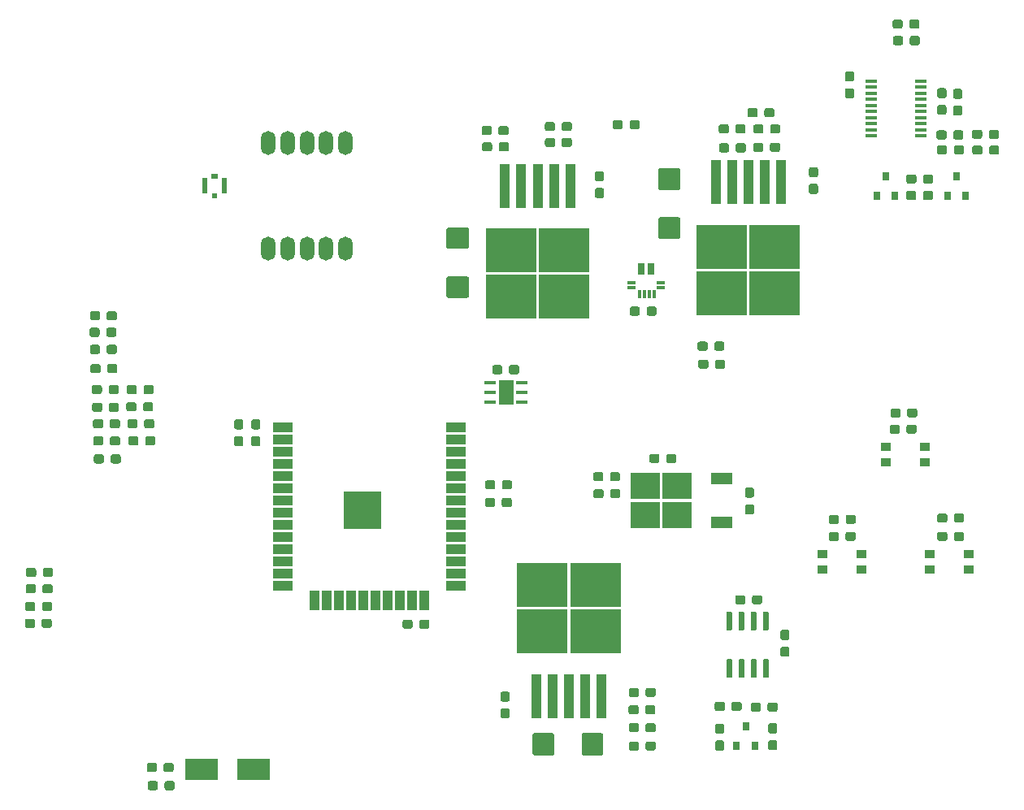
<source format=gbr>
G04 #@! TF.GenerationSoftware,KiCad,Pcbnew,5.1.2-f72e74a~84~ubuntu19.04.1*
G04 #@! TF.CreationDate,2019-05-10T17:11:42-05:00*
G04 #@! TF.ProjectId,open-dash-daughterboard,6f70656e-2d64-4617-9368-2d6461756768,rev?*
G04 #@! TF.SameCoordinates,Original*
G04 #@! TF.FileFunction,Paste,Top*
G04 #@! TF.FilePolarity,Positive*
%FSLAX46Y46*%
G04 Gerber Fmt 4.6, Leading zero omitted, Abs format (unit mm)*
G04 Created by KiCad (PCBNEW 5.1.2-f72e74a~84~ubuntu19.04.1) date 2019-05-10 17:11:42*
%MOMM*%
%LPD*%
G04 APERTURE LIST*
%ADD10C,0.100000*%
%ADD11C,0.950000*%
%ADD12C,0.500000*%
%ADD13R,2.000000X1.000000*%
%ADD14R,1.000000X2.000000*%
%ADD15R,4.000000X4.000000*%
%ADD16R,0.800000X1.270000*%
%ADD17R,0.850000X0.300000*%
%ADD18R,0.300000X0.850000*%
%ADD19R,1.250000X0.450000*%
%ADD20R,1.600000X2.500000*%
%ADD21R,1.100000X4.600000*%
%ADD22R,5.250000X4.550000*%
%ADD23R,2.200000X1.200000*%
%ADD24R,3.050000X2.750000*%
%ADD25R,1.200000X0.400000*%
%ADD26O,1.500000X2.500000*%
%ADD27C,0.600000*%
%ADD28R,1.000000X0.900000*%
%ADD29R,0.800000X0.900000*%
%ADD30R,3.500000X2.300000*%
%ADD31C,2.250000*%
G04 APERTURE END LIST*
D10*
G36*
X174362979Y-65058144D02*
G01*
X174386034Y-65061563D01*
X174408643Y-65067227D01*
X174430587Y-65075079D01*
X174451657Y-65085044D01*
X174471648Y-65097026D01*
X174490368Y-65110910D01*
X174507638Y-65126562D01*
X174523290Y-65143832D01*
X174537174Y-65162552D01*
X174549156Y-65182543D01*
X174559121Y-65203613D01*
X174566973Y-65225557D01*
X174572637Y-65248166D01*
X174576056Y-65271221D01*
X174577200Y-65294500D01*
X174577200Y-65769500D01*
X174576056Y-65792779D01*
X174572637Y-65815834D01*
X174566973Y-65838443D01*
X174559121Y-65860387D01*
X174549156Y-65881457D01*
X174537174Y-65901448D01*
X174523290Y-65920168D01*
X174507638Y-65937438D01*
X174490368Y-65953090D01*
X174471648Y-65966974D01*
X174451657Y-65978956D01*
X174430587Y-65988921D01*
X174408643Y-65996773D01*
X174386034Y-66002437D01*
X174362979Y-66005856D01*
X174339700Y-66007000D01*
X173764700Y-66007000D01*
X173741421Y-66005856D01*
X173718366Y-66002437D01*
X173695757Y-65996773D01*
X173673813Y-65988921D01*
X173652743Y-65978956D01*
X173632752Y-65966974D01*
X173614032Y-65953090D01*
X173596762Y-65937438D01*
X173581110Y-65920168D01*
X173567226Y-65901448D01*
X173555244Y-65881457D01*
X173545279Y-65860387D01*
X173537427Y-65838443D01*
X173531763Y-65815834D01*
X173528344Y-65792779D01*
X173527200Y-65769500D01*
X173527200Y-65294500D01*
X173528344Y-65271221D01*
X173531763Y-65248166D01*
X173537427Y-65225557D01*
X173545279Y-65203613D01*
X173555244Y-65182543D01*
X173567226Y-65162552D01*
X173581110Y-65143832D01*
X173596762Y-65126562D01*
X173614032Y-65110910D01*
X173632752Y-65097026D01*
X173652743Y-65085044D01*
X173673813Y-65075079D01*
X173695757Y-65067227D01*
X173718366Y-65061563D01*
X173741421Y-65058144D01*
X173764700Y-65057000D01*
X174339700Y-65057000D01*
X174362979Y-65058144D01*
X174362979Y-65058144D01*
G37*
D11*
X174052200Y-65532000D03*
D10*
G36*
X172612979Y-65058144D02*
G01*
X172636034Y-65061563D01*
X172658643Y-65067227D01*
X172680587Y-65075079D01*
X172701657Y-65085044D01*
X172721648Y-65097026D01*
X172740368Y-65110910D01*
X172757638Y-65126562D01*
X172773290Y-65143832D01*
X172787174Y-65162552D01*
X172799156Y-65182543D01*
X172809121Y-65203613D01*
X172816973Y-65225557D01*
X172822637Y-65248166D01*
X172826056Y-65271221D01*
X172827200Y-65294500D01*
X172827200Y-65769500D01*
X172826056Y-65792779D01*
X172822637Y-65815834D01*
X172816973Y-65838443D01*
X172809121Y-65860387D01*
X172799156Y-65881457D01*
X172787174Y-65901448D01*
X172773290Y-65920168D01*
X172757638Y-65937438D01*
X172740368Y-65953090D01*
X172721648Y-65966974D01*
X172701657Y-65978956D01*
X172680587Y-65988921D01*
X172658643Y-65996773D01*
X172636034Y-66002437D01*
X172612979Y-66005856D01*
X172589700Y-66007000D01*
X172014700Y-66007000D01*
X171991421Y-66005856D01*
X171968366Y-66002437D01*
X171945757Y-65996773D01*
X171923813Y-65988921D01*
X171902743Y-65978956D01*
X171882752Y-65966974D01*
X171864032Y-65953090D01*
X171846762Y-65937438D01*
X171831110Y-65920168D01*
X171817226Y-65901448D01*
X171805244Y-65881457D01*
X171795279Y-65860387D01*
X171787427Y-65838443D01*
X171781763Y-65815834D01*
X171778344Y-65792779D01*
X171777200Y-65769500D01*
X171777200Y-65294500D01*
X171778344Y-65271221D01*
X171781763Y-65248166D01*
X171787427Y-65225557D01*
X171795279Y-65203613D01*
X171805244Y-65182543D01*
X171817226Y-65162552D01*
X171831110Y-65143832D01*
X171846762Y-65126562D01*
X171864032Y-65110910D01*
X171882752Y-65097026D01*
X171902743Y-65085044D01*
X171923813Y-65075079D01*
X171945757Y-65067227D01*
X171968366Y-65061563D01*
X171991421Y-65058144D01*
X172014700Y-65057000D01*
X172589700Y-65057000D01*
X172612979Y-65058144D01*
X172612979Y-65058144D01*
G37*
D11*
X172302200Y-65532000D03*
D10*
G36*
X170705379Y-66683744D02*
G01*
X170728434Y-66687163D01*
X170751043Y-66692827D01*
X170772987Y-66700679D01*
X170794057Y-66710644D01*
X170814048Y-66722626D01*
X170832768Y-66736510D01*
X170850038Y-66752162D01*
X170865690Y-66769432D01*
X170879574Y-66788152D01*
X170891556Y-66808143D01*
X170901521Y-66829213D01*
X170909373Y-66851157D01*
X170915037Y-66873766D01*
X170918456Y-66896821D01*
X170919600Y-66920100D01*
X170919600Y-67395100D01*
X170918456Y-67418379D01*
X170915037Y-67441434D01*
X170909373Y-67464043D01*
X170901521Y-67485987D01*
X170891556Y-67507057D01*
X170879574Y-67527048D01*
X170865690Y-67545768D01*
X170850038Y-67563038D01*
X170832768Y-67578690D01*
X170814048Y-67592574D01*
X170794057Y-67604556D01*
X170772987Y-67614521D01*
X170751043Y-67622373D01*
X170728434Y-67628037D01*
X170705379Y-67631456D01*
X170682100Y-67632600D01*
X170107100Y-67632600D01*
X170083821Y-67631456D01*
X170060766Y-67628037D01*
X170038157Y-67622373D01*
X170016213Y-67614521D01*
X169995143Y-67604556D01*
X169975152Y-67592574D01*
X169956432Y-67578690D01*
X169939162Y-67563038D01*
X169923510Y-67545768D01*
X169909626Y-67527048D01*
X169897644Y-67507057D01*
X169887679Y-67485987D01*
X169879827Y-67464043D01*
X169874163Y-67441434D01*
X169870744Y-67418379D01*
X169869600Y-67395100D01*
X169869600Y-66920100D01*
X169870744Y-66896821D01*
X169874163Y-66873766D01*
X169879827Y-66851157D01*
X169887679Y-66829213D01*
X169897644Y-66808143D01*
X169909626Y-66788152D01*
X169923510Y-66769432D01*
X169939162Y-66752162D01*
X169956432Y-66736510D01*
X169975152Y-66722626D01*
X169995143Y-66710644D01*
X170016213Y-66700679D01*
X170038157Y-66692827D01*
X170060766Y-66687163D01*
X170083821Y-66683744D01*
X170107100Y-66682600D01*
X170682100Y-66682600D01*
X170705379Y-66683744D01*
X170705379Y-66683744D01*
G37*
D11*
X170394600Y-67157600D03*
D10*
G36*
X168955379Y-66683744D02*
G01*
X168978434Y-66687163D01*
X169001043Y-66692827D01*
X169022987Y-66700679D01*
X169044057Y-66710644D01*
X169064048Y-66722626D01*
X169082768Y-66736510D01*
X169100038Y-66752162D01*
X169115690Y-66769432D01*
X169129574Y-66788152D01*
X169141556Y-66808143D01*
X169151521Y-66829213D01*
X169159373Y-66851157D01*
X169165037Y-66873766D01*
X169168456Y-66896821D01*
X169169600Y-66920100D01*
X169169600Y-67395100D01*
X169168456Y-67418379D01*
X169165037Y-67441434D01*
X169159373Y-67464043D01*
X169151521Y-67485987D01*
X169141556Y-67507057D01*
X169129574Y-67527048D01*
X169115690Y-67545768D01*
X169100038Y-67563038D01*
X169082768Y-67578690D01*
X169064048Y-67592574D01*
X169044057Y-67604556D01*
X169022987Y-67614521D01*
X169001043Y-67622373D01*
X168978434Y-67628037D01*
X168955379Y-67631456D01*
X168932100Y-67632600D01*
X168357100Y-67632600D01*
X168333821Y-67631456D01*
X168310766Y-67628037D01*
X168288157Y-67622373D01*
X168266213Y-67614521D01*
X168245143Y-67604556D01*
X168225152Y-67592574D01*
X168206432Y-67578690D01*
X168189162Y-67563038D01*
X168173510Y-67545768D01*
X168159626Y-67527048D01*
X168147644Y-67507057D01*
X168137679Y-67485987D01*
X168129827Y-67464043D01*
X168124163Y-67441434D01*
X168120744Y-67418379D01*
X168119600Y-67395100D01*
X168119600Y-66920100D01*
X168120744Y-66896821D01*
X168124163Y-66873766D01*
X168129827Y-66851157D01*
X168137679Y-66829213D01*
X168147644Y-66808143D01*
X168159626Y-66788152D01*
X168173510Y-66769432D01*
X168189162Y-66752162D01*
X168206432Y-66736510D01*
X168225152Y-66722626D01*
X168245143Y-66710644D01*
X168266213Y-66700679D01*
X168288157Y-66692827D01*
X168310766Y-66687163D01*
X168333821Y-66683744D01*
X168357100Y-66682600D01*
X168932100Y-66682600D01*
X168955379Y-66683744D01*
X168955379Y-66683744D01*
G37*
D11*
X168644600Y-67157600D03*
D10*
G36*
X174388379Y-66709144D02*
G01*
X174411434Y-66712563D01*
X174434043Y-66718227D01*
X174455987Y-66726079D01*
X174477057Y-66736044D01*
X174497048Y-66748026D01*
X174515768Y-66761910D01*
X174533038Y-66777562D01*
X174548690Y-66794832D01*
X174562574Y-66813552D01*
X174574556Y-66833543D01*
X174584521Y-66854613D01*
X174592373Y-66876557D01*
X174598037Y-66899166D01*
X174601456Y-66922221D01*
X174602600Y-66945500D01*
X174602600Y-67420500D01*
X174601456Y-67443779D01*
X174598037Y-67466834D01*
X174592373Y-67489443D01*
X174584521Y-67511387D01*
X174574556Y-67532457D01*
X174562574Y-67552448D01*
X174548690Y-67571168D01*
X174533038Y-67588438D01*
X174515768Y-67604090D01*
X174497048Y-67617974D01*
X174477057Y-67629956D01*
X174455987Y-67639921D01*
X174434043Y-67647773D01*
X174411434Y-67653437D01*
X174388379Y-67656856D01*
X174365100Y-67658000D01*
X173790100Y-67658000D01*
X173766821Y-67656856D01*
X173743766Y-67653437D01*
X173721157Y-67647773D01*
X173699213Y-67639921D01*
X173678143Y-67629956D01*
X173658152Y-67617974D01*
X173639432Y-67604090D01*
X173622162Y-67588438D01*
X173606510Y-67571168D01*
X173592626Y-67552448D01*
X173580644Y-67532457D01*
X173570679Y-67511387D01*
X173562827Y-67489443D01*
X173557163Y-67466834D01*
X173553744Y-67443779D01*
X173552600Y-67420500D01*
X173552600Y-66945500D01*
X173553744Y-66922221D01*
X173557163Y-66899166D01*
X173562827Y-66876557D01*
X173570679Y-66854613D01*
X173580644Y-66833543D01*
X173592626Y-66813552D01*
X173606510Y-66794832D01*
X173622162Y-66777562D01*
X173639432Y-66761910D01*
X173658152Y-66748026D01*
X173678143Y-66736044D01*
X173699213Y-66726079D01*
X173721157Y-66718227D01*
X173743766Y-66712563D01*
X173766821Y-66709144D01*
X173790100Y-66708000D01*
X174365100Y-66708000D01*
X174388379Y-66709144D01*
X174388379Y-66709144D01*
G37*
D11*
X174077600Y-67183000D03*
D10*
G36*
X172638379Y-66709144D02*
G01*
X172661434Y-66712563D01*
X172684043Y-66718227D01*
X172705987Y-66726079D01*
X172727057Y-66736044D01*
X172747048Y-66748026D01*
X172765768Y-66761910D01*
X172783038Y-66777562D01*
X172798690Y-66794832D01*
X172812574Y-66813552D01*
X172824556Y-66833543D01*
X172834521Y-66854613D01*
X172842373Y-66876557D01*
X172848037Y-66899166D01*
X172851456Y-66922221D01*
X172852600Y-66945500D01*
X172852600Y-67420500D01*
X172851456Y-67443779D01*
X172848037Y-67466834D01*
X172842373Y-67489443D01*
X172834521Y-67511387D01*
X172824556Y-67532457D01*
X172812574Y-67552448D01*
X172798690Y-67571168D01*
X172783038Y-67588438D01*
X172765768Y-67604090D01*
X172747048Y-67617974D01*
X172727057Y-67629956D01*
X172705987Y-67639921D01*
X172684043Y-67647773D01*
X172661434Y-67653437D01*
X172638379Y-67656856D01*
X172615100Y-67658000D01*
X172040100Y-67658000D01*
X172016821Y-67656856D01*
X171993766Y-67653437D01*
X171971157Y-67647773D01*
X171949213Y-67639921D01*
X171928143Y-67629956D01*
X171908152Y-67617974D01*
X171889432Y-67604090D01*
X171872162Y-67588438D01*
X171856510Y-67571168D01*
X171842626Y-67552448D01*
X171830644Y-67532457D01*
X171820679Y-67511387D01*
X171812827Y-67489443D01*
X171807163Y-67466834D01*
X171803744Y-67443779D01*
X171802600Y-67420500D01*
X171802600Y-66945500D01*
X171803744Y-66922221D01*
X171807163Y-66899166D01*
X171812827Y-66876557D01*
X171820679Y-66854613D01*
X171830644Y-66833543D01*
X171842626Y-66813552D01*
X171856510Y-66794832D01*
X171872162Y-66777562D01*
X171889432Y-66761910D01*
X171908152Y-66748026D01*
X171928143Y-66736044D01*
X171949213Y-66726079D01*
X171971157Y-66718227D01*
X171993766Y-66712563D01*
X172016821Y-66709144D01*
X172040100Y-66708000D01*
X172615100Y-66708000D01*
X172638379Y-66709144D01*
X172638379Y-66709144D01*
G37*
D11*
X172327600Y-67183000D03*
D10*
G36*
X170654579Y-65134344D02*
G01*
X170677634Y-65137763D01*
X170700243Y-65143427D01*
X170722187Y-65151279D01*
X170743257Y-65161244D01*
X170763248Y-65173226D01*
X170781968Y-65187110D01*
X170799238Y-65202762D01*
X170814890Y-65220032D01*
X170828774Y-65238752D01*
X170840756Y-65258743D01*
X170850721Y-65279813D01*
X170858573Y-65301757D01*
X170864237Y-65324366D01*
X170867656Y-65347421D01*
X170868800Y-65370700D01*
X170868800Y-65845700D01*
X170867656Y-65868979D01*
X170864237Y-65892034D01*
X170858573Y-65914643D01*
X170850721Y-65936587D01*
X170840756Y-65957657D01*
X170828774Y-65977648D01*
X170814890Y-65996368D01*
X170799238Y-66013638D01*
X170781968Y-66029290D01*
X170763248Y-66043174D01*
X170743257Y-66055156D01*
X170722187Y-66065121D01*
X170700243Y-66072973D01*
X170677634Y-66078637D01*
X170654579Y-66082056D01*
X170631300Y-66083200D01*
X170056300Y-66083200D01*
X170033021Y-66082056D01*
X170009966Y-66078637D01*
X169987357Y-66072973D01*
X169965413Y-66065121D01*
X169944343Y-66055156D01*
X169924352Y-66043174D01*
X169905632Y-66029290D01*
X169888362Y-66013638D01*
X169872710Y-65996368D01*
X169858826Y-65977648D01*
X169846844Y-65957657D01*
X169836879Y-65936587D01*
X169829027Y-65914643D01*
X169823363Y-65892034D01*
X169819944Y-65868979D01*
X169818800Y-65845700D01*
X169818800Y-65370700D01*
X169819944Y-65347421D01*
X169823363Y-65324366D01*
X169829027Y-65301757D01*
X169836879Y-65279813D01*
X169846844Y-65258743D01*
X169858826Y-65238752D01*
X169872710Y-65220032D01*
X169888362Y-65202762D01*
X169905632Y-65187110D01*
X169924352Y-65173226D01*
X169944343Y-65161244D01*
X169965413Y-65151279D01*
X169987357Y-65143427D01*
X170009966Y-65137763D01*
X170033021Y-65134344D01*
X170056300Y-65133200D01*
X170631300Y-65133200D01*
X170654579Y-65134344D01*
X170654579Y-65134344D01*
G37*
D11*
X170343800Y-65608200D03*
D10*
G36*
X168904579Y-65134344D02*
G01*
X168927634Y-65137763D01*
X168950243Y-65143427D01*
X168972187Y-65151279D01*
X168993257Y-65161244D01*
X169013248Y-65173226D01*
X169031968Y-65187110D01*
X169049238Y-65202762D01*
X169064890Y-65220032D01*
X169078774Y-65238752D01*
X169090756Y-65258743D01*
X169100721Y-65279813D01*
X169108573Y-65301757D01*
X169114237Y-65324366D01*
X169117656Y-65347421D01*
X169118800Y-65370700D01*
X169118800Y-65845700D01*
X169117656Y-65868979D01*
X169114237Y-65892034D01*
X169108573Y-65914643D01*
X169100721Y-65936587D01*
X169090756Y-65957657D01*
X169078774Y-65977648D01*
X169064890Y-65996368D01*
X169049238Y-66013638D01*
X169031968Y-66029290D01*
X169013248Y-66043174D01*
X168993257Y-66055156D01*
X168972187Y-66065121D01*
X168950243Y-66072973D01*
X168927634Y-66078637D01*
X168904579Y-66082056D01*
X168881300Y-66083200D01*
X168306300Y-66083200D01*
X168283021Y-66082056D01*
X168259966Y-66078637D01*
X168237357Y-66072973D01*
X168215413Y-66065121D01*
X168194343Y-66055156D01*
X168174352Y-66043174D01*
X168155632Y-66029290D01*
X168138362Y-66013638D01*
X168122710Y-65996368D01*
X168108826Y-65977648D01*
X168096844Y-65957657D01*
X168086879Y-65936587D01*
X168079027Y-65914643D01*
X168073363Y-65892034D01*
X168069944Y-65868979D01*
X168068800Y-65845700D01*
X168068800Y-65370700D01*
X168069944Y-65347421D01*
X168073363Y-65324366D01*
X168079027Y-65301757D01*
X168086879Y-65279813D01*
X168096844Y-65258743D01*
X168108826Y-65238752D01*
X168122710Y-65220032D01*
X168138362Y-65202762D01*
X168155632Y-65187110D01*
X168174352Y-65173226D01*
X168194343Y-65161244D01*
X168215413Y-65151279D01*
X168237357Y-65143427D01*
X168259966Y-65137763D01*
X168283021Y-65134344D01*
X168306300Y-65133200D01*
X168881300Y-65133200D01*
X168904579Y-65134344D01*
X168904579Y-65134344D01*
G37*
D11*
X168593800Y-65608200D03*
D12*
X92862400Y-69913500D03*
D10*
G36*
X93162400Y-69663500D02*
G01*
X93162400Y-70163500D01*
X92562400Y-70163500D01*
X92562400Y-69663500D01*
X93162400Y-69663500D01*
X93162400Y-69663500D01*
G37*
D12*
X92862400Y-71920100D03*
D10*
G36*
X93112400Y-71670100D02*
G01*
X93112400Y-72170100D01*
X92612400Y-72170100D01*
X92612400Y-71670100D01*
X93112400Y-71670100D01*
X93112400Y-71670100D01*
G37*
D12*
X91859100Y-70916800D03*
D10*
G36*
X92109100Y-70126800D02*
G01*
X92109100Y-71706800D01*
X91609100Y-71706800D01*
X91609100Y-70126800D01*
X92109100Y-70126800D01*
X92109100Y-70126800D01*
G37*
D12*
X93865700Y-70916800D03*
D10*
G36*
X94115700Y-70126800D02*
G01*
X94115700Y-71706800D01*
X93615700Y-71706800D01*
X93615700Y-70126800D01*
X94115700Y-70126800D01*
X94115700Y-70126800D01*
G37*
D13*
X99949000Y-98602800D03*
X117983000Y-98630800D03*
D14*
X113411000Y-114096800D03*
X114681000Y-114096800D03*
X108331000Y-114096800D03*
X109601000Y-114096800D03*
X112141000Y-114096800D03*
X110871000Y-114096800D03*
X105791000Y-114096800D03*
X107061000Y-114096800D03*
X104521000Y-114096800D03*
X103251000Y-114096800D03*
D13*
X117967000Y-96082800D03*
X117983000Y-97360800D03*
X117983000Y-101170800D03*
X117967000Y-99892800D03*
X117967000Y-104972800D03*
X117983000Y-106250800D03*
X117983000Y-103710800D03*
X117967000Y-102432800D03*
X117967000Y-112592800D03*
X117967000Y-110052800D03*
X117983000Y-111330800D03*
X117983000Y-108790800D03*
X117967000Y-107512800D03*
X99933000Y-107512800D03*
X99949000Y-108790800D03*
X99949000Y-111330800D03*
X99933000Y-110052800D03*
X99933000Y-112592800D03*
X99933000Y-102432800D03*
X99949000Y-103710800D03*
X99949000Y-106250800D03*
X99933000Y-104972800D03*
X99933000Y-99892800D03*
X99949000Y-101170800D03*
X99949000Y-97332800D03*
X99949000Y-96062800D03*
D15*
X108275120Y-104749600D03*
D16*
X138325200Y-79540200D03*
X137325200Y-79540200D03*
D17*
X136325200Y-81040200D03*
X136325200Y-81540200D03*
X139325200Y-81040200D03*
X139325200Y-81540200D03*
D18*
X137125200Y-82240200D03*
X137625200Y-82240200D03*
X138125200Y-82240200D03*
X138625200Y-82240200D03*
D10*
G36*
X145763879Y-87143444D02*
G01*
X145786934Y-87146863D01*
X145809543Y-87152527D01*
X145831487Y-87160379D01*
X145852557Y-87170344D01*
X145872548Y-87182326D01*
X145891268Y-87196210D01*
X145908538Y-87211862D01*
X145924190Y-87229132D01*
X145938074Y-87247852D01*
X145950056Y-87267843D01*
X145960021Y-87288913D01*
X145967873Y-87310857D01*
X145973537Y-87333466D01*
X145976956Y-87356521D01*
X145978100Y-87379800D01*
X145978100Y-87854800D01*
X145976956Y-87878079D01*
X145973537Y-87901134D01*
X145967873Y-87923743D01*
X145960021Y-87945687D01*
X145950056Y-87966757D01*
X145938074Y-87986748D01*
X145924190Y-88005468D01*
X145908538Y-88022738D01*
X145891268Y-88038390D01*
X145872548Y-88052274D01*
X145852557Y-88064256D01*
X145831487Y-88074221D01*
X145809543Y-88082073D01*
X145786934Y-88087737D01*
X145763879Y-88091156D01*
X145740600Y-88092300D01*
X145165600Y-88092300D01*
X145142321Y-88091156D01*
X145119266Y-88087737D01*
X145096657Y-88082073D01*
X145074713Y-88074221D01*
X145053643Y-88064256D01*
X145033652Y-88052274D01*
X145014932Y-88038390D01*
X144997662Y-88022738D01*
X144982010Y-88005468D01*
X144968126Y-87986748D01*
X144956144Y-87966757D01*
X144946179Y-87945687D01*
X144938327Y-87923743D01*
X144932663Y-87901134D01*
X144929244Y-87878079D01*
X144928100Y-87854800D01*
X144928100Y-87379800D01*
X144929244Y-87356521D01*
X144932663Y-87333466D01*
X144938327Y-87310857D01*
X144946179Y-87288913D01*
X144956144Y-87267843D01*
X144968126Y-87247852D01*
X144982010Y-87229132D01*
X144997662Y-87211862D01*
X145014932Y-87196210D01*
X145033652Y-87182326D01*
X145053643Y-87170344D01*
X145074713Y-87160379D01*
X145096657Y-87152527D01*
X145119266Y-87146863D01*
X145142321Y-87143444D01*
X145165600Y-87142300D01*
X145740600Y-87142300D01*
X145763879Y-87143444D01*
X145763879Y-87143444D01*
G37*
D11*
X145453100Y-87617300D03*
D10*
G36*
X144013879Y-87143444D02*
G01*
X144036934Y-87146863D01*
X144059543Y-87152527D01*
X144081487Y-87160379D01*
X144102557Y-87170344D01*
X144122548Y-87182326D01*
X144141268Y-87196210D01*
X144158538Y-87211862D01*
X144174190Y-87229132D01*
X144188074Y-87247852D01*
X144200056Y-87267843D01*
X144210021Y-87288913D01*
X144217873Y-87310857D01*
X144223537Y-87333466D01*
X144226956Y-87356521D01*
X144228100Y-87379800D01*
X144228100Y-87854800D01*
X144226956Y-87878079D01*
X144223537Y-87901134D01*
X144217873Y-87923743D01*
X144210021Y-87945687D01*
X144200056Y-87966757D01*
X144188074Y-87986748D01*
X144174190Y-88005468D01*
X144158538Y-88022738D01*
X144141268Y-88038390D01*
X144122548Y-88052274D01*
X144102557Y-88064256D01*
X144081487Y-88074221D01*
X144059543Y-88082073D01*
X144036934Y-88087737D01*
X144013879Y-88091156D01*
X143990600Y-88092300D01*
X143415600Y-88092300D01*
X143392321Y-88091156D01*
X143369266Y-88087737D01*
X143346657Y-88082073D01*
X143324713Y-88074221D01*
X143303643Y-88064256D01*
X143283652Y-88052274D01*
X143264932Y-88038390D01*
X143247662Y-88022738D01*
X143232010Y-88005468D01*
X143218126Y-87986748D01*
X143206144Y-87966757D01*
X143196179Y-87945687D01*
X143188327Y-87923743D01*
X143182663Y-87901134D01*
X143179244Y-87878079D01*
X143178100Y-87854800D01*
X143178100Y-87379800D01*
X143179244Y-87356521D01*
X143182663Y-87333466D01*
X143188327Y-87310857D01*
X143196179Y-87288913D01*
X143206144Y-87267843D01*
X143218126Y-87247852D01*
X143232010Y-87229132D01*
X143247662Y-87211862D01*
X143264932Y-87196210D01*
X143283652Y-87182326D01*
X143303643Y-87170344D01*
X143324713Y-87160379D01*
X143346657Y-87152527D01*
X143369266Y-87146863D01*
X143392321Y-87143444D01*
X143415600Y-87142300D01*
X143990600Y-87142300D01*
X144013879Y-87143444D01*
X144013879Y-87143444D01*
G37*
D11*
X143703100Y-87617300D03*
D10*
G36*
X145837479Y-89023044D02*
G01*
X145860534Y-89026463D01*
X145883143Y-89032127D01*
X145905087Y-89039979D01*
X145926157Y-89049944D01*
X145946148Y-89061926D01*
X145964868Y-89075810D01*
X145982138Y-89091462D01*
X145997790Y-89108732D01*
X146011674Y-89127452D01*
X146023656Y-89147443D01*
X146033621Y-89168513D01*
X146041473Y-89190457D01*
X146047137Y-89213066D01*
X146050556Y-89236121D01*
X146051700Y-89259400D01*
X146051700Y-89734400D01*
X146050556Y-89757679D01*
X146047137Y-89780734D01*
X146041473Y-89803343D01*
X146033621Y-89825287D01*
X146023656Y-89846357D01*
X146011674Y-89866348D01*
X145997790Y-89885068D01*
X145982138Y-89902338D01*
X145964868Y-89917990D01*
X145946148Y-89931874D01*
X145926157Y-89943856D01*
X145905087Y-89953821D01*
X145883143Y-89961673D01*
X145860534Y-89967337D01*
X145837479Y-89970756D01*
X145814200Y-89971900D01*
X145239200Y-89971900D01*
X145215921Y-89970756D01*
X145192866Y-89967337D01*
X145170257Y-89961673D01*
X145148313Y-89953821D01*
X145127243Y-89943856D01*
X145107252Y-89931874D01*
X145088532Y-89917990D01*
X145071262Y-89902338D01*
X145055610Y-89885068D01*
X145041726Y-89866348D01*
X145029744Y-89846357D01*
X145019779Y-89825287D01*
X145011927Y-89803343D01*
X145006263Y-89780734D01*
X145002844Y-89757679D01*
X145001700Y-89734400D01*
X145001700Y-89259400D01*
X145002844Y-89236121D01*
X145006263Y-89213066D01*
X145011927Y-89190457D01*
X145019779Y-89168513D01*
X145029744Y-89147443D01*
X145041726Y-89127452D01*
X145055610Y-89108732D01*
X145071262Y-89091462D01*
X145088532Y-89075810D01*
X145107252Y-89061926D01*
X145127243Y-89049944D01*
X145148313Y-89039979D01*
X145170257Y-89032127D01*
X145192866Y-89026463D01*
X145215921Y-89023044D01*
X145239200Y-89021900D01*
X145814200Y-89021900D01*
X145837479Y-89023044D01*
X145837479Y-89023044D01*
G37*
D11*
X145526700Y-89496900D03*
D10*
G36*
X144087479Y-89023044D02*
G01*
X144110534Y-89026463D01*
X144133143Y-89032127D01*
X144155087Y-89039979D01*
X144176157Y-89049944D01*
X144196148Y-89061926D01*
X144214868Y-89075810D01*
X144232138Y-89091462D01*
X144247790Y-89108732D01*
X144261674Y-89127452D01*
X144273656Y-89147443D01*
X144283621Y-89168513D01*
X144291473Y-89190457D01*
X144297137Y-89213066D01*
X144300556Y-89236121D01*
X144301700Y-89259400D01*
X144301700Y-89734400D01*
X144300556Y-89757679D01*
X144297137Y-89780734D01*
X144291473Y-89803343D01*
X144283621Y-89825287D01*
X144273656Y-89846357D01*
X144261674Y-89866348D01*
X144247790Y-89885068D01*
X144232138Y-89902338D01*
X144214868Y-89917990D01*
X144196148Y-89931874D01*
X144176157Y-89943856D01*
X144155087Y-89953821D01*
X144133143Y-89961673D01*
X144110534Y-89967337D01*
X144087479Y-89970756D01*
X144064200Y-89971900D01*
X143489200Y-89971900D01*
X143465921Y-89970756D01*
X143442866Y-89967337D01*
X143420257Y-89961673D01*
X143398313Y-89953821D01*
X143377243Y-89943856D01*
X143357252Y-89931874D01*
X143338532Y-89917990D01*
X143321262Y-89902338D01*
X143305610Y-89885068D01*
X143291726Y-89866348D01*
X143279744Y-89846357D01*
X143269779Y-89825287D01*
X143261927Y-89803343D01*
X143256263Y-89780734D01*
X143252844Y-89757679D01*
X143251700Y-89734400D01*
X143251700Y-89259400D01*
X143252844Y-89236121D01*
X143256263Y-89213066D01*
X143261927Y-89190457D01*
X143269779Y-89168513D01*
X143279744Y-89147443D01*
X143291726Y-89127452D01*
X143305610Y-89108732D01*
X143321262Y-89091462D01*
X143338532Y-89075810D01*
X143357252Y-89061926D01*
X143377243Y-89049944D01*
X143398313Y-89039979D01*
X143420257Y-89032127D01*
X143442866Y-89026463D01*
X143465921Y-89023044D01*
X143489200Y-89021900D01*
X144064200Y-89021900D01*
X144087479Y-89023044D01*
X144087479Y-89023044D01*
G37*
D11*
X143776700Y-89496900D03*
D19*
X124870000Y-93456000D03*
X124870000Y-92456000D03*
X124870000Y-91456000D03*
X121570000Y-92456000D03*
X121570000Y-93456000D03*
X121570000Y-91456000D03*
D20*
X123220000Y-92456000D03*
D21*
X129917400Y-70907600D03*
X128217400Y-70907600D03*
X126517400Y-70907600D03*
X124817400Y-70907600D03*
X123117400Y-70907600D03*
D22*
X123742400Y-82482600D03*
X129292400Y-77632600D03*
X129292400Y-82482600D03*
X123742400Y-77632600D03*
D21*
X126394000Y-124100900D03*
X128094000Y-124100900D03*
X129794000Y-124100900D03*
X131494000Y-124100900D03*
X133194000Y-124100900D03*
D22*
X132569000Y-112525900D03*
X127019000Y-117375900D03*
X127019000Y-112525900D03*
X132569000Y-117375900D03*
D21*
X151856600Y-70541800D03*
X150156600Y-70541800D03*
X148456600Y-70541800D03*
X146756600Y-70541800D03*
X145056600Y-70541800D03*
D22*
X145681600Y-82116800D03*
X151231600Y-77266800D03*
X151231600Y-82116800D03*
X145681600Y-77266800D03*
D23*
X145671200Y-105974500D03*
X145671200Y-101414500D03*
D24*
X137696200Y-102169500D03*
X141046200Y-105219500D03*
X137696200Y-105219500D03*
X141046200Y-102169500D03*
D25*
X166442700Y-60007500D03*
X166442700Y-60642500D03*
X166442700Y-61277500D03*
X166442700Y-61912500D03*
X166442700Y-62547500D03*
X166442700Y-63182500D03*
X166442700Y-63817500D03*
X166442700Y-64452500D03*
X166442700Y-65087500D03*
X166442700Y-65722500D03*
X161242700Y-65722500D03*
X161242700Y-65087500D03*
X161242700Y-64452500D03*
X161242700Y-63817500D03*
X161242700Y-63182500D03*
X161242700Y-62547500D03*
X161242700Y-61912500D03*
X161242700Y-61277500D03*
X161242700Y-60642500D03*
X161242700Y-60007500D03*
D26*
X106476800Y-77470000D03*
X104470200Y-77470000D03*
X102489000Y-77470000D03*
X100482400Y-77470000D03*
X98475800Y-77470000D03*
X102489000Y-66471800D03*
X98475800Y-66471800D03*
X106476800Y-66471800D03*
X100482400Y-66471800D03*
X104470200Y-66471800D03*
D10*
G36*
X150443803Y-120245722D02*
G01*
X150458364Y-120247882D01*
X150472643Y-120251459D01*
X150486503Y-120256418D01*
X150499810Y-120262712D01*
X150512436Y-120270280D01*
X150524259Y-120279048D01*
X150535166Y-120288934D01*
X150545052Y-120299841D01*
X150553820Y-120311664D01*
X150561388Y-120324290D01*
X150567682Y-120337597D01*
X150572641Y-120351457D01*
X150576218Y-120365736D01*
X150578378Y-120380297D01*
X150579100Y-120395000D01*
X150579100Y-122045000D01*
X150578378Y-122059703D01*
X150576218Y-122074264D01*
X150572641Y-122088543D01*
X150567682Y-122102403D01*
X150561388Y-122115710D01*
X150553820Y-122128336D01*
X150545052Y-122140159D01*
X150535166Y-122151066D01*
X150524259Y-122160952D01*
X150512436Y-122169720D01*
X150499810Y-122177288D01*
X150486503Y-122183582D01*
X150472643Y-122188541D01*
X150458364Y-122192118D01*
X150443803Y-122194278D01*
X150429100Y-122195000D01*
X150129100Y-122195000D01*
X150114397Y-122194278D01*
X150099836Y-122192118D01*
X150085557Y-122188541D01*
X150071697Y-122183582D01*
X150058390Y-122177288D01*
X150045764Y-122169720D01*
X150033941Y-122160952D01*
X150023034Y-122151066D01*
X150013148Y-122140159D01*
X150004380Y-122128336D01*
X149996812Y-122115710D01*
X149990518Y-122102403D01*
X149985559Y-122088543D01*
X149981982Y-122074264D01*
X149979822Y-122059703D01*
X149979100Y-122045000D01*
X149979100Y-120395000D01*
X149979822Y-120380297D01*
X149981982Y-120365736D01*
X149985559Y-120351457D01*
X149990518Y-120337597D01*
X149996812Y-120324290D01*
X150004380Y-120311664D01*
X150013148Y-120299841D01*
X150023034Y-120288934D01*
X150033941Y-120279048D01*
X150045764Y-120270280D01*
X150058390Y-120262712D01*
X150071697Y-120256418D01*
X150085557Y-120251459D01*
X150099836Y-120247882D01*
X150114397Y-120245722D01*
X150129100Y-120245000D01*
X150429100Y-120245000D01*
X150443803Y-120245722D01*
X150443803Y-120245722D01*
G37*
D27*
X150279100Y-121220000D03*
D10*
G36*
X149173803Y-120245722D02*
G01*
X149188364Y-120247882D01*
X149202643Y-120251459D01*
X149216503Y-120256418D01*
X149229810Y-120262712D01*
X149242436Y-120270280D01*
X149254259Y-120279048D01*
X149265166Y-120288934D01*
X149275052Y-120299841D01*
X149283820Y-120311664D01*
X149291388Y-120324290D01*
X149297682Y-120337597D01*
X149302641Y-120351457D01*
X149306218Y-120365736D01*
X149308378Y-120380297D01*
X149309100Y-120395000D01*
X149309100Y-122045000D01*
X149308378Y-122059703D01*
X149306218Y-122074264D01*
X149302641Y-122088543D01*
X149297682Y-122102403D01*
X149291388Y-122115710D01*
X149283820Y-122128336D01*
X149275052Y-122140159D01*
X149265166Y-122151066D01*
X149254259Y-122160952D01*
X149242436Y-122169720D01*
X149229810Y-122177288D01*
X149216503Y-122183582D01*
X149202643Y-122188541D01*
X149188364Y-122192118D01*
X149173803Y-122194278D01*
X149159100Y-122195000D01*
X148859100Y-122195000D01*
X148844397Y-122194278D01*
X148829836Y-122192118D01*
X148815557Y-122188541D01*
X148801697Y-122183582D01*
X148788390Y-122177288D01*
X148775764Y-122169720D01*
X148763941Y-122160952D01*
X148753034Y-122151066D01*
X148743148Y-122140159D01*
X148734380Y-122128336D01*
X148726812Y-122115710D01*
X148720518Y-122102403D01*
X148715559Y-122088543D01*
X148711982Y-122074264D01*
X148709822Y-122059703D01*
X148709100Y-122045000D01*
X148709100Y-120395000D01*
X148709822Y-120380297D01*
X148711982Y-120365736D01*
X148715559Y-120351457D01*
X148720518Y-120337597D01*
X148726812Y-120324290D01*
X148734380Y-120311664D01*
X148743148Y-120299841D01*
X148753034Y-120288934D01*
X148763941Y-120279048D01*
X148775764Y-120270280D01*
X148788390Y-120262712D01*
X148801697Y-120256418D01*
X148815557Y-120251459D01*
X148829836Y-120247882D01*
X148844397Y-120245722D01*
X148859100Y-120245000D01*
X149159100Y-120245000D01*
X149173803Y-120245722D01*
X149173803Y-120245722D01*
G37*
D27*
X149009100Y-121220000D03*
D10*
G36*
X147903803Y-120245722D02*
G01*
X147918364Y-120247882D01*
X147932643Y-120251459D01*
X147946503Y-120256418D01*
X147959810Y-120262712D01*
X147972436Y-120270280D01*
X147984259Y-120279048D01*
X147995166Y-120288934D01*
X148005052Y-120299841D01*
X148013820Y-120311664D01*
X148021388Y-120324290D01*
X148027682Y-120337597D01*
X148032641Y-120351457D01*
X148036218Y-120365736D01*
X148038378Y-120380297D01*
X148039100Y-120395000D01*
X148039100Y-122045000D01*
X148038378Y-122059703D01*
X148036218Y-122074264D01*
X148032641Y-122088543D01*
X148027682Y-122102403D01*
X148021388Y-122115710D01*
X148013820Y-122128336D01*
X148005052Y-122140159D01*
X147995166Y-122151066D01*
X147984259Y-122160952D01*
X147972436Y-122169720D01*
X147959810Y-122177288D01*
X147946503Y-122183582D01*
X147932643Y-122188541D01*
X147918364Y-122192118D01*
X147903803Y-122194278D01*
X147889100Y-122195000D01*
X147589100Y-122195000D01*
X147574397Y-122194278D01*
X147559836Y-122192118D01*
X147545557Y-122188541D01*
X147531697Y-122183582D01*
X147518390Y-122177288D01*
X147505764Y-122169720D01*
X147493941Y-122160952D01*
X147483034Y-122151066D01*
X147473148Y-122140159D01*
X147464380Y-122128336D01*
X147456812Y-122115710D01*
X147450518Y-122102403D01*
X147445559Y-122088543D01*
X147441982Y-122074264D01*
X147439822Y-122059703D01*
X147439100Y-122045000D01*
X147439100Y-120395000D01*
X147439822Y-120380297D01*
X147441982Y-120365736D01*
X147445559Y-120351457D01*
X147450518Y-120337597D01*
X147456812Y-120324290D01*
X147464380Y-120311664D01*
X147473148Y-120299841D01*
X147483034Y-120288934D01*
X147493941Y-120279048D01*
X147505764Y-120270280D01*
X147518390Y-120262712D01*
X147531697Y-120256418D01*
X147545557Y-120251459D01*
X147559836Y-120247882D01*
X147574397Y-120245722D01*
X147589100Y-120245000D01*
X147889100Y-120245000D01*
X147903803Y-120245722D01*
X147903803Y-120245722D01*
G37*
D27*
X147739100Y-121220000D03*
D10*
G36*
X146633803Y-120245722D02*
G01*
X146648364Y-120247882D01*
X146662643Y-120251459D01*
X146676503Y-120256418D01*
X146689810Y-120262712D01*
X146702436Y-120270280D01*
X146714259Y-120279048D01*
X146725166Y-120288934D01*
X146735052Y-120299841D01*
X146743820Y-120311664D01*
X146751388Y-120324290D01*
X146757682Y-120337597D01*
X146762641Y-120351457D01*
X146766218Y-120365736D01*
X146768378Y-120380297D01*
X146769100Y-120395000D01*
X146769100Y-122045000D01*
X146768378Y-122059703D01*
X146766218Y-122074264D01*
X146762641Y-122088543D01*
X146757682Y-122102403D01*
X146751388Y-122115710D01*
X146743820Y-122128336D01*
X146735052Y-122140159D01*
X146725166Y-122151066D01*
X146714259Y-122160952D01*
X146702436Y-122169720D01*
X146689810Y-122177288D01*
X146676503Y-122183582D01*
X146662643Y-122188541D01*
X146648364Y-122192118D01*
X146633803Y-122194278D01*
X146619100Y-122195000D01*
X146319100Y-122195000D01*
X146304397Y-122194278D01*
X146289836Y-122192118D01*
X146275557Y-122188541D01*
X146261697Y-122183582D01*
X146248390Y-122177288D01*
X146235764Y-122169720D01*
X146223941Y-122160952D01*
X146213034Y-122151066D01*
X146203148Y-122140159D01*
X146194380Y-122128336D01*
X146186812Y-122115710D01*
X146180518Y-122102403D01*
X146175559Y-122088543D01*
X146171982Y-122074264D01*
X146169822Y-122059703D01*
X146169100Y-122045000D01*
X146169100Y-120395000D01*
X146169822Y-120380297D01*
X146171982Y-120365736D01*
X146175559Y-120351457D01*
X146180518Y-120337597D01*
X146186812Y-120324290D01*
X146194380Y-120311664D01*
X146203148Y-120299841D01*
X146213034Y-120288934D01*
X146223941Y-120279048D01*
X146235764Y-120270280D01*
X146248390Y-120262712D01*
X146261697Y-120256418D01*
X146275557Y-120251459D01*
X146289836Y-120247882D01*
X146304397Y-120245722D01*
X146319100Y-120245000D01*
X146619100Y-120245000D01*
X146633803Y-120245722D01*
X146633803Y-120245722D01*
G37*
D27*
X146469100Y-121220000D03*
D10*
G36*
X146633803Y-115295722D02*
G01*
X146648364Y-115297882D01*
X146662643Y-115301459D01*
X146676503Y-115306418D01*
X146689810Y-115312712D01*
X146702436Y-115320280D01*
X146714259Y-115329048D01*
X146725166Y-115338934D01*
X146735052Y-115349841D01*
X146743820Y-115361664D01*
X146751388Y-115374290D01*
X146757682Y-115387597D01*
X146762641Y-115401457D01*
X146766218Y-115415736D01*
X146768378Y-115430297D01*
X146769100Y-115445000D01*
X146769100Y-117095000D01*
X146768378Y-117109703D01*
X146766218Y-117124264D01*
X146762641Y-117138543D01*
X146757682Y-117152403D01*
X146751388Y-117165710D01*
X146743820Y-117178336D01*
X146735052Y-117190159D01*
X146725166Y-117201066D01*
X146714259Y-117210952D01*
X146702436Y-117219720D01*
X146689810Y-117227288D01*
X146676503Y-117233582D01*
X146662643Y-117238541D01*
X146648364Y-117242118D01*
X146633803Y-117244278D01*
X146619100Y-117245000D01*
X146319100Y-117245000D01*
X146304397Y-117244278D01*
X146289836Y-117242118D01*
X146275557Y-117238541D01*
X146261697Y-117233582D01*
X146248390Y-117227288D01*
X146235764Y-117219720D01*
X146223941Y-117210952D01*
X146213034Y-117201066D01*
X146203148Y-117190159D01*
X146194380Y-117178336D01*
X146186812Y-117165710D01*
X146180518Y-117152403D01*
X146175559Y-117138543D01*
X146171982Y-117124264D01*
X146169822Y-117109703D01*
X146169100Y-117095000D01*
X146169100Y-115445000D01*
X146169822Y-115430297D01*
X146171982Y-115415736D01*
X146175559Y-115401457D01*
X146180518Y-115387597D01*
X146186812Y-115374290D01*
X146194380Y-115361664D01*
X146203148Y-115349841D01*
X146213034Y-115338934D01*
X146223941Y-115329048D01*
X146235764Y-115320280D01*
X146248390Y-115312712D01*
X146261697Y-115306418D01*
X146275557Y-115301459D01*
X146289836Y-115297882D01*
X146304397Y-115295722D01*
X146319100Y-115295000D01*
X146619100Y-115295000D01*
X146633803Y-115295722D01*
X146633803Y-115295722D01*
G37*
D27*
X146469100Y-116270000D03*
D10*
G36*
X147903803Y-115295722D02*
G01*
X147918364Y-115297882D01*
X147932643Y-115301459D01*
X147946503Y-115306418D01*
X147959810Y-115312712D01*
X147972436Y-115320280D01*
X147984259Y-115329048D01*
X147995166Y-115338934D01*
X148005052Y-115349841D01*
X148013820Y-115361664D01*
X148021388Y-115374290D01*
X148027682Y-115387597D01*
X148032641Y-115401457D01*
X148036218Y-115415736D01*
X148038378Y-115430297D01*
X148039100Y-115445000D01*
X148039100Y-117095000D01*
X148038378Y-117109703D01*
X148036218Y-117124264D01*
X148032641Y-117138543D01*
X148027682Y-117152403D01*
X148021388Y-117165710D01*
X148013820Y-117178336D01*
X148005052Y-117190159D01*
X147995166Y-117201066D01*
X147984259Y-117210952D01*
X147972436Y-117219720D01*
X147959810Y-117227288D01*
X147946503Y-117233582D01*
X147932643Y-117238541D01*
X147918364Y-117242118D01*
X147903803Y-117244278D01*
X147889100Y-117245000D01*
X147589100Y-117245000D01*
X147574397Y-117244278D01*
X147559836Y-117242118D01*
X147545557Y-117238541D01*
X147531697Y-117233582D01*
X147518390Y-117227288D01*
X147505764Y-117219720D01*
X147493941Y-117210952D01*
X147483034Y-117201066D01*
X147473148Y-117190159D01*
X147464380Y-117178336D01*
X147456812Y-117165710D01*
X147450518Y-117152403D01*
X147445559Y-117138543D01*
X147441982Y-117124264D01*
X147439822Y-117109703D01*
X147439100Y-117095000D01*
X147439100Y-115445000D01*
X147439822Y-115430297D01*
X147441982Y-115415736D01*
X147445559Y-115401457D01*
X147450518Y-115387597D01*
X147456812Y-115374290D01*
X147464380Y-115361664D01*
X147473148Y-115349841D01*
X147483034Y-115338934D01*
X147493941Y-115329048D01*
X147505764Y-115320280D01*
X147518390Y-115312712D01*
X147531697Y-115306418D01*
X147545557Y-115301459D01*
X147559836Y-115297882D01*
X147574397Y-115295722D01*
X147589100Y-115295000D01*
X147889100Y-115295000D01*
X147903803Y-115295722D01*
X147903803Y-115295722D01*
G37*
D27*
X147739100Y-116270000D03*
D10*
G36*
X149173803Y-115295722D02*
G01*
X149188364Y-115297882D01*
X149202643Y-115301459D01*
X149216503Y-115306418D01*
X149229810Y-115312712D01*
X149242436Y-115320280D01*
X149254259Y-115329048D01*
X149265166Y-115338934D01*
X149275052Y-115349841D01*
X149283820Y-115361664D01*
X149291388Y-115374290D01*
X149297682Y-115387597D01*
X149302641Y-115401457D01*
X149306218Y-115415736D01*
X149308378Y-115430297D01*
X149309100Y-115445000D01*
X149309100Y-117095000D01*
X149308378Y-117109703D01*
X149306218Y-117124264D01*
X149302641Y-117138543D01*
X149297682Y-117152403D01*
X149291388Y-117165710D01*
X149283820Y-117178336D01*
X149275052Y-117190159D01*
X149265166Y-117201066D01*
X149254259Y-117210952D01*
X149242436Y-117219720D01*
X149229810Y-117227288D01*
X149216503Y-117233582D01*
X149202643Y-117238541D01*
X149188364Y-117242118D01*
X149173803Y-117244278D01*
X149159100Y-117245000D01*
X148859100Y-117245000D01*
X148844397Y-117244278D01*
X148829836Y-117242118D01*
X148815557Y-117238541D01*
X148801697Y-117233582D01*
X148788390Y-117227288D01*
X148775764Y-117219720D01*
X148763941Y-117210952D01*
X148753034Y-117201066D01*
X148743148Y-117190159D01*
X148734380Y-117178336D01*
X148726812Y-117165710D01*
X148720518Y-117152403D01*
X148715559Y-117138543D01*
X148711982Y-117124264D01*
X148709822Y-117109703D01*
X148709100Y-117095000D01*
X148709100Y-115445000D01*
X148709822Y-115430297D01*
X148711982Y-115415736D01*
X148715559Y-115401457D01*
X148720518Y-115387597D01*
X148726812Y-115374290D01*
X148734380Y-115361664D01*
X148743148Y-115349841D01*
X148753034Y-115338934D01*
X148763941Y-115329048D01*
X148775764Y-115320280D01*
X148788390Y-115312712D01*
X148801697Y-115306418D01*
X148815557Y-115301459D01*
X148829836Y-115297882D01*
X148844397Y-115295722D01*
X148859100Y-115295000D01*
X149159100Y-115295000D01*
X149173803Y-115295722D01*
X149173803Y-115295722D01*
G37*
D27*
X149009100Y-116270000D03*
D10*
G36*
X150443803Y-115295722D02*
G01*
X150458364Y-115297882D01*
X150472643Y-115301459D01*
X150486503Y-115306418D01*
X150499810Y-115312712D01*
X150512436Y-115320280D01*
X150524259Y-115329048D01*
X150535166Y-115338934D01*
X150545052Y-115349841D01*
X150553820Y-115361664D01*
X150561388Y-115374290D01*
X150567682Y-115387597D01*
X150572641Y-115401457D01*
X150576218Y-115415736D01*
X150578378Y-115430297D01*
X150579100Y-115445000D01*
X150579100Y-117095000D01*
X150578378Y-117109703D01*
X150576218Y-117124264D01*
X150572641Y-117138543D01*
X150567682Y-117152403D01*
X150561388Y-117165710D01*
X150553820Y-117178336D01*
X150545052Y-117190159D01*
X150535166Y-117201066D01*
X150524259Y-117210952D01*
X150512436Y-117219720D01*
X150499810Y-117227288D01*
X150486503Y-117233582D01*
X150472643Y-117238541D01*
X150458364Y-117242118D01*
X150443803Y-117244278D01*
X150429100Y-117245000D01*
X150129100Y-117245000D01*
X150114397Y-117244278D01*
X150099836Y-117242118D01*
X150085557Y-117238541D01*
X150071697Y-117233582D01*
X150058390Y-117227288D01*
X150045764Y-117219720D01*
X150033941Y-117210952D01*
X150023034Y-117201066D01*
X150013148Y-117190159D01*
X150004380Y-117178336D01*
X149996812Y-117165710D01*
X149990518Y-117152403D01*
X149985559Y-117138543D01*
X149981982Y-117124264D01*
X149979822Y-117109703D01*
X149979100Y-117095000D01*
X149979100Y-115445000D01*
X149979822Y-115430297D01*
X149981982Y-115415736D01*
X149985559Y-115401457D01*
X149990518Y-115387597D01*
X149996812Y-115374290D01*
X150004380Y-115361664D01*
X150013148Y-115349841D01*
X150023034Y-115338934D01*
X150033941Y-115329048D01*
X150045764Y-115320280D01*
X150058390Y-115312712D01*
X150071697Y-115306418D01*
X150085557Y-115301459D01*
X150099836Y-115297882D01*
X150114397Y-115295722D01*
X150129100Y-115295000D01*
X150429100Y-115295000D01*
X150443803Y-115295722D01*
X150443803Y-115295722D01*
G37*
D27*
X150279100Y-116270000D03*
D28*
X166896000Y-99733000D03*
X166896000Y-98133000D03*
X162796000Y-99733000D03*
X162796000Y-98133000D03*
X160292000Y-110909000D03*
X160292000Y-109309000D03*
X156192000Y-110909000D03*
X156192000Y-109309000D03*
X171468000Y-110909000D03*
X171468000Y-109309000D03*
X167368000Y-110909000D03*
X167368000Y-109309000D03*
D10*
G36*
X82516579Y-89492944D02*
G01*
X82539634Y-89496363D01*
X82562243Y-89502027D01*
X82584187Y-89509879D01*
X82605257Y-89519844D01*
X82625248Y-89531826D01*
X82643968Y-89545710D01*
X82661238Y-89561362D01*
X82676890Y-89578632D01*
X82690774Y-89597352D01*
X82702756Y-89617343D01*
X82712721Y-89638413D01*
X82720573Y-89660357D01*
X82726237Y-89682966D01*
X82729656Y-89706021D01*
X82730800Y-89729300D01*
X82730800Y-90204300D01*
X82729656Y-90227579D01*
X82726237Y-90250634D01*
X82720573Y-90273243D01*
X82712721Y-90295187D01*
X82702756Y-90316257D01*
X82690774Y-90336248D01*
X82676890Y-90354968D01*
X82661238Y-90372238D01*
X82643968Y-90387890D01*
X82625248Y-90401774D01*
X82605257Y-90413756D01*
X82584187Y-90423721D01*
X82562243Y-90431573D01*
X82539634Y-90437237D01*
X82516579Y-90440656D01*
X82493300Y-90441800D01*
X81918300Y-90441800D01*
X81895021Y-90440656D01*
X81871966Y-90437237D01*
X81849357Y-90431573D01*
X81827413Y-90423721D01*
X81806343Y-90413756D01*
X81786352Y-90401774D01*
X81767632Y-90387890D01*
X81750362Y-90372238D01*
X81734710Y-90354968D01*
X81720826Y-90336248D01*
X81708844Y-90316257D01*
X81698879Y-90295187D01*
X81691027Y-90273243D01*
X81685363Y-90250634D01*
X81681944Y-90227579D01*
X81680800Y-90204300D01*
X81680800Y-89729300D01*
X81681944Y-89706021D01*
X81685363Y-89682966D01*
X81691027Y-89660357D01*
X81698879Y-89638413D01*
X81708844Y-89617343D01*
X81720826Y-89597352D01*
X81734710Y-89578632D01*
X81750362Y-89561362D01*
X81767632Y-89545710D01*
X81786352Y-89531826D01*
X81806343Y-89519844D01*
X81827413Y-89509879D01*
X81849357Y-89502027D01*
X81871966Y-89496363D01*
X81895021Y-89492944D01*
X81918300Y-89491800D01*
X82493300Y-89491800D01*
X82516579Y-89492944D01*
X82516579Y-89492944D01*
G37*
D11*
X82205800Y-89966800D03*
D10*
G36*
X80766579Y-89492944D02*
G01*
X80789634Y-89496363D01*
X80812243Y-89502027D01*
X80834187Y-89509879D01*
X80855257Y-89519844D01*
X80875248Y-89531826D01*
X80893968Y-89545710D01*
X80911238Y-89561362D01*
X80926890Y-89578632D01*
X80940774Y-89597352D01*
X80952756Y-89617343D01*
X80962721Y-89638413D01*
X80970573Y-89660357D01*
X80976237Y-89682966D01*
X80979656Y-89706021D01*
X80980800Y-89729300D01*
X80980800Y-90204300D01*
X80979656Y-90227579D01*
X80976237Y-90250634D01*
X80970573Y-90273243D01*
X80962721Y-90295187D01*
X80952756Y-90316257D01*
X80940774Y-90336248D01*
X80926890Y-90354968D01*
X80911238Y-90372238D01*
X80893968Y-90387890D01*
X80875248Y-90401774D01*
X80855257Y-90413756D01*
X80834187Y-90423721D01*
X80812243Y-90431573D01*
X80789634Y-90437237D01*
X80766579Y-90440656D01*
X80743300Y-90441800D01*
X80168300Y-90441800D01*
X80145021Y-90440656D01*
X80121966Y-90437237D01*
X80099357Y-90431573D01*
X80077413Y-90423721D01*
X80056343Y-90413756D01*
X80036352Y-90401774D01*
X80017632Y-90387890D01*
X80000362Y-90372238D01*
X79984710Y-90354968D01*
X79970826Y-90336248D01*
X79958844Y-90316257D01*
X79948879Y-90295187D01*
X79941027Y-90273243D01*
X79935363Y-90250634D01*
X79931944Y-90227579D01*
X79930800Y-90204300D01*
X79930800Y-89729300D01*
X79931944Y-89706021D01*
X79935363Y-89682966D01*
X79941027Y-89660357D01*
X79948879Y-89638413D01*
X79958844Y-89617343D01*
X79970826Y-89597352D01*
X79984710Y-89578632D01*
X80000362Y-89561362D01*
X80017632Y-89545710D01*
X80036352Y-89531826D01*
X80056343Y-89519844D01*
X80077413Y-89509879D01*
X80099357Y-89502027D01*
X80121966Y-89496363D01*
X80145021Y-89492944D01*
X80168300Y-89491800D01*
X80743300Y-89491800D01*
X80766579Y-89492944D01*
X80766579Y-89492944D01*
G37*
D11*
X80455800Y-89966800D03*
D10*
G36*
X86301179Y-91690044D02*
G01*
X86324234Y-91693463D01*
X86346843Y-91699127D01*
X86368787Y-91706979D01*
X86389857Y-91716944D01*
X86409848Y-91728926D01*
X86428568Y-91742810D01*
X86445838Y-91758462D01*
X86461490Y-91775732D01*
X86475374Y-91794452D01*
X86487356Y-91814443D01*
X86497321Y-91835513D01*
X86505173Y-91857457D01*
X86510837Y-91880066D01*
X86514256Y-91903121D01*
X86515400Y-91926400D01*
X86515400Y-92401400D01*
X86514256Y-92424679D01*
X86510837Y-92447734D01*
X86505173Y-92470343D01*
X86497321Y-92492287D01*
X86487356Y-92513357D01*
X86475374Y-92533348D01*
X86461490Y-92552068D01*
X86445838Y-92569338D01*
X86428568Y-92584990D01*
X86409848Y-92598874D01*
X86389857Y-92610856D01*
X86368787Y-92620821D01*
X86346843Y-92628673D01*
X86324234Y-92634337D01*
X86301179Y-92637756D01*
X86277900Y-92638900D01*
X85702900Y-92638900D01*
X85679621Y-92637756D01*
X85656566Y-92634337D01*
X85633957Y-92628673D01*
X85612013Y-92620821D01*
X85590943Y-92610856D01*
X85570952Y-92598874D01*
X85552232Y-92584990D01*
X85534962Y-92569338D01*
X85519310Y-92552068D01*
X85505426Y-92533348D01*
X85493444Y-92513357D01*
X85483479Y-92492287D01*
X85475627Y-92470343D01*
X85469963Y-92447734D01*
X85466544Y-92424679D01*
X85465400Y-92401400D01*
X85465400Y-91926400D01*
X85466544Y-91903121D01*
X85469963Y-91880066D01*
X85475627Y-91857457D01*
X85483479Y-91835513D01*
X85493444Y-91814443D01*
X85505426Y-91794452D01*
X85519310Y-91775732D01*
X85534962Y-91758462D01*
X85552232Y-91742810D01*
X85570952Y-91728926D01*
X85590943Y-91716944D01*
X85612013Y-91706979D01*
X85633957Y-91699127D01*
X85656566Y-91693463D01*
X85679621Y-91690044D01*
X85702900Y-91688900D01*
X86277900Y-91688900D01*
X86301179Y-91690044D01*
X86301179Y-91690044D01*
G37*
D11*
X85990400Y-92163900D03*
D10*
G36*
X84551179Y-91690044D02*
G01*
X84574234Y-91693463D01*
X84596843Y-91699127D01*
X84618787Y-91706979D01*
X84639857Y-91716944D01*
X84659848Y-91728926D01*
X84678568Y-91742810D01*
X84695838Y-91758462D01*
X84711490Y-91775732D01*
X84725374Y-91794452D01*
X84737356Y-91814443D01*
X84747321Y-91835513D01*
X84755173Y-91857457D01*
X84760837Y-91880066D01*
X84764256Y-91903121D01*
X84765400Y-91926400D01*
X84765400Y-92401400D01*
X84764256Y-92424679D01*
X84760837Y-92447734D01*
X84755173Y-92470343D01*
X84747321Y-92492287D01*
X84737356Y-92513357D01*
X84725374Y-92533348D01*
X84711490Y-92552068D01*
X84695838Y-92569338D01*
X84678568Y-92584990D01*
X84659848Y-92598874D01*
X84639857Y-92610856D01*
X84618787Y-92620821D01*
X84596843Y-92628673D01*
X84574234Y-92634337D01*
X84551179Y-92637756D01*
X84527900Y-92638900D01*
X83952900Y-92638900D01*
X83929621Y-92637756D01*
X83906566Y-92634337D01*
X83883957Y-92628673D01*
X83862013Y-92620821D01*
X83840943Y-92610856D01*
X83820952Y-92598874D01*
X83802232Y-92584990D01*
X83784962Y-92569338D01*
X83769310Y-92552068D01*
X83755426Y-92533348D01*
X83743444Y-92513357D01*
X83733479Y-92492287D01*
X83725627Y-92470343D01*
X83719963Y-92447734D01*
X83716544Y-92424679D01*
X83715400Y-92401400D01*
X83715400Y-91926400D01*
X83716544Y-91903121D01*
X83719963Y-91880066D01*
X83725627Y-91857457D01*
X83733479Y-91835513D01*
X83743444Y-91814443D01*
X83755426Y-91794452D01*
X83769310Y-91775732D01*
X83784962Y-91758462D01*
X83802232Y-91742810D01*
X83820952Y-91728926D01*
X83840943Y-91716944D01*
X83862013Y-91706979D01*
X83883957Y-91699127D01*
X83906566Y-91693463D01*
X83929621Y-91690044D01*
X83952900Y-91688900D01*
X84527900Y-91688900D01*
X84551179Y-91690044D01*
X84551179Y-91690044D01*
G37*
D11*
X84240400Y-92163900D03*
D10*
G36*
X86250379Y-93468044D02*
G01*
X86273434Y-93471463D01*
X86296043Y-93477127D01*
X86317987Y-93484979D01*
X86339057Y-93494944D01*
X86359048Y-93506926D01*
X86377768Y-93520810D01*
X86395038Y-93536462D01*
X86410690Y-93553732D01*
X86424574Y-93572452D01*
X86436556Y-93592443D01*
X86446521Y-93613513D01*
X86454373Y-93635457D01*
X86460037Y-93658066D01*
X86463456Y-93681121D01*
X86464600Y-93704400D01*
X86464600Y-94179400D01*
X86463456Y-94202679D01*
X86460037Y-94225734D01*
X86454373Y-94248343D01*
X86446521Y-94270287D01*
X86436556Y-94291357D01*
X86424574Y-94311348D01*
X86410690Y-94330068D01*
X86395038Y-94347338D01*
X86377768Y-94362990D01*
X86359048Y-94376874D01*
X86339057Y-94388856D01*
X86317987Y-94398821D01*
X86296043Y-94406673D01*
X86273434Y-94412337D01*
X86250379Y-94415756D01*
X86227100Y-94416900D01*
X85652100Y-94416900D01*
X85628821Y-94415756D01*
X85605766Y-94412337D01*
X85583157Y-94406673D01*
X85561213Y-94398821D01*
X85540143Y-94388856D01*
X85520152Y-94376874D01*
X85501432Y-94362990D01*
X85484162Y-94347338D01*
X85468510Y-94330068D01*
X85454626Y-94311348D01*
X85442644Y-94291357D01*
X85432679Y-94270287D01*
X85424827Y-94248343D01*
X85419163Y-94225734D01*
X85415744Y-94202679D01*
X85414600Y-94179400D01*
X85414600Y-93704400D01*
X85415744Y-93681121D01*
X85419163Y-93658066D01*
X85424827Y-93635457D01*
X85432679Y-93613513D01*
X85442644Y-93592443D01*
X85454626Y-93572452D01*
X85468510Y-93553732D01*
X85484162Y-93536462D01*
X85501432Y-93520810D01*
X85520152Y-93506926D01*
X85540143Y-93494944D01*
X85561213Y-93484979D01*
X85583157Y-93477127D01*
X85605766Y-93471463D01*
X85628821Y-93468044D01*
X85652100Y-93466900D01*
X86227100Y-93466900D01*
X86250379Y-93468044D01*
X86250379Y-93468044D01*
G37*
D11*
X85939600Y-93941900D03*
D10*
G36*
X84500379Y-93468044D02*
G01*
X84523434Y-93471463D01*
X84546043Y-93477127D01*
X84567987Y-93484979D01*
X84589057Y-93494944D01*
X84609048Y-93506926D01*
X84627768Y-93520810D01*
X84645038Y-93536462D01*
X84660690Y-93553732D01*
X84674574Y-93572452D01*
X84686556Y-93592443D01*
X84696521Y-93613513D01*
X84704373Y-93635457D01*
X84710037Y-93658066D01*
X84713456Y-93681121D01*
X84714600Y-93704400D01*
X84714600Y-94179400D01*
X84713456Y-94202679D01*
X84710037Y-94225734D01*
X84704373Y-94248343D01*
X84696521Y-94270287D01*
X84686556Y-94291357D01*
X84674574Y-94311348D01*
X84660690Y-94330068D01*
X84645038Y-94347338D01*
X84627768Y-94362990D01*
X84609048Y-94376874D01*
X84589057Y-94388856D01*
X84567987Y-94398821D01*
X84546043Y-94406673D01*
X84523434Y-94412337D01*
X84500379Y-94415756D01*
X84477100Y-94416900D01*
X83902100Y-94416900D01*
X83878821Y-94415756D01*
X83855766Y-94412337D01*
X83833157Y-94406673D01*
X83811213Y-94398821D01*
X83790143Y-94388856D01*
X83770152Y-94376874D01*
X83751432Y-94362990D01*
X83734162Y-94347338D01*
X83718510Y-94330068D01*
X83704626Y-94311348D01*
X83692644Y-94291357D01*
X83682679Y-94270287D01*
X83674827Y-94248343D01*
X83669163Y-94225734D01*
X83665744Y-94202679D01*
X83664600Y-94179400D01*
X83664600Y-93704400D01*
X83665744Y-93681121D01*
X83669163Y-93658066D01*
X83674827Y-93635457D01*
X83682679Y-93613513D01*
X83692644Y-93592443D01*
X83704626Y-93572452D01*
X83718510Y-93553732D01*
X83734162Y-93536462D01*
X83751432Y-93520810D01*
X83770152Y-93506926D01*
X83790143Y-93494944D01*
X83811213Y-93484979D01*
X83833157Y-93477127D01*
X83855766Y-93471463D01*
X83878821Y-93468044D01*
X83902100Y-93466900D01*
X84477100Y-93466900D01*
X84500379Y-93468044D01*
X84500379Y-93468044D01*
G37*
D11*
X84189600Y-93941900D03*
D10*
G36*
X86364679Y-95233344D02*
G01*
X86387734Y-95236763D01*
X86410343Y-95242427D01*
X86432287Y-95250279D01*
X86453357Y-95260244D01*
X86473348Y-95272226D01*
X86492068Y-95286110D01*
X86509338Y-95301762D01*
X86524990Y-95319032D01*
X86538874Y-95337752D01*
X86550856Y-95357743D01*
X86560821Y-95378813D01*
X86568673Y-95400757D01*
X86574337Y-95423366D01*
X86577756Y-95446421D01*
X86578900Y-95469700D01*
X86578900Y-95944700D01*
X86577756Y-95967979D01*
X86574337Y-95991034D01*
X86568673Y-96013643D01*
X86560821Y-96035587D01*
X86550856Y-96056657D01*
X86538874Y-96076648D01*
X86524990Y-96095368D01*
X86509338Y-96112638D01*
X86492068Y-96128290D01*
X86473348Y-96142174D01*
X86453357Y-96154156D01*
X86432287Y-96164121D01*
X86410343Y-96171973D01*
X86387734Y-96177637D01*
X86364679Y-96181056D01*
X86341400Y-96182200D01*
X85766400Y-96182200D01*
X85743121Y-96181056D01*
X85720066Y-96177637D01*
X85697457Y-96171973D01*
X85675513Y-96164121D01*
X85654443Y-96154156D01*
X85634452Y-96142174D01*
X85615732Y-96128290D01*
X85598462Y-96112638D01*
X85582810Y-96095368D01*
X85568926Y-96076648D01*
X85556944Y-96056657D01*
X85546979Y-96035587D01*
X85539127Y-96013643D01*
X85533463Y-95991034D01*
X85530044Y-95967979D01*
X85528900Y-95944700D01*
X85528900Y-95469700D01*
X85530044Y-95446421D01*
X85533463Y-95423366D01*
X85539127Y-95400757D01*
X85546979Y-95378813D01*
X85556944Y-95357743D01*
X85568926Y-95337752D01*
X85582810Y-95319032D01*
X85598462Y-95301762D01*
X85615732Y-95286110D01*
X85634452Y-95272226D01*
X85654443Y-95260244D01*
X85675513Y-95250279D01*
X85697457Y-95242427D01*
X85720066Y-95236763D01*
X85743121Y-95233344D01*
X85766400Y-95232200D01*
X86341400Y-95232200D01*
X86364679Y-95233344D01*
X86364679Y-95233344D01*
G37*
D11*
X86053900Y-95707200D03*
D10*
G36*
X84614679Y-95233344D02*
G01*
X84637734Y-95236763D01*
X84660343Y-95242427D01*
X84682287Y-95250279D01*
X84703357Y-95260244D01*
X84723348Y-95272226D01*
X84742068Y-95286110D01*
X84759338Y-95301762D01*
X84774990Y-95319032D01*
X84788874Y-95337752D01*
X84800856Y-95357743D01*
X84810821Y-95378813D01*
X84818673Y-95400757D01*
X84824337Y-95423366D01*
X84827756Y-95446421D01*
X84828900Y-95469700D01*
X84828900Y-95944700D01*
X84827756Y-95967979D01*
X84824337Y-95991034D01*
X84818673Y-96013643D01*
X84810821Y-96035587D01*
X84800856Y-96056657D01*
X84788874Y-96076648D01*
X84774990Y-96095368D01*
X84759338Y-96112638D01*
X84742068Y-96128290D01*
X84723348Y-96142174D01*
X84703357Y-96154156D01*
X84682287Y-96164121D01*
X84660343Y-96171973D01*
X84637734Y-96177637D01*
X84614679Y-96181056D01*
X84591400Y-96182200D01*
X84016400Y-96182200D01*
X83993121Y-96181056D01*
X83970066Y-96177637D01*
X83947457Y-96171973D01*
X83925513Y-96164121D01*
X83904443Y-96154156D01*
X83884452Y-96142174D01*
X83865732Y-96128290D01*
X83848462Y-96112638D01*
X83832810Y-96095368D01*
X83818926Y-96076648D01*
X83806944Y-96056657D01*
X83796979Y-96035587D01*
X83789127Y-96013643D01*
X83783463Y-95991034D01*
X83780044Y-95967979D01*
X83778900Y-95944700D01*
X83778900Y-95469700D01*
X83780044Y-95446421D01*
X83783463Y-95423366D01*
X83789127Y-95400757D01*
X83796979Y-95378813D01*
X83806944Y-95357743D01*
X83818926Y-95337752D01*
X83832810Y-95319032D01*
X83848462Y-95301762D01*
X83865732Y-95286110D01*
X83884452Y-95272226D01*
X83904443Y-95260244D01*
X83925513Y-95250279D01*
X83947457Y-95242427D01*
X83970066Y-95236763D01*
X83993121Y-95233344D01*
X84016400Y-95232200D01*
X84591400Y-95232200D01*
X84614679Y-95233344D01*
X84614679Y-95233344D01*
G37*
D11*
X84303900Y-95707200D03*
D10*
G36*
X86466279Y-97024044D02*
G01*
X86489334Y-97027463D01*
X86511943Y-97033127D01*
X86533887Y-97040979D01*
X86554957Y-97050944D01*
X86574948Y-97062926D01*
X86593668Y-97076810D01*
X86610938Y-97092462D01*
X86626590Y-97109732D01*
X86640474Y-97128452D01*
X86652456Y-97148443D01*
X86662421Y-97169513D01*
X86670273Y-97191457D01*
X86675937Y-97214066D01*
X86679356Y-97237121D01*
X86680500Y-97260400D01*
X86680500Y-97735400D01*
X86679356Y-97758679D01*
X86675937Y-97781734D01*
X86670273Y-97804343D01*
X86662421Y-97826287D01*
X86652456Y-97847357D01*
X86640474Y-97867348D01*
X86626590Y-97886068D01*
X86610938Y-97903338D01*
X86593668Y-97918990D01*
X86574948Y-97932874D01*
X86554957Y-97944856D01*
X86533887Y-97954821D01*
X86511943Y-97962673D01*
X86489334Y-97968337D01*
X86466279Y-97971756D01*
X86443000Y-97972900D01*
X85868000Y-97972900D01*
X85844721Y-97971756D01*
X85821666Y-97968337D01*
X85799057Y-97962673D01*
X85777113Y-97954821D01*
X85756043Y-97944856D01*
X85736052Y-97932874D01*
X85717332Y-97918990D01*
X85700062Y-97903338D01*
X85684410Y-97886068D01*
X85670526Y-97867348D01*
X85658544Y-97847357D01*
X85648579Y-97826287D01*
X85640727Y-97804343D01*
X85635063Y-97781734D01*
X85631644Y-97758679D01*
X85630500Y-97735400D01*
X85630500Y-97260400D01*
X85631644Y-97237121D01*
X85635063Y-97214066D01*
X85640727Y-97191457D01*
X85648579Y-97169513D01*
X85658544Y-97148443D01*
X85670526Y-97128452D01*
X85684410Y-97109732D01*
X85700062Y-97092462D01*
X85717332Y-97076810D01*
X85736052Y-97062926D01*
X85756043Y-97050944D01*
X85777113Y-97040979D01*
X85799057Y-97033127D01*
X85821666Y-97027463D01*
X85844721Y-97024044D01*
X85868000Y-97022900D01*
X86443000Y-97022900D01*
X86466279Y-97024044D01*
X86466279Y-97024044D01*
G37*
D11*
X86155500Y-97497900D03*
D10*
G36*
X84716279Y-97024044D02*
G01*
X84739334Y-97027463D01*
X84761943Y-97033127D01*
X84783887Y-97040979D01*
X84804957Y-97050944D01*
X84824948Y-97062926D01*
X84843668Y-97076810D01*
X84860938Y-97092462D01*
X84876590Y-97109732D01*
X84890474Y-97128452D01*
X84902456Y-97148443D01*
X84912421Y-97169513D01*
X84920273Y-97191457D01*
X84925937Y-97214066D01*
X84929356Y-97237121D01*
X84930500Y-97260400D01*
X84930500Y-97735400D01*
X84929356Y-97758679D01*
X84925937Y-97781734D01*
X84920273Y-97804343D01*
X84912421Y-97826287D01*
X84902456Y-97847357D01*
X84890474Y-97867348D01*
X84876590Y-97886068D01*
X84860938Y-97903338D01*
X84843668Y-97918990D01*
X84824948Y-97932874D01*
X84804957Y-97944856D01*
X84783887Y-97954821D01*
X84761943Y-97962673D01*
X84739334Y-97968337D01*
X84716279Y-97971756D01*
X84693000Y-97972900D01*
X84118000Y-97972900D01*
X84094721Y-97971756D01*
X84071666Y-97968337D01*
X84049057Y-97962673D01*
X84027113Y-97954821D01*
X84006043Y-97944856D01*
X83986052Y-97932874D01*
X83967332Y-97918990D01*
X83950062Y-97903338D01*
X83934410Y-97886068D01*
X83920526Y-97867348D01*
X83908544Y-97847357D01*
X83898579Y-97826287D01*
X83890727Y-97804343D01*
X83885063Y-97781734D01*
X83881644Y-97758679D01*
X83880500Y-97735400D01*
X83880500Y-97260400D01*
X83881644Y-97237121D01*
X83885063Y-97214066D01*
X83890727Y-97191457D01*
X83898579Y-97169513D01*
X83908544Y-97148443D01*
X83920526Y-97128452D01*
X83934410Y-97109732D01*
X83950062Y-97092462D01*
X83967332Y-97076810D01*
X83986052Y-97062926D01*
X84006043Y-97050944D01*
X84027113Y-97040979D01*
X84049057Y-97033127D01*
X84071666Y-97027463D01*
X84094721Y-97024044D01*
X84118000Y-97022900D01*
X84693000Y-97022900D01*
X84716279Y-97024044D01*
X84716279Y-97024044D01*
G37*
D11*
X84405500Y-97497900D03*
D10*
G36*
X80715779Y-83981144D02*
G01*
X80738834Y-83984563D01*
X80761443Y-83990227D01*
X80783387Y-83998079D01*
X80804457Y-84008044D01*
X80824448Y-84020026D01*
X80843168Y-84033910D01*
X80860438Y-84049562D01*
X80876090Y-84066832D01*
X80889974Y-84085552D01*
X80901956Y-84105543D01*
X80911921Y-84126613D01*
X80919773Y-84148557D01*
X80925437Y-84171166D01*
X80928856Y-84194221D01*
X80930000Y-84217500D01*
X80930000Y-84692500D01*
X80928856Y-84715779D01*
X80925437Y-84738834D01*
X80919773Y-84761443D01*
X80911921Y-84783387D01*
X80901956Y-84804457D01*
X80889974Y-84824448D01*
X80876090Y-84843168D01*
X80860438Y-84860438D01*
X80843168Y-84876090D01*
X80824448Y-84889974D01*
X80804457Y-84901956D01*
X80783387Y-84911921D01*
X80761443Y-84919773D01*
X80738834Y-84925437D01*
X80715779Y-84928856D01*
X80692500Y-84930000D01*
X80117500Y-84930000D01*
X80094221Y-84928856D01*
X80071166Y-84925437D01*
X80048557Y-84919773D01*
X80026613Y-84911921D01*
X80005543Y-84901956D01*
X79985552Y-84889974D01*
X79966832Y-84876090D01*
X79949562Y-84860438D01*
X79933910Y-84843168D01*
X79920026Y-84824448D01*
X79908044Y-84804457D01*
X79898079Y-84783387D01*
X79890227Y-84761443D01*
X79884563Y-84738834D01*
X79881144Y-84715779D01*
X79880000Y-84692500D01*
X79880000Y-84217500D01*
X79881144Y-84194221D01*
X79884563Y-84171166D01*
X79890227Y-84148557D01*
X79898079Y-84126613D01*
X79908044Y-84105543D01*
X79920026Y-84085552D01*
X79933910Y-84066832D01*
X79949562Y-84049562D01*
X79966832Y-84033910D01*
X79985552Y-84020026D01*
X80005543Y-84008044D01*
X80026613Y-83998079D01*
X80048557Y-83990227D01*
X80071166Y-83984563D01*
X80094221Y-83981144D01*
X80117500Y-83980000D01*
X80692500Y-83980000D01*
X80715779Y-83981144D01*
X80715779Y-83981144D01*
G37*
D11*
X80405000Y-84455000D03*
D10*
G36*
X82465779Y-83981144D02*
G01*
X82488834Y-83984563D01*
X82511443Y-83990227D01*
X82533387Y-83998079D01*
X82554457Y-84008044D01*
X82574448Y-84020026D01*
X82593168Y-84033910D01*
X82610438Y-84049562D01*
X82626090Y-84066832D01*
X82639974Y-84085552D01*
X82651956Y-84105543D01*
X82661921Y-84126613D01*
X82669773Y-84148557D01*
X82675437Y-84171166D01*
X82678856Y-84194221D01*
X82680000Y-84217500D01*
X82680000Y-84692500D01*
X82678856Y-84715779D01*
X82675437Y-84738834D01*
X82669773Y-84761443D01*
X82661921Y-84783387D01*
X82651956Y-84804457D01*
X82639974Y-84824448D01*
X82626090Y-84843168D01*
X82610438Y-84860438D01*
X82593168Y-84876090D01*
X82574448Y-84889974D01*
X82554457Y-84901956D01*
X82533387Y-84911921D01*
X82511443Y-84919773D01*
X82488834Y-84925437D01*
X82465779Y-84928856D01*
X82442500Y-84930000D01*
X81867500Y-84930000D01*
X81844221Y-84928856D01*
X81821166Y-84925437D01*
X81798557Y-84919773D01*
X81776613Y-84911921D01*
X81755543Y-84901956D01*
X81735552Y-84889974D01*
X81716832Y-84876090D01*
X81699562Y-84860438D01*
X81683910Y-84843168D01*
X81670026Y-84824448D01*
X81658044Y-84804457D01*
X81648079Y-84783387D01*
X81640227Y-84761443D01*
X81634563Y-84738834D01*
X81631144Y-84715779D01*
X81630000Y-84692500D01*
X81630000Y-84217500D01*
X81631144Y-84194221D01*
X81634563Y-84171166D01*
X81640227Y-84148557D01*
X81648079Y-84126613D01*
X81658044Y-84105543D01*
X81670026Y-84085552D01*
X81683910Y-84066832D01*
X81699562Y-84049562D01*
X81716832Y-84033910D01*
X81735552Y-84020026D01*
X81755543Y-84008044D01*
X81776613Y-83998079D01*
X81798557Y-83990227D01*
X81821166Y-83984563D01*
X81844221Y-83981144D01*
X81867500Y-83980000D01*
X82442500Y-83980000D01*
X82465779Y-83981144D01*
X82465779Y-83981144D01*
G37*
D11*
X82155000Y-84455000D03*
D10*
G36*
X75810979Y-110727344D02*
G01*
X75834034Y-110730763D01*
X75856643Y-110736427D01*
X75878587Y-110744279D01*
X75899657Y-110754244D01*
X75919648Y-110766226D01*
X75938368Y-110780110D01*
X75955638Y-110795762D01*
X75971290Y-110813032D01*
X75985174Y-110831752D01*
X75997156Y-110851743D01*
X76007121Y-110872813D01*
X76014973Y-110894757D01*
X76020637Y-110917366D01*
X76024056Y-110940421D01*
X76025200Y-110963700D01*
X76025200Y-111438700D01*
X76024056Y-111461979D01*
X76020637Y-111485034D01*
X76014973Y-111507643D01*
X76007121Y-111529587D01*
X75997156Y-111550657D01*
X75985174Y-111570648D01*
X75971290Y-111589368D01*
X75955638Y-111606638D01*
X75938368Y-111622290D01*
X75919648Y-111636174D01*
X75899657Y-111648156D01*
X75878587Y-111658121D01*
X75856643Y-111665973D01*
X75834034Y-111671637D01*
X75810979Y-111675056D01*
X75787700Y-111676200D01*
X75212700Y-111676200D01*
X75189421Y-111675056D01*
X75166366Y-111671637D01*
X75143757Y-111665973D01*
X75121813Y-111658121D01*
X75100743Y-111648156D01*
X75080752Y-111636174D01*
X75062032Y-111622290D01*
X75044762Y-111606638D01*
X75029110Y-111589368D01*
X75015226Y-111570648D01*
X75003244Y-111550657D01*
X74993279Y-111529587D01*
X74985427Y-111507643D01*
X74979763Y-111485034D01*
X74976344Y-111461979D01*
X74975200Y-111438700D01*
X74975200Y-110963700D01*
X74976344Y-110940421D01*
X74979763Y-110917366D01*
X74985427Y-110894757D01*
X74993279Y-110872813D01*
X75003244Y-110851743D01*
X75015226Y-110831752D01*
X75029110Y-110813032D01*
X75044762Y-110795762D01*
X75062032Y-110780110D01*
X75080752Y-110766226D01*
X75100743Y-110754244D01*
X75121813Y-110744279D01*
X75143757Y-110736427D01*
X75166366Y-110730763D01*
X75189421Y-110727344D01*
X75212700Y-110726200D01*
X75787700Y-110726200D01*
X75810979Y-110727344D01*
X75810979Y-110727344D01*
G37*
D11*
X75500200Y-111201200D03*
D10*
G36*
X74060979Y-110727344D02*
G01*
X74084034Y-110730763D01*
X74106643Y-110736427D01*
X74128587Y-110744279D01*
X74149657Y-110754244D01*
X74169648Y-110766226D01*
X74188368Y-110780110D01*
X74205638Y-110795762D01*
X74221290Y-110813032D01*
X74235174Y-110831752D01*
X74247156Y-110851743D01*
X74257121Y-110872813D01*
X74264973Y-110894757D01*
X74270637Y-110917366D01*
X74274056Y-110940421D01*
X74275200Y-110963700D01*
X74275200Y-111438700D01*
X74274056Y-111461979D01*
X74270637Y-111485034D01*
X74264973Y-111507643D01*
X74257121Y-111529587D01*
X74247156Y-111550657D01*
X74235174Y-111570648D01*
X74221290Y-111589368D01*
X74205638Y-111606638D01*
X74188368Y-111622290D01*
X74169648Y-111636174D01*
X74149657Y-111648156D01*
X74128587Y-111658121D01*
X74106643Y-111665973D01*
X74084034Y-111671637D01*
X74060979Y-111675056D01*
X74037700Y-111676200D01*
X73462700Y-111676200D01*
X73439421Y-111675056D01*
X73416366Y-111671637D01*
X73393757Y-111665973D01*
X73371813Y-111658121D01*
X73350743Y-111648156D01*
X73330752Y-111636174D01*
X73312032Y-111622290D01*
X73294762Y-111606638D01*
X73279110Y-111589368D01*
X73265226Y-111570648D01*
X73253244Y-111550657D01*
X73243279Y-111529587D01*
X73235427Y-111507643D01*
X73229763Y-111485034D01*
X73226344Y-111461979D01*
X73225200Y-111438700D01*
X73225200Y-110963700D01*
X73226344Y-110940421D01*
X73229763Y-110917366D01*
X73235427Y-110894757D01*
X73243279Y-110872813D01*
X73253244Y-110851743D01*
X73265226Y-110831752D01*
X73279110Y-110813032D01*
X73294762Y-110795762D01*
X73312032Y-110780110D01*
X73330752Y-110766226D01*
X73350743Y-110754244D01*
X73371813Y-110744279D01*
X73393757Y-110736427D01*
X73416366Y-110730763D01*
X73439421Y-110727344D01*
X73462700Y-110726200D01*
X74037700Y-110726200D01*
X74060979Y-110727344D01*
X74060979Y-110727344D01*
G37*
D11*
X73750200Y-111201200D03*
D10*
G36*
X115028579Y-116112144D02*
G01*
X115051634Y-116115563D01*
X115074243Y-116121227D01*
X115096187Y-116129079D01*
X115117257Y-116139044D01*
X115137248Y-116151026D01*
X115155968Y-116164910D01*
X115173238Y-116180562D01*
X115188890Y-116197832D01*
X115202774Y-116216552D01*
X115214756Y-116236543D01*
X115224721Y-116257613D01*
X115232573Y-116279557D01*
X115238237Y-116302166D01*
X115241656Y-116325221D01*
X115242800Y-116348500D01*
X115242800Y-116823500D01*
X115241656Y-116846779D01*
X115238237Y-116869834D01*
X115232573Y-116892443D01*
X115224721Y-116914387D01*
X115214756Y-116935457D01*
X115202774Y-116955448D01*
X115188890Y-116974168D01*
X115173238Y-116991438D01*
X115155968Y-117007090D01*
X115137248Y-117020974D01*
X115117257Y-117032956D01*
X115096187Y-117042921D01*
X115074243Y-117050773D01*
X115051634Y-117056437D01*
X115028579Y-117059856D01*
X115005300Y-117061000D01*
X114430300Y-117061000D01*
X114407021Y-117059856D01*
X114383966Y-117056437D01*
X114361357Y-117050773D01*
X114339413Y-117042921D01*
X114318343Y-117032956D01*
X114298352Y-117020974D01*
X114279632Y-117007090D01*
X114262362Y-116991438D01*
X114246710Y-116974168D01*
X114232826Y-116955448D01*
X114220844Y-116935457D01*
X114210879Y-116914387D01*
X114203027Y-116892443D01*
X114197363Y-116869834D01*
X114193944Y-116846779D01*
X114192800Y-116823500D01*
X114192800Y-116348500D01*
X114193944Y-116325221D01*
X114197363Y-116302166D01*
X114203027Y-116279557D01*
X114210879Y-116257613D01*
X114220844Y-116236543D01*
X114232826Y-116216552D01*
X114246710Y-116197832D01*
X114262362Y-116180562D01*
X114279632Y-116164910D01*
X114298352Y-116151026D01*
X114318343Y-116139044D01*
X114339413Y-116129079D01*
X114361357Y-116121227D01*
X114383966Y-116115563D01*
X114407021Y-116112144D01*
X114430300Y-116111000D01*
X115005300Y-116111000D01*
X115028579Y-116112144D01*
X115028579Y-116112144D01*
G37*
D11*
X114717800Y-116586000D03*
D10*
G36*
X113278579Y-116112144D02*
G01*
X113301634Y-116115563D01*
X113324243Y-116121227D01*
X113346187Y-116129079D01*
X113367257Y-116139044D01*
X113387248Y-116151026D01*
X113405968Y-116164910D01*
X113423238Y-116180562D01*
X113438890Y-116197832D01*
X113452774Y-116216552D01*
X113464756Y-116236543D01*
X113474721Y-116257613D01*
X113482573Y-116279557D01*
X113488237Y-116302166D01*
X113491656Y-116325221D01*
X113492800Y-116348500D01*
X113492800Y-116823500D01*
X113491656Y-116846779D01*
X113488237Y-116869834D01*
X113482573Y-116892443D01*
X113474721Y-116914387D01*
X113464756Y-116935457D01*
X113452774Y-116955448D01*
X113438890Y-116974168D01*
X113423238Y-116991438D01*
X113405968Y-117007090D01*
X113387248Y-117020974D01*
X113367257Y-117032956D01*
X113346187Y-117042921D01*
X113324243Y-117050773D01*
X113301634Y-117056437D01*
X113278579Y-117059856D01*
X113255300Y-117061000D01*
X112680300Y-117061000D01*
X112657021Y-117059856D01*
X112633966Y-117056437D01*
X112611357Y-117050773D01*
X112589413Y-117042921D01*
X112568343Y-117032956D01*
X112548352Y-117020974D01*
X112529632Y-117007090D01*
X112512362Y-116991438D01*
X112496710Y-116974168D01*
X112482826Y-116955448D01*
X112470844Y-116935457D01*
X112460879Y-116914387D01*
X112453027Y-116892443D01*
X112447363Y-116869834D01*
X112443944Y-116846779D01*
X112442800Y-116823500D01*
X112442800Y-116348500D01*
X112443944Y-116325221D01*
X112447363Y-116302166D01*
X112453027Y-116279557D01*
X112460879Y-116257613D01*
X112470844Y-116236543D01*
X112482826Y-116216552D01*
X112496710Y-116197832D01*
X112512362Y-116180562D01*
X112529632Y-116164910D01*
X112548352Y-116151026D01*
X112568343Y-116139044D01*
X112589413Y-116129079D01*
X112611357Y-116121227D01*
X112633966Y-116115563D01*
X112657021Y-116112144D01*
X112680300Y-116111000D01*
X113255300Y-116111000D01*
X113278579Y-116112144D01*
X113278579Y-116112144D01*
G37*
D11*
X112967800Y-116586000D03*
D10*
G36*
X121863779Y-103437544D02*
G01*
X121886834Y-103440963D01*
X121909443Y-103446627D01*
X121931387Y-103454479D01*
X121952457Y-103464444D01*
X121972448Y-103476426D01*
X121991168Y-103490310D01*
X122008438Y-103505962D01*
X122024090Y-103523232D01*
X122037974Y-103541952D01*
X122049956Y-103561943D01*
X122059921Y-103583013D01*
X122067773Y-103604957D01*
X122073437Y-103627566D01*
X122076856Y-103650621D01*
X122078000Y-103673900D01*
X122078000Y-104148900D01*
X122076856Y-104172179D01*
X122073437Y-104195234D01*
X122067773Y-104217843D01*
X122059921Y-104239787D01*
X122049956Y-104260857D01*
X122037974Y-104280848D01*
X122024090Y-104299568D01*
X122008438Y-104316838D01*
X121991168Y-104332490D01*
X121972448Y-104346374D01*
X121952457Y-104358356D01*
X121931387Y-104368321D01*
X121909443Y-104376173D01*
X121886834Y-104381837D01*
X121863779Y-104385256D01*
X121840500Y-104386400D01*
X121265500Y-104386400D01*
X121242221Y-104385256D01*
X121219166Y-104381837D01*
X121196557Y-104376173D01*
X121174613Y-104368321D01*
X121153543Y-104358356D01*
X121133552Y-104346374D01*
X121114832Y-104332490D01*
X121097562Y-104316838D01*
X121081910Y-104299568D01*
X121068026Y-104280848D01*
X121056044Y-104260857D01*
X121046079Y-104239787D01*
X121038227Y-104217843D01*
X121032563Y-104195234D01*
X121029144Y-104172179D01*
X121028000Y-104148900D01*
X121028000Y-103673900D01*
X121029144Y-103650621D01*
X121032563Y-103627566D01*
X121038227Y-103604957D01*
X121046079Y-103583013D01*
X121056044Y-103561943D01*
X121068026Y-103541952D01*
X121081910Y-103523232D01*
X121097562Y-103505962D01*
X121114832Y-103490310D01*
X121133552Y-103476426D01*
X121153543Y-103464444D01*
X121174613Y-103454479D01*
X121196557Y-103446627D01*
X121219166Y-103440963D01*
X121242221Y-103437544D01*
X121265500Y-103436400D01*
X121840500Y-103436400D01*
X121863779Y-103437544D01*
X121863779Y-103437544D01*
G37*
D11*
X121553000Y-103911400D03*
D10*
G36*
X123613779Y-103437544D02*
G01*
X123636834Y-103440963D01*
X123659443Y-103446627D01*
X123681387Y-103454479D01*
X123702457Y-103464444D01*
X123722448Y-103476426D01*
X123741168Y-103490310D01*
X123758438Y-103505962D01*
X123774090Y-103523232D01*
X123787974Y-103541952D01*
X123799956Y-103561943D01*
X123809921Y-103583013D01*
X123817773Y-103604957D01*
X123823437Y-103627566D01*
X123826856Y-103650621D01*
X123828000Y-103673900D01*
X123828000Y-104148900D01*
X123826856Y-104172179D01*
X123823437Y-104195234D01*
X123817773Y-104217843D01*
X123809921Y-104239787D01*
X123799956Y-104260857D01*
X123787974Y-104280848D01*
X123774090Y-104299568D01*
X123758438Y-104316838D01*
X123741168Y-104332490D01*
X123722448Y-104346374D01*
X123702457Y-104358356D01*
X123681387Y-104368321D01*
X123659443Y-104376173D01*
X123636834Y-104381837D01*
X123613779Y-104385256D01*
X123590500Y-104386400D01*
X123015500Y-104386400D01*
X122992221Y-104385256D01*
X122969166Y-104381837D01*
X122946557Y-104376173D01*
X122924613Y-104368321D01*
X122903543Y-104358356D01*
X122883552Y-104346374D01*
X122864832Y-104332490D01*
X122847562Y-104316838D01*
X122831910Y-104299568D01*
X122818026Y-104280848D01*
X122806044Y-104260857D01*
X122796079Y-104239787D01*
X122788227Y-104217843D01*
X122782563Y-104195234D01*
X122779144Y-104172179D01*
X122778000Y-104148900D01*
X122778000Y-103673900D01*
X122779144Y-103650621D01*
X122782563Y-103627566D01*
X122788227Y-103604957D01*
X122796079Y-103583013D01*
X122806044Y-103561943D01*
X122818026Y-103541952D01*
X122831910Y-103523232D01*
X122847562Y-103505962D01*
X122864832Y-103490310D01*
X122883552Y-103476426D01*
X122903543Y-103464444D01*
X122924613Y-103454479D01*
X122946557Y-103446627D01*
X122969166Y-103440963D01*
X122992221Y-103437544D01*
X123015500Y-103436400D01*
X123590500Y-103436400D01*
X123613779Y-103437544D01*
X123613779Y-103437544D01*
G37*
D11*
X123303000Y-103911400D03*
D10*
G36*
X121889179Y-101608744D02*
G01*
X121912234Y-101612163D01*
X121934843Y-101617827D01*
X121956787Y-101625679D01*
X121977857Y-101635644D01*
X121997848Y-101647626D01*
X122016568Y-101661510D01*
X122033838Y-101677162D01*
X122049490Y-101694432D01*
X122063374Y-101713152D01*
X122075356Y-101733143D01*
X122085321Y-101754213D01*
X122093173Y-101776157D01*
X122098837Y-101798766D01*
X122102256Y-101821821D01*
X122103400Y-101845100D01*
X122103400Y-102320100D01*
X122102256Y-102343379D01*
X122098837Y-102366434D01*
X122093173Y-102389043D01*
X122085321Y-102410987D01*
X122075356Y-102432057D01*
X122063374Y-102452048D01*
X122049490Y-102470768D01*
X122033838Y-102488038D01*
X122016568Y-102503690D01*
X121997848Y-102517574D01*
X121977857Y-102529556D01*
X121956787Y-102539521D01*
X121934843Y-102547373D01*
X121912234Y-102553037D01*
X121889179Y-102556456D01*
X121865900Y-102557600D01*
X121290900Y-102557600D01*
X121267621Y-102556456D01*
X121244566Y-102553037D01*
X121221957Y-102547373D01*
X121200013Y-102539521D01*
X121178943Y-102529556D01*
X121158952Y-102517574D01*
X121140232Y-102503690D01*
X121122962Y-102488038D01*
X121107310Y-102470768D01*
X121093426Y-102452048D01*
X121081444Y-102432057D01*
X121071479Y-102410987D01*
X121063627Y-102389043D01*
X121057963Y-102366434D01*
X121054544Y-102343379D01*
X121053400Y-102320100D01*
X121053400Y-101845100D01*
X121054544Y-101821821D01*
X121057963Y-101798766D01*
X121063627Y-101776157D01*
X121071479Y-101754213D01*
X121081444Y-101733143D01*
X121093426Y-101713152D01*
X121107310Y-101694432D01*
X121122962Y-101677162D01*
X121140232Y-101661510D01*
X121158952Y-101647626D01*
X121178943Y-101635644D01*
X121200013Y-101625679D01*
X121221957Y-101617827D01*
X121244566Y-101612163D01*
X121267621Y-101608744D01*
X121290900Y-101607600D01*
X121865900Y-101607600D01*
X121889179Y-101608744D01*
X121889179Y-101608744D01*
G37*
D11*
X121578400Y-102082600D03*
D10*
G36*
X123639179Y-101608744D02*
G01*
X123662234Y-101612163D01*
X123684843Y-101617827D01*
X123706787Y-101625679D01*
X123727857Y-101635644D01*
X123747848Y-101647626D01*
X123766568Y-101661510D01*
X123783838Y-101677162D01*
X123799490Y-101694432D01*
X123813374Y-101713152D01*
X123825356Y-101733143D01*
X123835321Y-101754213D01*
X123843173Y-101776157D01*
X123848837Y-101798766D01*
X123852256Y-101821821D01*
X123853400Y-101845100D01*
X123853400Y-102320100D01*
X123852256Y-102343379D01*
X123848837Y-102366434D01*
X123843173Y-102389043D01*
X123835321Y-102410987D01*
X123825356Y-102432057D01*
X123813374Y-102452048D01*
X123799490Y-102470768D01*
X123783838Y-102488038D01*
X123766568Y-102503690D01*
X123747848Y-102517574D01*
X123727857Y-102529556D01*
X123706787Y-102539521D01*
X123684843Y-102547373D01*
X123662234Y-102553037D01*
X123639179Y-102556456D01*
X123615900Y-102557600D01*
X123040900Y-102557600D01*
X123017621Y-102556456D01*
X122994566Y-102553037D01*
X122971957Y-102547373D01*
X122950013Y-102539521D01*
X122928943Y-102529556D01*
X122908952Y-102517574D01*
X122890232Y-102503690D01*
X122872962Y-102488038D01*
X122857310Y-102470768D01*
X122843426Y-102452048D01*
X122831444Y-102432057D01*
X122821479Y-102410987D01*
X122813627Y-102389043D01*
X122807963Y-102366434D01*
X122804544Y-102343379D01*
X122803400Y-102320100D01*
X122803400Y-101845100D01*
X122804544Y-101821821D01*
X122807963Y-101798766D01*
X122813627Y-101776157D01*
X122821479Y-101754213D01*
X122831444Y-101733143D01*
X122843426Y-101713152D01*
X122857310Y-101694432D01*
X122872962Y-101677162D01*
X122890232Y-101661510D01*
X122908952Y-101647626D01*
X122928943Y-101635644D01*
X122950013Y-101625679D01*
X122971957Y-101617827D01*
X122994566Y-101612163D01*
X123017621Y-101608744D01*
X123040900Y-101607600D01*
X123615900Y-101607600D01*
X123639179Y-101608744D01*
X123639179Y-101608744D01*
G37*
D11*
X123328400Y-102082600D03*
D10*
G36*
X165777779Y-95792144D02*
G01*
X165800834Y-95795563D01*
X165823443Y-95801227D01*
X165845387Y-95809079D01*
X165866457Y-95819044D01*
X165886448Y-95831026D01*
X165905168Y-95844910D01*
X165922438Y-95860562D01*
X165938090Y-95877832D01*
X165951974Y-95896552D01*
X165963956Y-95916543D01*
X165973921Y-95937613D01*
X165981773Y-95959557D01*
X165987437Y-95982166D01*
X165990856Y-96005221D01*
X165992000Y-96028500D01*
X165992000Y-96503500D01*
X165990856Y-96526779D01*
X165987437Y-96549834D01*
X165981773Y-96572443D01*
X165973921Y-96594387D01*
X165963956Y-96615457D01*
X165951974Y-96635448D01*
X165938090Y-96654168D01*
X165922438Y-96671438D01*
X165905168Y-96687090D01*
X165886448Y-96700974D01*
X165866457Y-96712956D01*
X165845387Y-96722921D01*
X165823443Y-96730773D01*
X165800834Y-96736437D01*
X165777779Y-96739856D01*
X165754500Y-96741000D01*
X165179500Y-96741000D01*
X165156221Y-96739856D01*
X165133166Y-96736437D01*
X165110557Y-96730773D01*
X165088613Y-96722921D01*
X165067543Y-96712956D01*
X165047552Y-96700974D01*
X165028832Y-96687090D01*
X165011562Y-96671438D01*
X164995910Y-96654168D01*
X164982026Y-96635448D01*
X164970044Y-96615457D01*
X164960079Y-96594387D01*
X164952227Y-96572443D01*
X164946563Y-96549834D01*
X164943144Y-96526779D01*
X164942000Y-96503500D01*
X164942000Y-96028500D01*
X164943144Y-96005221D01*
X164946563Y-95982166D01*
X164952227Y-95959557D01*
X164960079Y-95937613D01*
X164970044Y-95916543D01*
X164982026Y-95896552D01*
X164995910Y-95877832D01*
X165011562Y-95860562D01*
X165028832Y-95844910D01*
X165047552Y-95831026D01*
X165067543Y-95819044D01*
X165088613Y-95809079D01*
X165110557Y-95801227D01*
X165133166Y-95795563D01*
X165156221Y-95792144D01*
X165179500Y-95791000D01*
X165754500Y-95791000D01*
X165777779Y-95792144D01*
X165777779Y-95792144D01*
G37*
D11*
X165467000Y-96266000D03*
D10*
G36*
X164027779Y-95792144D02*
G01*
X164050834Y-95795563D01*
X164073443Y-95801227D01*
X164095387Y-95809079D01*
X164116457Y-95819044D01*
X164136448Y-95831026D01*
X164155168Y-95844910D01*
X164172438Y-95860562D01*
X164188090Y-95877832D01*
X164201974Y-95896552D01*
X164213956Y-95916543D01*
X164223921Y-95937613D01*
X164231773Y-95959557D01*
X164237437Y-95982166D01*
X164240856Y-96005221D01*
X164242000Y-96028500D01*
X164242000Y-96503500D01*
X164240856Y-96526779D01*
X164237437Y-96549834D01*
X164231773Y-96572443D01*
X164223921Y-96594387D01*
X164213956Y-96615457D01*
X164201974Y-96635448D01*
X164188090Y-96654168D01*
X164172438Y-96671438D01*
X164155168Y-96687090D01*
X164136448Y-96700974D01*
X164116457Y-96712956D01*
X164095387Y-96722921D01*
X164073443Y-96730773D01*
X164050834Y-96736437D01*
X164027779Y-96739856D01*
X164004500Y-96741000D01*
X163429500Y-96741000D01*
X163406221Y-96739856D01*
X163383166Y-96736437D01*
X163360557Y-96730773D01*
X163338613Y-96722921D01*
X163317543Y-96712956D01*
X163297552Y-96700974D01*
X163278832Y-96687090D01*
X163261562Y-96671438D01*
X163245910Y-96654168D01*
X163232026Y-96635448D01*
X163220044Y-96615457D01*
X163210079Y-96594387D01*
X163202227Y-96572443D01*
X163196563Y-96549834D01*
X163193144Y-96526779D01*
X163192000Y-96503500D01*
X163192000Y-96028500D01*
X163193144Y-96005221D01*
X163196563Y-95982166D01*
X163202227Y-95959557D01*
X163210079Y-95937613D01*
X163220044Y-95916543D01*
X163232026Y-95896552D01*
X163245910Y-95877832D01*
X163261562Y-95860562D01*
X163278832Y-95844910D01*
X163297552Y-95831026D01*
X163317543Y-95819044D01*
X163338613Y-95809079D01*
X163360557Y-95801227D01*
X163383166Y-95795563D01*
X163406221Y-95792144D01*
X163429500Y-95791000D01*
X164004500Y-95791000D01*
X164027779Y-95792144D01*
X164027779Y-95792144D01*
G37*
D11*
X163717000Y-96266000D03*
D10*
G36*
X157677779Y-106968144D02*
G01*
X157700834Y-106971563D01*
X157723443Y-106977227D01*
X157745387Y-106985079D01*
X157766457Y-106995044D01*
X157786448Y-107007026D01*
X157805168Y-107020910D01*
X157822438Y-107036562D01*
X157838090Y-107053832D01*
X157851974Y-107072552D01*
X157863956Y-107092543D01*
X157873921Y-107113613D01*
X157881773Y-107135557D01*
X157887437Y-107158166D01*
X157890856Y-107181221D01*
X157892000Y-107204500D01*
X157892000Y-107679500D01*
X157890856Y-107702779D01*
X157887437Y-107725834D01*
X157881773Y-107748443D01*
X157873921Y-107770387D01*
X157863956Y-107791457D01*
X157851974Y-107811448D01*
X157838090Y-107830168D01*
X157822438Y-107847438D01*
X157805168Y-107863090D01*
X157786448Y-107876974D01*
X157766457Y-107888956D01*
X157745387Y-107898921D01*
X157723443Y-107906773D01*
X157700834Y-107912437D01*
X157677779Y-107915856D01*
X157654500Y-107917000D01*
X157079500Y-107917000D01*
X157056221Y-107915856D01*
X157033166Y-107912437D01*
X157010557Y-107906773D01*
X156988613Y-107898921D01*
X156967543Y-107888956D01*
X156947552Y-107876974D01*
X156928832Y-107863090D01*
X156911562Y-107847438D01*
X156895910Y-107830168D01*
X156882026Y-107811448D01*
X156870044Y-107791457D01*
X156860079Y-107770387D01*
X156852227Y-107748443D01*
X156846563Y-107725834D01*
X156843144Y-107702779D01*
X156842000Y-107679500D01*
X156842000Y-107204500D01*
X156843144Y-107181221D01*
X156846563Y-107158166D01*
X156852227Y-107135557D01*
X156860079Y-107113613D01*
X156870044Y-107092543D01*
X156882026Y-107072552D01*
X156895910Y-107053832D01*
X156911562Y-107036562D01*
X156928832Y-107020910D01*
X156947552Y-107007026D01*
X156967543Y-106995044D01*
X156988613Y-106985079D01*
X157010557Y-106977227D01*
X157033166Y-106971563D01*
X157056221Y-106968144D01*
X157079500Y-106967000D01*
X157654500Y-106967000D01*
X157677779Y-106968144D01*
X157677779Y-106968144D01*
G37*
D11*
X157367000Y-107442000D03*
D10*
G36*
X159427779Y-106968144D02*
G01*
X159450834Y-106971563D01*
X159473443Y-106977227D01*
X159495387Y-106985079D01*
X159516457Y-106995044D01*
X159536448Y-107007026D01*
X159555168Y-107020910D01*
X159572438Y-107036562D01*
X159588090Y-107053832D01*
X159601974Y-107072552D01*
X159613956Y-107092543D01*
X159623921Y-107113613D01*
X159631773Y-107135557D01*
X159637437Y-107158166D01*
X159640856Y-107181221D01*
X159642000Y-107204500D01*
X159642000Y-107679500D01*
X159640856Y-107702779D01*
X159637437Y-107725834D01*
X159631773Y-107748443D01*
X159623921Y-107770387D01*
X159613956Y-107791457D01*
X159601974Y-107811448D01*
X159588090Y-107830168D01*
X159572438Y-107847438D01*
X159555168Y-107863090D01*
X159536448Y-107876974D01*
X159516457Y-107888956D01*
X159495387Y-107898921D01*
X159473443Y-107906773D01*
X159450834Y-107912437D01*
X159427779Y-107915856D01*
X159404500Y-107917000D01*
X158829500Y-107917000D01*
X158806221Y-107915856D01*
X158783166Y-107912437D01*
X158760557Y-107906773D01*
X158738613Y-107898921D01*
X158717543Y-107888956D01*
X158697552Y-107876974D01*
X158678832Y-107863090D01*
X158661562Y-107847438D01*
X158645910Y-107830168D01*
X158632026Y-107811448D01*
X158620044Y-107791457D01*
X158610079Y-107770387D01*
X158602227Y-107748443D01*
X158596563Y-107725834D01*
X158593144Y-107702779D01*
X158592000Y-107679500D01*
X158592000Y-107204500D01*
X158593144Y-107181221D01*
X158596563Y-107158166D01*
X158602227Y-107135557D01*
X158610079Y-107113613D01*
X158620044Y-107092543D01*
X158632026Y-107072552D01*
X158645910Y-107053832D01*
X158661562Y-107036562D01*
X158678832Y-107020910D01*
X158697552Y-107007026D01*
X158717543Y-106995044D01*
X158738613Y-106985079D01*
X158760557Y-106977227D01*
X158783166Y-106971563D01*
X158806221Y-106968144D01*
X158829500Y-106967000D01*
X159404500Y-106967000D01*
X159427779Y-106968144D01*
X159427779Y-106968144D01*
G37*
D11*
X159117000Y-107442000D03*
D10*
G36*
X168980779Y-106968144D02*
G01*
X169003834Y-106971563D01*
X169026443Y-106977227D01*
X169048387Y-106985079D01*
X169069457Y-106995044D01*
X169089448Y-107007026D01*
X169108168Y-107020910D01*
X169125438Y-107036562D01*
X169141090Y-107053832D01*
X169154974Y-107072552D01*
X169166956Y-107092543D01*
X169176921Y-107113613D01*
X169184773Y-107135557D01*
X169190437Y-107158166D01*
X169193856Y-107181221D01*
X169195000Y-107204500D01*
X169195000Y-107679500D01*
X169193856Y-107702779D01*
X169190437Y-107725834D01*
X169184773Y-107748443D01*
X169176921Y-107770387D01*
X169166956Y-107791457D01*
X169154974Y-107811448D01*
X169141090Y-107830168D01*
X169125438Y-107847438D01*
X169108168Y-107863090D01*
X169089448Y-107876974D01*
X169069457Y-107888956D01*
X169048387Y-107898921D01*
X169026443Y-107906773D01*
X169003834Y-107912437D01*
X168980779Y-107915856D01*
X168957500Y-107917000D01*
X168382500Y-107917000D01*
X168359221Y-107915856D01*
X168336166Y-107912437D01*
X168313557Y-107906773D01*
X168291613Y-107898921D01*
X168270543Y-107888956D01*
X168250552Y-107876974D01*
X168231832Y-107863090D01*
X168214562Y-107847438D01*
X168198910Y-107830168D01*
X168185026Y-107811448D01*
X168173044Y-107791457D01*
X168163079Y-107770387D01*
X168155227Y-107748443D01*
X168149563Y-107725834D01*
X168146144Y-107702779D01*
X168145000Y-107679500D01*
X168145000Y-107204500D01*
X168146144Y-107181221D01*
X168149563Y-107158166D01*
X168155227Y-107135557D01*
X168163079Y-107113613D01*
X168173044Y-107092543D01*
X168185026Y-107072552D01*
X168198910Y-107053832D01*
X168214562Y-107036562D01*
X168231832Y-107020910D01*
X168250552Y-107007026D01*
X168270543Y-106995044D01*
X168291613Y-106985079D01*
X168313557Y-106977227D01*
X168336166Y-106971563D01*
X168359221Y-106968144D01*
X168382500Y-106967000D01*
X168957500Y-106967000D01*
X168980779Y-106968144D01*
X168980779Y-106968144D01*
G37*
D11*
X168670000Y-107442000D03*
D10*
G36*
X170730779Y-106968144D02*
G01*
X170753834Y-106971563D01*
X170776443Y-106977227D01*
X170798387Y-106985079D01*
X170819457Y-106995044D01*
X170839448Y-107007026D01*
X170858168Y-107020910D01*
X170875438Y-107036562D01*
X170891090Y-107053832D01*
X170904974Y-107072552D01*
X170916956Y-107092543D01*
X170926921Y-107113613D01*
X170934773Y-107135557D01*
X170940437Y-107158166D01*
X170943856Y-107181221D01*
X170945000Y-107204500D01*
X170945000Y-107679500D01*
X170943856Y-107702779D01*
X170940437Y-107725834D01*
X170934773Y-107748443D01*
X170926921Y-107770387D01*
X170916956Y-107791457D01*
X170904974Y-107811448D01*
X170891090Y-107830168D01*
X170875438Y-107847438D01*
X170858168Y-107863090D01*
X170839448Y-107876974D01*
X170819457Y-107888956D01*
X170798387Y-107898921D01*
X170776443Y-107906773D01*
X170753834Y-107912437D01*
X170730779Y-107915856D01*
X170707500Y-107917000D01*
X170132500Y-107917000D01*
X170109221Y-107915856D01*
X170086166Y-107912437D01*
X170063557Y-107906773D01*
X170041613Y-107898921D01*
X170020543Y-107888956D01*
X170000552Y-107876974D01*
X169981832Y-107863090D01*
X169964562Y-107847438D01*
X169948910Y-107830168D01*
X169935026Y-107811448D01*
X169923044Y-107791457D01*
X169913079Y-107770387D01*
X169905227Y-107748443D01*
X169899563Y-107725834D01*
X169896144Y-107702779D01*
X169895000Y-107679500D01*
X169895000Y-107204500D01*
X169896144Y-107181221D01*
X169899563Y-107158166D01*
X169905227Y-107135557D01*
X169913079Y-107113613D01*
X169923044Y-107092543D01*
X169935026Y-107072552D01*
X169948910Y-107053832D01*
X169964562Y-107036562D01*
X169981832Y-107020910D01*
X170000552Y-107007026D01*
X170020543Y-106995044D01*
X170041613Y-106985079D01*
X170063557Y-106977227D01*
X170086166Y-106971563D01*
X170109221Y-106968144D01*
X170132500Y-106967000D01*
X170707500Y-106967000D01*
X170730779Y-106968144D01*
X170730779Y-106968144D01*
G37*
D11*
X170420000Y-107442000D03*
D10*
G36*
X123269579Y-64677144D02*
G01*
X123292634Y-64680563D01*
X123315243Y-64686227D01*
X123337187Y-64694079D01*
X123358257Y-64704044D01*
X123378248Y-64716026D01*
X123396968Y-64729910D01*
X123414238Y-64745562D01*
X123429890Y-64762832D01*
X123443774Y-64781552D01*
X123455756Y-64801543D01*
X123465721Y-64822613D01*
X123473573Y-64844557D01*
X123479237Y-64867166D01*
X123482656Y-64890221D01*
X123483800Y-64913500D01*
X123483800Y-65388500D01*
X123482656Y-65411779D01*
X123479237Y-65434834D01*
X123473573Y-65457443D01*
X123465721Y-65479387D01*
X123455756Y-65500457D01*
X123443774Y-65520448D01*
X123429890Y-65539168D01*
X123414238Y-65556438D01*
X123396968Y-65572090D01*
X123378248Y-65585974D01*
X123358257Y-65597956D01*
X123337187Y-65607921D01*
X123315243Y-65615773D01*
X123292634Y-65621437D01*
X123269579Y-65624856D01*
X123246300Y-65626000D01*
X122671300Y-65626000D01*
X122648021Y-65624856D01*
X122624966Y-65621437D01*
X122602357Y-65615773D01*
X122580413Y-65607921D01*
X122559343Y-65597956D01*
X122539352Y-65585974D01*
X122520632Y-65572090D01*
X122503362Y-65556438D01*
X122487710Y-65539168D01*
X122473826Y-65520448D01*
X122461844Y-65500457D01*
X122451879Y-65479387D01*
X122444027Y-65457443D01*
X122438363Y-65434834D01*
X122434944Y-65411779D01*
X122433800Y-65388500D01*
X122433800Y-64913500D01*
X122434944Y-64890221D01*
X122438363Y-64867166D01*
X122444027Y-64844557D01*
X122451879Y-64822613D01*
X122461844Y-64801543D01*
X122473826Y-64781552D01*
X122487710Y-64762832D01*
X122503362Y-64745562D01*
X122520632Y-64729910D01*
X122539352Y-64716026D01*
X122559343Y-64704044D01*
X122580413Y-64694079D01*
X122602357Y-64686227D01*
X122624966Y-64680563D01*
X122648021Y-64677144D01*
X122671300Y-64676000D01*
X123246300Y-64676000D01*
X123269579Y-64677144D01*
X123269579Y-64677144D01*
G37*
D11*
X122958800Y-65151000D03*
D10*
G36*
X121519579Y-64677144D02*
G01*
X121542634Y-64680563D01*
X121565243Y-64686227D01*
X121587187Y-64694079D01*
X121608257Y-64704044D01*
X121628248Y-64716026D01*
X121646968Y-64729910D01*
X121664238Y-64745562D01*
X121679890Y-64762832D01*
X121693774Y-64781552D01*
X121705756Y-64801543D01*
X121715721Y-64822613D01*
X121723573Y-64844557D01*
X121729237Y-64867166D01*
X121732656Y-64890221D01*
X121733800Y-64913500D01*
X121733800Y-65388500D01*
X121732656Y-65411779D01*
X121729237Y-65434834D01*
X121723573Y-65457443D01*
X121715721Y-65479387D01*
X121705756Y-65500457D01*
X121693774Y-65520448D01*
X121679890Y-65539168D01*
X121664238Y-65556438D01*
X121646968Y-65572090D01*
X121628248Y-65585974D01*
X121608257Y-65597956D01*
X121587187Y-65607921D01*
X121565243Y-65615773D01*
X121542634Y-65621437D01*
X121519579Y-65624856D01*
X121496300Y-65626000D01*
X120921300Y-65626000D01*
X120898021Y-65624856D01*
X120874966Y-65621437D01*
X120852357Y-65615773D01*
X120830413Y-65607921D01*
X120809343Y-65597956D01*
X120789352Y-65585974D01*
X120770632Y-65572090D01*
X120753362Y-65556438D01*
X120737710Y-65539168D01*
X120723826Y-65520448D01*
X120711844Y-65500457D01*
X120701879Y-65479387D01*
X120694027Y-65457443D01*
X120688363Y-65434834D01*
X120684944Y-65411779D01*
X120683800Y-65388500D01*
X120683800Y-64913500D01*
X120684944Y-64890221D01*
X120688363Y-64867166D01*
X120694027Y-64844557D01*
X120701879Y-64822613D01*
X120711844Y-64801543D01*
X120723826Y-64781552D01*
X120737710Y-64762832D01*
X120753362Y-64745562D01*
X120770632Y-64729910D01*
X120789352Y-64716026D01*
X120809343Y-64704044D01*
X120830413Y-64694079D01*
X120852357Y-64686227D01*
X120874966Y-64680563D01*
X120898021Y-64677144D01*
X120921300Y-64676000D01*
X121496300Y-64676000D01*
X121519579Y-64677144D01*
X121519579Y-64677144D01*
G37*
D11*
X121208800Y-65151000D03*
D10*
G36*
X121558979Y-66378944D02*
G01*
X121582034Y-66382363D01*
X121604643Y-66388027D01*
X121626587Y-66395879D01*
X121647657Y-66405844D01*
X121667648Y-66417826D01*
X121686368Y-66431710D01*
X121703638Y-66447362D01*
X121719290Y-66464632D01*
X121733174Y-66483352D01*
X121745156Y-66503343D01*
X121755121Y-66524413D01*
X121762973Y-66546357D01*
X121768637Y-66568966D01*
X121772056Y-66592021D01*
X121773200Y-66615300D01*
X121773200Y-67090300D01*
X121772056Y-67113579D01*
X121768637Y-67136634D01*
X121762973Y-67159243D01*
X121755121Y-67181187D01*
X121745156Y-67202257D01*
X121733174Y-67222248D01*
X121719290Y-67240968D01*
X121703638Y-67258238D01*
X121686368Y-67273890D01*
X121667648Y-67287774D01*
X121647657Y-67299756D01*
X121626587Y-67309721D01*
X121604643Y-67317573D01*
X121582034Y-67323237D01*
X121558979Y-67326656D01*
X121535700Y-67327800D01*
X120960700Y-67327800D01*
X120937421Y-67326656D01*
X120914366Y-67323237D01*
X120891757Y-67317573D01*
X120869813Y-67309721D01*
X120848743Y-67299756D01*
X120828752Y-67287774D01*
X120810032Y-67273890D01*
X120792762Y-67258238D01*
X120777110Y-67240968D01*
X120763226Y-67222248D01*
X120751244Y-67202257D01*
X120741279Y-67181187D01*
X120733427Y-67159243D01*
X120727763Y-67136634D01*
X120724344Y-67113579D01*
X120723200Y-67090300D01*
X120723200Y-66615300D01*
X120724344Y-66592021D01*
X120727763Y-66568966D01*
X120733427Y-66546357D01*
X120741279Y-66524413D01*
X120751244Y-66503343D01*
X120763226Y-66483352D01*
X120777110Y-66464632D01*
X120792762Y-66447362D01*
X120810032Y-66431710D01*
X120828752Y-66417826D01*
X120848743Y-66405844D01*
X120869813Y-66395879D01*
X120891757Y-66388027D01*
X120914366Y-66382363D01*
X120937421Y-66378944D01*
X120960700Y-66377800D01*
X121535700Y-66377800D01*
X121558979Y-66378944D01*
X121558979Y-66378944D01*
G37*
D11*
X121248200Y-66852800D03*
D10*
G36*
X123308979Y-66378944D02*
G01*
X123332034Y-66382363D01*
X123354643Y-66388027D01*
X123376587Y-66395879D01*
X123397657Y-66405844D01*
X123417648Y-66417826D01*
X123436368Y-66431710D01*
X123453638Y-66447362D01*
X123469290Y-66464632D01*
X123483174Y-66483352D01*
X123495156Y-66503343D01*
X123505121Y-66524413D01*
X123512973Y-66546357D01*
X123518637Y-66568966D01*
X123522056Y-66592021D01*
X123523200Y-66615300D01*
X123523200Y-67090300D01*
X123522056Y-67113579D01*
X123518637Y-67136634D01*
X123512973Y-67159243D01*
X123505121Y-67181187D01*
X123495156Y-67202257D01*
X123483174Y-67222248D01*
X123469290Y-67240968D01*
X123453638Y-67258238D01*
X123436368Y-67273890D01*
X123417648Y-67287774D01*
X123397657Y-67299756D01*
X123376587Y-67309721D01*
X123354643Y-67317573D01*
X123332034Y-67323237D01*
X123308979Y-67326656D01*
X123285700Y-67327800D01*
X122710700Y-67327800D01*
X122687421Y-67326656D01*
X122664366Y-67323237D01*
X122641757Y-67317573D01*
X122619813Y-67309721D01*
X122598743Y-67299756D01*
X122578752Y-67287774D01*
X122560032Y-67273890D01*
X122542762Y-67258238D01*
X122527110Y-67240968D01*
X122513226Y-67222248D01*
X122501244Y-67202257D01*
X122491279Y-67181187D01*
X122483427Y-67159243D01*
X122477763Y-67136634D01*
X122474344Y-67113579D01*
X122473200Y-67090300D01*
X122473200Y-66615300D01*
X122474344Y-66592021D01*
X122477763Y-66568966D01*
X122483427Y-66546357D01*
X122491279Y-66524413D01*
X122501244Y-66503343D01*
X122513226Y-66483352D01*
X122527110Y-66464632D01*
X122542762Y-66447362D01*
X122560032Y-66431710D01*
X122578752Y-66417826D01*
X122598743Y-66405844D01*
X122619813Y-66395879D01*
X122641757Y-66388027D01*
X122664366Y-66382363D01*
X122687421Y-66378944D01*
X122710700Y-66377800D01*
X123285700Y-66377800D01*
X123308979Y-66378944D01*
X123308979Y-66378944D01*
G37*
D11*
X122998200Y-66852800D03*
D10*
G36*
X138599779Y-126907144D02*
G01*
X138622834Y-126910563D01*
X138645443Y-126916227D01*
X138667387Y-126924079D01*
X138688457Y-126934044D01*
X138708448Y-126946026D01*
X138727168Y-126959910D01*
X138744438Y-126975562D01*
X138760090Y-126992832D01*
X138773974Y-127011552D01*
X138785956Y-127031543D01*
X138795921Y-127052613D01*
X138803773Y-127074557D01*
X138809437Y-127097166D01*
X138812856Y-127120221D01*
X138814000Y-127143500D01*
X138814000Y-127618500D01*
X138812856Y-127641779D01*
X138809437Y-127664834D01*
X138803773Y-127687443D01*
X138795921Y-127709387D01*
X138785956Y-127730457D01*
X138773974Y-127750448D01*
X138760090Y-127769168D01*
X138744438Y-127786438D01*
X138727168Y-127802090D01*
X138708448Y-127815974D01*
X138688457Y-127827956D01*
X138667387Y-127837921D01*
X138645443Y-127845773D01*
X138622834Y-127851437D01*
X138599779Y-127854856D01*
X138576500Y-127856000D01*
X138001500Y-127856000D01*
X137978221Y-127854856D01*
X137955166Y-127851437D01*
X137932557Y-127845773D01*
X137910613Y-127837921D01*
X137889543Y-127827956D01*
X137869552Y-127815974D01*
X137850832Y-127802090D01*
X137833562Y-127786438D01*
X137817910Y-127769168D01*
X137804026Y-127750448D01*
X137792044Y-127730457D01*
X137782079Y-127709387D01*
X137774227Y-127687443D01*
X137768563Y-127664834D01*
X137765144Y-127641779D01*
X137764000Y-127618500D01*
X137764000Y-127143500D01*
X137765144Y-127120221D01*
X137768563Y-127097166D01*
X137774227Y-127074557D01*
X137782079Y-127052613D01*
X137792044Y-127031543D01*
X137804026Y-127011552D01*
X137817910Y-126992832D01*
X137833562Y-126975562D01*
X137850832Y-126959910D01*
X137869552Y-126946026D01*
X137889543Y-126934044D01*
X137910613Y-126924079D01*
X137932557Y-126916227D01*
X137955166Y-126910563D01*
X137978221Y-126907144D01*
X138001500Y-126906000D01*
X138576500Y-126906000D01*
X138599779Y-126907144D01*
X138599779Y-126907144D01*
G37*
D11*
X138289000Y-127381000D03*
D10*
G36*
X136849779Y-126907144D02*
G01*
X136872834Y-126910563D01*
X136895443Y-126916227D01*
X136917387Y-126924079D01*
X136938457Y-126934044D01*
X136958448Y-126946026D01*
X136977168Y-126959910D01*
X136994438Y-126975562D01*
X137010090Y-126992832D01*
X137023974Y-127011552D01*
X137035956Y-127031543D01*
X137045921Y-127052613D01*
X137053773Y-127074557D01*
X137059437Y-127097166D01*
X137062856Y-127120221D01*
X137064000Y-127143500D01*
X137064000Y-127618500D01*
X137062856Y-127641779D01*
X137059437Y-127664834D01*
X137053773Y-127687443D01*
X137045921Y-127709387D01*
X137035956Y-127730457D01*
X137023974Y-127750448D01*
X137010090Y-127769168D01*
X136994438Y-127786438D01*
X136977168Y-127802090D01*
X136958448Y-127815974D01*
X136938457Y-127827956D01*
X136917387Y-127837921D01*
X136895443Y-127845773D01*
X136872834Y-127851437D01*
X136849779Y-127854856D01*
X136826500Y-127856000D01*
X136251500Y-127856000D01*
X136228221Y-127854856D01*
X136205166Y-127851437D01*
X136182557Y-127845773D01*
X136160613Y-127837921D01*
X136139543Y-127827956D01*
X136119552Y-127815974D01*
X136100832Y-127802090D01*
X136083562Y-127786438D01*
X136067910Y-127769168D01*
X136054026Y-127750448D01*
X136042044Y-127730457D01*
X136032079Y-127709387D01*
X136024227Y-127687443D01*
X136018563Y-127664834D01*
X136015144Y-127641779D01*
X136014000Y-127618500D01*
X136014000Y-127143500D01*
X136015144Y-127120221D01*
X136018563Y-127097166D01*
X136024227Y-127074557D01*
X136032079Y-127052613D01*
X136042044Y-127031543D01*
X136054026Y-127011552D01*
X136067910Y-126992832D01*
X136083562Y-126975562D01*
X136100832Y-126959910D01*
X136119552Y-126946026D01*
X136139543Y-126934044D01*
X136160613Y-126924079D01*
X136182557Y-126916227D01*
X136205166Y-126910563D01*
X136228221Y-126907144D01*
X136251500Y-126906000D01*
X136826500Y-126906000D01*
X136849779Y-126907144D01*
X136849779Y-126907144D01*
G37*
D11*
X136539000Y-127381000D03*
D10*
G36*
X138599779Y-128812144D02*
G01*
X138622834Y-128815563D01*
X138645443Y-128821227D01*
X138667387Y-128829079D01*
X138688457Y-128839044D01*
X138708448Y-128851026D01*
X138727168Y-128864910D01*
X138744438Y-128880562D01*
X138760090Y-128897832D01*
X138773974Y-128916552D01*
X138785956Y-128936543D01*
X138795921Y-128957613D01*
X138803773Y-128979557D01*
X138809437Y-129002166D01*
X138812856Y-129025221D01*
X138814000Y-129048500D01*
X138814000Y-129523500D01*
X138812856Y-129546779D01*
X138809437Y-129569834D01*
X138803773Y-129592443D01*
X138795921Y-129614387D01*
X138785956Y-129635457D01*
X138773974Y-129655448D01*
X138760090Y-129674168D01*
X138744438Y-129691438D01*
X138727168Y-129707090D01*
X138708448Y-129720974D01*
X138688457Y-129732956D01*
X138667387Y-129742921D01*
X138645443Y-129750773D01*
X138622834Y-129756437D01*
X138599779Y-129759856D01*
X138576500Y-129761000D01*
X138001500Y-129761000D01*
X137978221Y-129759856D01*
X137955166Y-129756437D01*
X137932557Y-129750773D01*
X137910613Y-129742921D01*
X137889543Y-129732956D01*
X137869552Y-129720974D01*
X137850832Y-129707090D01*
X137833562Y-129691438D01*
X137817910Y-129674168D01*
X137804026Y-129655448D01*
X137792044Y-129635457D01*
X137782079Y-129614387D01*
X137774227Y-129592443D01*
X137768563Y-129569834D01*
X137765144Y-129546779D01*
X137764000Y-129523500D01*
X137764000Y-129048500D01*
X137765144Y-129025221D01*
X137768563Y-129002166D01*
X137774227Y-128979557D01*
X137782079Y-128957613D01*
X137792044Y-128936543D01*
X137804026Y-128916552D01*
X137817910Y-128897832D01*
X137833562Y-128880562D01*
X137850832Y-128864910D01*
X137869552Y-128851026D01*
X137889543Y-128839044D01*
X137910613Y-128829079D01*
X137932557Y-128821227D01*
X137955166Y-128815563D01*
X137978221Y-128812144D01*
X138001500Y-128811000D01*
X138576500Y-128811000D01*
X138599779Y-128812144D01*
X138599779Y-128812144D01*
G37*
D11*
X138289000Y-129286000D03*
D10*
G36*
X136849779Y-128812144D02*
G01*
X136872834Y-128815563D01*
X136895443Y-128821227D01*
X136917387Y-128829079D01*
X136938457Y-128839044D01*
X136958448Y-128851026D01*
X136977168Y-128864910D01*
X136994438Y-128880562D01*
X137010090Y-128897832D01*
X137023974Y-128916552D01*
X137035956Y-128936543D01*
X137045921Y-128957613D01*
X137053773Y-128979557D01*
X137059437Y-129002166D01*
X137062856Y-129025221D01*
X137064000Y-129048500D01*
X137064000Y-129523500D01*
X137062856Y-129546779D01*
X137059437Y-129569834D01*
X137053773Y-129592443D01*
X137045921Y-129614387D01*
X137035956Y-129635457D01*
X137023974Y-129655448D01*
X137010090Y-129674168D01*
X136994438Y-129691438D01*
X136977168Y-129707090D01*
X136958448Y-129720974D01*
X136938457Y-129732956D01*
X136917387Y-129742921D01*
X136895443Y-129750773D01*
X136872834Y-129756437D01*
X136849779Y-129759856D01*
X136826500Y-129761000D01*
X136251500Y-129761000D01*
X136228221Y-129759856D01*
X136205166Y-129756437D01*
X136182557Y-129750773D01*
X136160613Y-129742921D01*
X136139543Y-129732956D01*
X136119552Y-129720974D01*
X136100832Y-129707090D01*
X136083562Y-129691438D01*
X136067910Y-129674168D01*
X136054026Y-129655448D01*
X136042044Y-129635457D01*
X136032079Y-129614387D01*
X136024227Y-129592443D01*
X136018563Y-129569834D01*
X136015144Y-129546779D01*
X136014000Y-129523500D01*
X136014000Y-129048500D01*
X136015144Y-129025221D01*
X136018563Y-129002166D01*
X136024227Y-128979557D01*
X136032079Y-128957613D01*
X136042044Y-128936543D01*
X136054026Y-128916552D01*
X136067910Y-128897832D01*
X136083562Y-128880562D01*
X136100832Y-128864910D01*
X136119552Y-128851026D01*
X136139543Y-128839044D01*
X136160613Y-128829079D01*
X136182557Y-128821227D01*
X136205166Y-128815563D01*
X136228221Y-128812144D01*
X136251500Y-128811000D01*
X136826500Y-128811000D01*
X136849779Y-128812144D01*
X136849779Y-128812144D01*
G37*
D11*
X136539000Y-129286000D03*
D10*
G36*
X147972379Y-64499344D02*
G01*
X147995434Y-64502763D01*
X148018043Y-64508427D01*
X148039987Y-64516279D01*
X148061057Y-64526244D01*
X148081048Y-64538226D01*
X148099768Y-64552110D01*
X148117038Y-64567762D01*
X148132690Y-64585032D01*
X148146574Y-64603752D01*
X148158556Y-64623743D01*
X148168521Y-64644813D01*
X148176373Y-64666757D01*
X148182037Y-64689366D01*
X148185456Y-64712421D01*
X148186600Y-64735700D01*
X148186600Y-65210700D01*
X148185456Y-65233979D01*
X148182037Y-65257034D01*
X148176373Y-65279643D01*
X148168521Y-65301587D01*
X148158556Y-65322657D01*
X148146574Y-65342648D01*
X148132690Y-65361368D01*
X148117038Y-65378638D01*
X148099768Y-65394290D01*
X148081048Y-65408174D01*
X148061057Y-65420156D01*
X148039987Y-65430121D01*
X148018043Y-65437973D01*
X147995434Y-65443637D01*
X147972379Y-65447056D01*
X147949100Y-65448200D01*
X147374100Y-65448200D01*
X147350821Y-65447056D01*
X147327766Y-65443637D01*
X147305157Y-65437973D01*
X147283213Y-65430121D01*
X147262143Y-65420156D01*
X147242152Y-65408174D01*
X147223432Y-65394290D01*
X147206162Y-65378638D01*
X147190510Y-65361368D01*
X147176626Y-65342648D01*
X147164644Y-65322657D01*
X147154679Y-65301587D01*
X147146827Y-65279643D01*
X147141163Y-65257034D01*
X147137744Y-65233979D01*
X147136600Y-65210700D01*
X147136600Y-64735700D01*
X147137744Y-64712421D01*
X147141163Y-64689366D01*
X147146827Y-64666757D01*
X147154679Y-64644813D01*
X147164644Y-64623743D01*
X147176626Y-64603752D01*
X147190510Y-64585032D01*
X147206162Y-64567762D01*
X147223432Y-64552110D01*
X147242152Y-64538226D01*
X147262143Y-64526244D01*
X147283213Y-64516279D01*
X147305157Y-64508427D01*
X147327766Y-64502763D01*
X147350821Y-64499344D01*
X147374100Y-64498200D01*
X147949100Y-64498200D01*
X147972379Y-64499344D01*
X147972379Y-64499344D01*
G37*
D11*
X147661600Y-64973200D03*
D10*
G36*
X146222379Y-64499344D02*
G01*
X146245434Y-64502763D01*
X146268043Y-64508427D01*
X146289987Y-64516279D01*
X146311057Y-64526244D01*
X146331048Y-64538226D01*
X146349768Y-64552110D01*
X146367038Y-64567762D01*
X146382690Y-64585032D01*
X146396574Y-64603752D01*
X146408556Y-64623743D01*
X146418521Y-64644813D01*
X146426373Y-64666757D01*
X146432037Y-64689366D01*
X146435456Y-64712421D01*
X146436600Y-64735700D01*
X146436600Y-65210700D01*
X146435456Y-65233979D01*
X146432037Y-65257034D01*
X146426373Y-65279643D01*
X146418521Y-65301587D01*
X146408556Y-65322657D01*
X146396574Y-65342648D01*
X146382690Y-65361368D01*
X146367038Y-65378638D01*
X146349768Y-65394290D01*
X146331048Y-65408174D01*
X146311057Y-65420156D01*
X146289987Y-65430121D01*
X146268043Y-65437973D01*
X146245434Y-65443637D01*
X146222379Y-65447056D01*
X146199100Y-65448200D01*
X145624100Y-65448200D01*
X145600821Y-65447056D01*
X145577766Y-65443637D01*
X145555157Y-65437973D01*
X145533213Y-65430121D01*
X145512143Y-65420156D01*
X145492152Y-65408174D01*
X145473432Y-65394290D01*
X145456162Y-65378638D01*
X145440510Y-65361368D01*
X145426626Y-65342648D01*
X145414644Y-65322657D01*
X145404679Y-65301587D01*
X145396827Y-65279643D01*
X145391163Y-65257034D01*
X145387744Y-65233979D01*
X145386600Y-65210700D01*
X145386600Y-64735700D01*
X145387744Y-64712421D01*
X145391163Y-64689366D01*
X145396827Y-64666757D01*
X145404679Y-64644813D01*
X145414644Y-64623743D01*
X145426626Y-64603752D01*
X145440510Y-64585032D01*
X145456162Y-64567762D01*
X145473432Y-64552110D01*
X145492152Y-64538226D01*
X145512143Y-64526244D01*
X145533213Y-64516279D01*
X145555157Y-64508427D01*
X145577766Y-64502763D01*
X145600821Y-64499344D01*
X145624100Y-64498200D01*
X146199100Y-64498200D01*
X146222379Y-64499344D01*
X146222379Y-64499344D01*
G37*
D11*
X145911600Y-64973200D03*
D10*
G36*
X146247779Y-66480544D02*
G01*
X146270834Y-66483963D01*
X146293443Y-66489627D01*
X146315387Y-66497479D01*
X146336457Y-66507444D01*
X146356448Y-66519426D01*
X146375168Y-66533310D01*
X146392438Y-66548962D01*
X146408090Y-66566232D01*
X146421974Y-66584952D01*
X146433956Y-66604943D01*
X146443921Y-66626013D01*
X146451773Y-66647957D01*
X146457437Y-66670566D01*
X146460856Y-66693621D01*
X146462000Y-66716900D01*
X146462000Y-67191900D01*
X146460856Y-67215179D01*
X146457437Y-67238234D01*
X146451773Y-67260843D01*
X146443921Y-67282787D01*
X146433956Y-67303857D01*
X146421974Y-67323848D01*
X146408090Y-67342568D01*
X146392438Y-67359838D01*
X146375168Y-67375490D01*
X146356448Y-67389374D01*
X146336457Y-67401356D01*
X146315387Y-67411321D01*
X146293443Y-67419173D01*
X146270834Y-67424837D01*
X146247779Y-67428256D01*
X146224500Y-67429400D01*
X145649500Y-67429400D01*
X145626221Y-67428256D01*
X145603166Y-67424837D01*
X145580557Y-67419173D01*
X145558613Y-67411321D01*
X145537543Y-67401356D01*
X145517552Y-67389374D01*
X145498832Y-67375490D01*
X145481562Y-67359838D01*
X145465910Y-67342568D01*
X145452026Y-67323848D01*
X145440044Y-67303857D01*
X145430079Y-67282787D01*
X145422227Y-67260843D01*
X145416563Y-67238234D01*
X145413144Y-67215179D01*
X145412000Y-67191900D01*
X145412000Y-66716900D01*
X145413144Y-66693621D01*
X145416563Y-66670566D01*
X145422227Y-66647957D01*
X145430079Y-66626013D01*
X145440044Y-66604943D01*
X145452026Y-66584952D01*
X145465910Y-66566232D01*
X145481562Y-66548962D01*
X145498832Y-66533310D01*
X145517552Y-66519426D01*
X145537543Y-66507444D01*
X145558613Y-66497479D01*
X145580557Y-66489627D01*
X145603166Y-66483963D01*
X145626221Y-66480544D01*
X145649500Y-66479400D01*
X146224500Y-66479400D01*
X146247779Y-66480544D01*
X146247779Y-66480544D01*
G37*
D11*
X145937000Y-66954400D03*
D10*
G36*
X147997779Y-66480544D02*
G01*
X148020834Y-66483963D01*
X148043443Y-66489627D01*
X148065387Y-66497479D01*
X148086457Y-66507444D01*
X148106448Y-66519426D01*
X148125168Y-66533310D01*
X148142438Y-66548962D01*
X148158090Y-66566232D01*
X148171974Y-66584952D01*
X148183956Y-66604943D01*
X148193921Y-66626013D01*
X148201773Y-66647957D01*
X148207437Y-66670566D01*
X148210856Y-66693621D01*
X148212000Y-66716900D01*
X148212000Y-67191900D01*
X148210856Y-67215179D01*
X148207437Y-67238234D01*
X148201773Y-67260843D01*
X148193921Y-67282787D01*
X148183956Y-67303857D01*
X148171974Y-67323848D01*
X148158090Y-67342568D01*
X148142438Y-67359838D01*
X148125168Y-67375490D01*
X148106448Y-67389374D01*
X148086457Y-67401356D01*
X148065387Y-67411321D01*
X148043443Y-67419173D01*
X148020834Y-67424837D01*
X147997779Y-67428256D01*
X147974500Y-67429400D01*
X147399500Y-67429400D01*
X147376221Y-67428256D01*
X147353166Y-67424837D01*
X147330557Y-67419173D01*
X147308613Y-67411321D01*
X147287543Y-67401356D01*
X147267552Y-67389374D01*
X147248832Y-67375490D01*
X147231562Y-67359838D01*
X147215910Y-67342568D01*
X147202026Y-67323848D01*
X147190044Y-67303857D01*
X147180079Y-67282787D01*
X147172227Y-67260843D01*
X147166563Y-67238234D01*
X147163144Y-67215179D01*
X147162000Y-67191900D01*
X147162000Y-66716900D01*
X147163144Y-66693621D01*
X147166563Y-66670566D01*
X147172227Y-66647957D01*
X147180079Y-66626013D01*
X147190044Y-66604943D01*
X147202026Y-66584952D01*
X147215910Y-66566232D01*
X147231562Y-66548962D01*
X147248832Y-66533310D01*
X147267552Y-66519426D01*
X147287543Y-66507444D01*
X147308613Y-66497479D01*
X147330557Y-66489627D01*
X147353166Y-66483963D01*
X147376221Y-66480544D01*
X147399500Y-66479400D01*
X147974500Y-66479400D01*
X147997779Y-66480544D01*
X147997779Y-66480544D01*
G37*
D11*
X147687000Y-66954400D03*
D10*
G36*
X133229779Y-69390944D02*
G01*
X133252834Y-69394363D01*
X133275443Y-69400027D01*
X133297387Y-69407879D01*
X133318457Y-69417844D01*
X133338448Y-69429826D01*
X133357168Y-69443710D01*
X133374438Y-69459362D01*
X133390090Y-69476632D01*
X133403974Y-69495352D01*
X133415956Y-69515343D01*
X133425921Y-69536413D01*
X133433773Y-69558357D01*
X133439437Y-69580966D01*
X133442856Y-69604021D01*
X133444000Y-69627300D01*
X133444000Y-70202300D01*
X133442856Y-70225579D01*
X133439437Y-70248634D01*
X133433773Y-70271243D01*
X133425921Y-70293187D01*
X133415956Y-70314257D01*
X133403974Y-70334248D01*
X133390090Y-70352968D01*
X133374438Y-70370238D01*
X133357168Y-70385890D01*
X133338448Y-70399774D01*
X133318457Y-70411756D01*
X133297387Y-70421721D01*
X133275443Y-70429573D01*
X133252834Y-70435237D01*
X133229779Y-70438656D01*
X133206500Y-70439800D01*
X132731500Y-70439800D01*
X132708221Y-70438656D01*
X132685166Y-70435237D01*
X132662557Y-70429573D01*
X132640613Y-70421721D01*
X132619543Y-70411756D01*
X132599552Y-70399774D01*
X132580832Y-70385890D01*
X132563562Y-70370238D01*
X132547910Y-70352968D01*
X132534026Y-70334248D01*
X132522044Y-70314257D01*
X132512079Y-70293187D01*
X132504227Y-70271243D01*
X132498563Y-70248634D01*
X132495144Y-70225579D01*
X132494000Y-70202300D01*
X132494000Y-69627300D01*
X132495144Y-69604021D01*
X132498563Y-69580966D01*
X132504227Y-69558357D01*
X132512079Y-69536413D01*
X132522044Y-69515343D01*
X132534026Y-69495352D01*
X132547910Y-69476632D01*
X132563562Y-69459362D01*
X132580832Y-69443710D01*
X132599552Y-69429826D01*
X132619543Y-69417844D01*
X132640613Y-69407879D01*
X132662557Y-69400027D01*
X132685166Y-69394363D01*
X132708221Y-69390944D01*
X132731500Y-69389800D01*
X133206500Y-69389800D01*
X133229779Y-69390944D01*
X133229779Y-69390944D01*
G37*
D11*
X132969000Y-69914800D03*
D10*
G36*
X133229779Y-71140944D02*
G01*
X133252834Y-71144363D01*
X133275443Y-71150027D01*
X133297387Y-71157879D01*
X133318457Y-71167844D01*
X133338448Y-71179826D01*
X133357168Y-71193710D01*
X133374438Y-71209362D01*
X133390090Y-71226632D01*
X133403974Y-71245352D01*
X133415956Y-71265343D01*
X133425921Y-71286413D01*
X133433773Y-71308357D01*
X133439437Y-71330966D01*
X133442856Y-71354021D01*
X133444000Y-71377300D01*
X133444000Y-71952300D01*
X133442856Y-71975579D01*
X133439437Y-71998634D01*
X133433773Y-72021243D01*
X133425921Y-72043187D01*
X133415956Y-72064257D01*
X133403974Y-72084248D01*
X133390090Y-72102968D01*
X133374438Y-72120238D01*
X133357168Y-72135890D01*
X133338448Y-72149774D01*
X133318457Y-72161756D01*
X133297387Y-72171721D01*
X133275443Y-72179573D01*
X133252834Y-72185237D01*
X133229779Y-72188656D01*
X133206500Y-72189800D01*
X132731500Y-72189800D01*
X132708221Y-72188656D01*
X132685166Y-72185237D01*
X132662557Y-72179573D01*
X132640613Y-72171721D01*
X132619543Y-72161756D01*
X132599552Y-72149774D01*
X132580832Y-72135890D01*
X132563562Y-72120238D01*
X132547910Y-72102968D01*
X132534026Y-72084248D01*
X132522044Y-72064257D01*
X132512079Y-72043187D01*
X132504227Y-72021243D01*
X132498563Y-71998634D01*
X132495144Y-71975579D01*
X132494000Y-71952300D01*
X132494000Y-71377300D01*
X132495144Y-71354021D01*
X132498563Y-71330966D01*
X132504227Y-71308357D01*
X132512079Y-71286413D01*
X132522044Y-71265343D01*
X132534026Y-71245352D01*
X132547910Y-71226632D01*
X132563562Y-71209362D01*
X132580832Y-71193710D01*
X132599552Y-71179826D01*
X132619543Y-71167844D01*
X132640613Y-71157879D01*
X132662557Y-71150027D01*
X132685166Y-71144363D01*
X132708221Y-71140944D01*
X132731500Y-71139800D01*
X133206500Y-71139800D01*
X133229779Y-71140944D01*
X133229779Y-71140944D01*
G37*
D11*
X132969000Y-71664800D03*
D10*
G36*
X155518279Y-68959144D02*
G01*
X155541334Y-68962563D01*
X155563943Y-68968227D01*
X155585887Y-68976079D01*
X155606957Y-68986044D01*
X155626948Y-68998026D01*
X155645668Y-69011910D01*
X155662938Y-69027562D01*
X155678590Y-69044832D01*
X155692474Y-69063552D01*
X155704456Y-69083543D01*
X155714421Y-69104613D01*
X155722273Y-69126557D01*
X155727937Y-69149166D01*
X155731356Y-69172221D01*
X155732500Y-69195500D01*
X155732500Y-69770500D01*
X155731356Y-69793779D01*
X155727937Y-69816834D01*
X155722273Y-69839443D01*
X155714421Y-69861387D01*
X155704456Y-69882457D01*
X155692474Y-69902448D01*
X155678590Y-69921168D01*
X155662938Y-69938438D01*
X155645668Y-69954090D01*
X155626948Y-69967974D01*
X155606957Y-69979956D01*
X155585887Y-69989921D01*
X155563943Y-69997773D01*
X155541334Y-70003437D01*
X155518279Y-70006856D01*
X155495000Y-70008000D01*
X155020000Y-70008000D01*
X154996721Y-70006856D01*
X154973666Y-70003437D01*
X154951057Y-69997773D01*
X154929113Y-69989921D01*
X154908043Y-69979956D01*
X154888052Y-69967974D01*
X154869332Y-69954090D01*
X154852062Y-69938438D01*
X154836410Y-69921168D01*
X154822526Y-69902448D01*
X154810544Y-69882457D01*
X154800579Y-69861387D01*
X154792727Y-69839443D01*
X154787063Y-69816834D01*
X154783644Y-69793779D01*
X154782500Y-69770500D01*
X154782500Y-69195500D01*
X154783644Y-69172221D01*
X154787063Y-69149166D01*
X154792727Y-69126557D01*
X154800579Y-69104613D01*
X154810544Y-69083543D01*
X154822526Y-69063552D01*
X154836410Y-69044832D01*
X154852062Y-69027562D01*
X154869332Y-69011910D01*
X154888052Y-68998026D01*
X154908043Y-68986044D01*
X154929113Y-68976079D01*
X154951057Y-68968227D01*
X154973666Y-68962563D01*
X154996721Y-68959144D01*
X155020000Y-68958000D01*
X155495000Y-68958000D01*
X155518279Y-68959144D01*
X155518279Y-68959144D01*
G37*
D11*
X155257500Y-69483000D03*
D10*
G36*
X155518279Y-70709144D02*
G01*
X155541334Y-70712563D01*
X155563943Y-70718227D01*
X155585887Y-70726079D01*
X155606957Y-70736044D01*
X155626948Y-70748026D01*
X155645668Y-70761910D01*
X155662938Y-70777562D01*
X155678590Y-70794832D01*
X155692474Y-70813552D01*
X155704456Y-70833543D01*
X155714421Y-70854613D01*
X155722273Y-70876557D01*
X155727937Y-70899166D01*
X155731356Y-70922221D01*
X155732500Y-70945500D01*
X155732500Y-71520500D01*
X155731356Y-71543779D01*
X155727937Y-71566834D01*
X155722273Y-71589443D01*
X155714421Y-71611387D01*
X155704456Y-71632457D01*
X155692474Y-71652448D01*
X155678590Y-71671168D01*
X155662938Y-71688438D01*
X155645668Y-71704090D01*
X155626948Y-71717974D01*
X155606957Y-71729956D01*
X155585887Y-71739921D01*
X155563943Y-71747773D01*
X155541334Y-71753437D01*
X155518279Y-71756856D01*
X155495000Y-71758000D01*
X155020000Y-71758000D01*
X154996721Y-71756856D01*
X154973666Y-71753437D01*
X154951057Y-71747773D01*
X154929113Y-71739921D01*
X154908043Y-71729956D01*
X154888052Y-71717974D01*
X154869332Y-71704090D01*
X154852062Y-71688438D01*
X154836410Y-71671168D01*
X154822526Y-71652448D01*
X154810544Y-71632457D01*
X154800579Y-71611387D01*
X154792727Y-71589443D01*
X154787063Y-71566834D01*
X154783644Y-71543779D01*
X154782500Y-71520500D01*
X154782500Y-70945500D01*
X154783644Y-70922221D01*
X154787063Y-70899166D01*
X154792727Y-70876557D01*
X154800579Y-70854613D01*
X154810544Y-70833543D01*
X154822526Y-70813552D01*
X154836410Y-70794832D01*
X154852062Y-70777562D01*
X154869332Y-70761910D01*
X154888052Y-70748026D01*
X154908043Y-70736044D01*
X154929113Y-70726079D01*
X154951057Y-70718227D01*
X154973666Y-70712563D01*
X154996721Y-70709144D01*
X155020000Y-70708000D01*
X155495000Y-70708000D01*
X155518279Y-70709144D01*
X155518279Y-70709144D01*
G37*
D11*
X155257500Y-71233000D03*
D10*
G36*
X136951379Y-83498544D02*
G01*
X136974434Y-83501963D01*
X136997043Y-83507627D01*
X137018987Y-83515479D01*
X137040057Y-83525444D01*
X137060048Y-83537426D01*
X137078768Y-83551310D01*
X137096038Y-83566962D01*
X137111690Y-83584232D01*
X137125574Y-83602952D01*
X137137556Y-83622943D01*
X137147521Y-83644013D01*
X137155373Y-83665957D01*
X137161037Y-83688566D01*
X137164456Y-83711621D01*
X137165600Y-83734900D01*
X137165600Y-84209900D01*
X137164456Y-84233179D01*
X137161037Y-84256234D01*
X137155373Y-84278843D01*
X137147521Y-84300787D01*
X137137556Y-84321857D01*
X137125574Y-84341848D01*
X137111690Y-84360568D01*
X137096038Y-84377838D01*
X137078768Y-84393490D01*
X137060048Y-84407374D01*
X137040057Y-84419356D01*
X137018987Y-84429321D01*
X136997043Y-84437173D01*
X136974434Y-84442837D01*
X136951379Y-84446256D01*
X136928100Y-84447400D01*
X136353100Y-84447400D01*
X136329821Y-84446256D01*
X136306766Y-84442837D01*
X136284157Y-84437173D01*
X136262213Y-84429321D01*
X136241143Y-84419356D01*
X136221152Y-84407374D01*
X136202432Y-84393490D01*
X136185162Y-84377838D01*
X136169510Y-84360568D01*
X136155626Y-84341848D01*
X136143644Y-84321857D01*
X136133679Y-84300787D01*
X136125827Y-84278843D01*
X136120163Y-84256234D01*
X136116744Y-84233179D01*
X136115600Y-84209900D01*
X136115600Y-83734900D01*
X136116744Y-83711621D01*
X136120163Y-83688566D01*
X136125827Y-83665957D01*
X136133679Y-83644013D01*
X136143644Y-83622943D01*
X136155626Y-83602952D01*
X136169510Y-83584232D01*
X136185162Y-83566962D01*
X136202432Y-83551310D01*
X136221152Y-83537426D01*
X136241143Y-83525444D01*
X136262213Y-83515479D01*
X136284157Y-83507627D01*
X136306766Y-83501963D01*
X136329821Y-83498544D01*
X136353100Y-83497400D01*
X136928100Y-83497400D01*
X136951379Y-83498544D01*
X136951379Y-83498544D01*
G37*
D11*
X136640600Y-83972400D03*
D10*
G36*
X138701379Y-83498544D02*
G01*
X138724434Y-83501963D01*
X138747043Y-83507627D01*
X138768987Y-83515479D01*
X138790057Y-83525444D01*
X138810048Y-83537426D01*
X138828768Y-83551310D01*
X138846038Y-83566962D01*
X138861690Y-83584232D01*
X138875574Y-83602952D01*
X138887556Y-83622943D01*
X138897521Y-83644013D01*
X138905373Y-83665957D01*
X138911037Y-83688566D01*
X138914456Y-83711621D01*
X138915600Y-83734900D01*
X138915600Y-84209900D01*
X138914456Y-84233179D01*
X138911037Y-84256234D01*
X138905373Y-84278843D01*
X138897521Y-84300787D01*
X138887556Y-84321857D01*
X138875574Y-84341848D01*
X138861690Y-84360568D01*
X138846038Y-84377838D01*
X138828768Y-84393490D01*
X138810048Y-84407374D01*
X138790057Y-84419356D01*
X138768987Y-84429321D01*
X138747043Y-84437173D01*
X138724434Y-84442837D01*
X138701379Y-84446256D01*
X138678100Y-84447400D01*
X138103100Y-84447400D01*
X138079821Y-84446256D01*
X138056766Y-84442837D01*
X138034157Y-84437173D01*
X138012213Y-84429321D01*
X137991143Y-84419356D01*
X137971152Y-84407374D01*
X137952432Y-84393490D01*
X137935162Y-84377838D01*
X137919510Y-84360568D01*
X137905626Y-84341848D01*
X137893644Y-84321857D01*
X137883679Y-84300787D01*
X137875827Y-84278843D01*
X137870163Y-84256234D01*
X137866744Y-84233179D01*
X137865600Y-84209900D01*
X137865600Y-83734900D01*
X137866744Y-83711621D01*
X137870163Y-83688566D01*
X137875827Y-83665957D01*
X137883679Y-83644013D01*
X137893644Y-83622943D01*
X137905626Y-83602952D01*
X137919510Y-83584232D01*
X137935162Y-83566962D01*
X137952432Y-83551310D01*
X137971152Y-83537426D01*
X137991143Y-83525444D01*
X138012213Y-83515479D01*
X138034157Y-83507627D01*
X138056766Y-83501963D01*
X138079821Y-83498544D01*
X138103100Y-83497400D01*
X138678100Y-83497400D01*
X138701379Y-83498544D01*
X138701379Y-83498544D01*
G37*
D11*
X138390600Y-83972400D03*
D10*
G36*
X149829179Y-64524744D02*
G01*
X149852234Y-64528163D01*
X149874843Y-64533827D01*
X149896787Y-64541679D01*
X149917857Y-64551644D01*
X149937848Y-64563626D01*
X149956568Y-64577510D01*
X149973838Y-64593162D01*
X149989490Y-64610432D01*
X150003374Y-64629152D01*
X150015356Y-64649143D01*
X150025321Y-64670213D01*
X150033173Y-64692157D01*
X150038837Y-64714766D01*
X150042256Y-64737821D01*
X150043400Y-64761100D01*
X150043400Y-65236100D01*
X150042256Y-65259379D01*
X150038837Y-65282434D01*
X150033173Y-65305043D01*
X150025321Y-65326987D01*
X150015356Y-65348057D01*
X150003374Y-65368048D01*
X149989490Y-65386768D01*
X149973838Y-65404038D01*
X149956568Y-65419690D01*
X149937848Y-65433574D01*
X149917857Y-65445556D01*
X149896787Y-65455521D01*
X149874843Y-65463373D01*
X149852234Y-65469037D01*
X149829179Y-65472456D01*
X149805900Y-65473600D01*
X149230900Y-65473600D01*
X149207621Y-65472456D01*
X149184566Y-65469037D01*
X149161957Y-65463373D01*
X149140013Y-65455521D01*
X149118943Y-65445556D01*
X149098952Y-65433574D01*
X149080232Y-65419690D01*
X149062962Y-65404038D01*
X149047310Y-65386768D01*
X149033426Y-65368048D01*
X149021444Y-65348057D01*
X149011479Y-65326987D01*
X149003627Y-65305043D01*
X148997963Y-65282434D01*
X148994544Y-65259379D01*
X148993400Y-65236100D01*
X148993400Y-64761100D01*
X148994544Y-64737821D01*
X148997963Y-64714766D01*
X149003627Y-64692157D01*
X149011479Y-64670213D01*
X149021444Y-64649143D01*
X149033426Y-64629152D01*
X149047310Y-64610432D01*
X149062962Y-64593162D01*
X149080232Y-64577510D01*
X149098952Y-64563626D01*
X149118943Y-64551644D01*
X149140013Y-64541679D01*
X149161957Y-64533827D01*
X149184566Y-64528163D01*
X149207621Y-64524744D01*
X149230900Y-64523600D01*
X149805900Y-64523600D01*
X149829179Y-64524744D01*
X149829179Y-64524744D01*
G37*
D11*
X149518400Y-64998600D03*
D10*
G36*
X151579179Y-64524744D02*
G01*
X151602234Y-64528163D01*
X151624843Y-64533827D01*
X151646787Y-64541679D01*
X151667857Y-64551644D01*
X151687848Y-64563626D01*
X151706568Y-64577510D01*
X151723838Y-64593162D01*
X151739490Y-64610432D01*
X151753374Y-64629152D01*
X151765356Y-64649143D01*
X151775321Y-64670213D01*
X151783173Y-64692157D01*
X151788837Y-64714766D01*
X151792256Y-64737821D01*
X151793400Y-64761100D01*
X151793400Y-65236100D01*
X151792256Y-65259379D01*
X151788837Y-65282434D01*
X151783173Y-65305043D01*
X151775321Y-65326987D01*
X151765356Y-65348057D01*
X151753374Y-65368048D01*
X151739490Y-65386768D01*
X151723838Y-65404038D01*
X151706568Y-65419690D01*
X151687848Y-65433574D01*
X151667857Y-65445556D01*
X151646787Y-65455521D01*
X151624843Y-65463373D01*
X151602234Y-65469037D01*
X151579179Y-65472456D01*
X151555900Y-65473600D01*
X150980900Y-65473600D01*
X150957621Y-65472456D01*
X150934566Y-65469037D01*
X150911957Y-65463373D01*
X150890013Y-65455521D01*
X150868943Y-65445556D01*
X150848952Y-65433574D01*
X150830232Y-65419690D01*
X150812962Y-65404038D01*
X150797310Y-65386768D01*
X150783426Y-65368048D01*
X150771444Y-65348057D01*
X150761479Y-65326987D01*
X150753627Y-65305043D01*
X150747963Y-65282434D01*
X150744544Y-65259379D01*
X150743400Y-65236100D01*
X150743400Y-64761100D01*
X150744544Y-64737821D01*
X150747963Y-64714766D01*
X150753627Y-64692157D01*
X150761479Y-64670213D01*
X150771444Y-64649143D01*
X150783426Y-64629152D01*
X150797310Y-64610432D01*
X150812962Y-64593162D01*
X150830232Y-64577510D01*
X150848952Y-64563626D01*
X150868943Y-64551644D01*
X150890013Y-64541679D01*
X150911957Y-64533827D01*
X150934566Y-64528163D01*
X150957621Y-64524744D01*
X150980900Y-64523600D01*
X151555900Y-64523600D01*
X151579179Y-64524744D01*
X151579179Y-64524744D01*
G37*
D11*
X151268400Y-64998600D03*
D10*
G36*
X128112179Y-64270744D02*
G01*
X128135234Y-64274163D01*
X128157843Y-64279827D01*
X128179787Y-64287679D01*
X128200857Y-64297644D01*
X128220848Y-64309626D01*
X128239568Y-64323510D01*
X128256838Y-64339162D01*
X128272490Y-64356432D01*
X128286374Y-64375152D01*
X128298356Y-64395143D01*
X128308321Y-64416213D01*
X128316173Y-64438157D01*
X128321837Y-64460766D01*
X128325256Y-64483821D01*
X128326400Y-64507100D01*
X128326400Y-64982100D01*
X128325256Y-65005379D01*
X128321837Y-65028434D01*
X128316173Y-65051043D01*
X128308321Y-65072987D01*
X128298356Y-65094057D01*
X128286374Y-65114048D01*
X128272490Y-65132768D01*
X128256838Y-65150038D01*
X128239568Y-65165690D01*
X128220848Y-65179574D01*
X128200857Y-65191556D01*
X128179787Y-65201521D01*
X128157843Y-65209373D01*
X128135234Y-65215037D01*
X128112179Y-65218456D01*
X128088900Y-65219600D01*
X127513900Y-65219600D01*
X127490621Y-65218456D01*
X127467566Y-65215037D01*
X127444957Y-65209373D01*
X127423013Y-65201521D01*
X127401943Y-65191556D01*
X127381952Y-65179574D01*
X127363232Y-65165690D01*
X127345962Y-65150038D01*
X127330310Y-65132768D01*
X127316426Y-65114048D01*
X127304444Y-65094057D01*
X127294479Y-65072987D01*
X127286627Y-65051043D01*
X127280963Y-65028434D01*
X127277544Y-65005379D01*
X127276400Y-64982100D01*
X127276400Y-64507100D01*
X127277544Y-64483821D01*
X127280963Y-64460766D01*
X127286627Y-64438157D01*
X127294479Y-64416213D01*
X127304444Y-64395143D01*
X127316426Y-64375152D01*
X127330310Y-64356432D01*
X127345962Y-64339162D01*
X127363232Y-64323510D01*
X127381952Y-64309626D01*
X127401943Y-64297644D01*
X127423013Y-64287679D01*
X127444957Y-64279827D01*
X127467566Y-64274163D01*
X127490621Y-64270744D01*
X127513900Y-64269600D01*
X128088900Y-64269600D01*
X128112179Y-64270744D01*
X128112179Y-64270744D01*
G37*
D11*
X127801400Y-64744600D03*
D10*
G36*
X129862179Y-64270744D02*
G01*
X129885234Y-64274163D01*
X129907843Y-64279827D01*
X129929787Y-64287679D01*
X129950857Y-64297644D01*
X129970848Y-64309626D01*
X129989568Y-64323510D01*
X130006838Y-64339162D01*
X130022490Y-64356432D01*
X130036374Y-64375152D01*
X130048356Y-64395143D01*
X130058321Y-64416213D01*
X130066173Y-64438157D01*
X130071837Y-64460766D01*
X130075256Y-64483821D01*
X130076400Y-64507100D01*
X130076400Y-64982100D01*
X130075256Y-65005379D01*
X130071837Y-65028434D01*
X130066173Y-65051043D01*
X130058321Y-65072987D01*
X130048356Y-65094057D01*
X130036374Y-65114048D01*
X130022490Y-65132768D01*
X130006838Y-65150038D01*
X129989568Y-65165690D01*
X129970848Y-65179574D01*
X129950857Y-65191556D01*
X129929787Y-65201521D01*
X129907843Y-65209373D01*
X129885234Y-65215037D01*
X129862179Y-65218456D01*
X129838900Y-65219600D01*
X129263900Y-65219600D01*
X129240621Y-65218456D01*
X129217566Y-65215037D01*
X129194957Y-65209373D01*
X129173013Y-65201521D01*
X129151943Y-65191556D01*
X129131952Y-65179574D01*
X129113232Y-65165690D01*
X129095962Y-65150038D01*
X129080310Y-65132768D01*
X129066426Y-65114048D01*
X129054444Y-65094057D01*
X129044479Y-65072987D01*
X129036627Y-65051043D01*
X129030963Y-65028434D01*
X129027544Y-65005379D01*
X129026400Y-64982100D01*
X129026400Y-64507100D01*
X129027544Y-64483821D01*
X129030963Y-64460766D01*
X129036627Y-64438157D01*
X129044479Y-64416213D01*
X129054444Y-64395143D01*
X129066426Y-64375152D01*
X129080310Y-64356432D01*
X129095962Y-64339162D01*
X129113232Y-64323510D01*
X129131952Y-64309626D01*
X129151943Y-64297644D01*
X129173013Y-64287679D01*
X129194957Y-64279827D01*
X129217566Y-64274163D01*
X129240621Y-64270744D01*
X129263900Y-64269600D01*
X129838900Y-64269600D01*
X129862179Y-64270744D01*
X129862179Y-64270744D01*
G37*
D11*
X129551400Y-64744600D03*
D10*
G36*
X88383979Y-131047344D02*
G01*
X88407034Y-131050763D01*
X88429643Y-131056427D01*
X88451587Y-131064279D01*
X88472657Y-131074244D01*
X88492648Y-131086226D01*
X88511368Y-131100110D01*
X88528638Y-131115762D01*
X88544290Y-131133032D01*
X88558174Y-131151752D01*
X88570156Y-131171743D01*
X88580121Y-131192813D01*
X88587973Y-131214757D01*
X88593637Y-131237366D01*
X88597056Y-131260421D01*
X88598200Y-131283700D01*
X88598200Y-131758700D01*
X88597056Y-131781979D01*
X88593637Y-131805034D01*
X88587973Y-131827643D01*
X88580121Y-131849587D01*
X88570156Y-131870657D01*
X88558174Y-131890648D01*
X88544290Y-131909368D01*
X88528638Y-131926638D01*
X88511368Y-131942290D01*
X88492648Y-131956174D01*
X88472657Y-131968156D01*
X88451587Y-131978121D01*
X88429643Y-131985973D01*
X88407034Y-131991637D01*
X88383979Y-131995056D01*
X88360700Y-131996200D01*
X87785700Y-131996200D01*
X87762421Y-131995056D01*
X87739366Y-131991637D01*
X87716757Y-131985973D01*
X87694813Y-131978121D01*
X87673743Y-131968156D01*
X87653752Y-131956174D01*
X87635032Y-131942290D01*
X87617762Y-131926638D01*
X87602110Y-131909368D01*
X87588226Y-131890648D01*
X87576244Y-131870657D01*
X87566279Y-131849587D01*
X87558427Y-131827643D01*
X87552763Y-131805034D01*
X87549344Y-131781979D01*
X87548200Y-131758700D01*
X87548200Y-131283700D01*
X87549344Y-131260421D01*
X87552763Y-131237366D01*
X87558427Y-131214757D01*
X87566279Y-131192813D01*
X87576244Y-131171743D01*
X87588226Y-131151752D01*
X87602110Y-131133032D01*
X87617762Y-131115762D01*
X87635032Y-131100110D01*
X87653752Y-131086226D01*
X87673743Y-131074244D01*
X87694813Y-131064279D01*
X87716757Y-131056427D01*
X87739366Y-131050763D01*
X87762421Y-131047344D01*
X87785700Y-131046200D01*
X88360700Y-131046200D01*
X88383979Y-131047344D01*
X88383979Y-131047344D01*
G37*
D11*
X88073200Y-131521200D03*
D10*
G36*
X86633979Y-131047344D02*
G01*
X86657034Y-131050763D01*
X86679643Y-131056427D01*
X86701587Y-131064279D01*
X86722657Y-131074244D01*
X86742648Y-131086226D01*
X86761368Y-131100110D01*
X86778638Y-131115762D01*
X86794290Y-131133032D01*
X86808174Y-131151752D01*
X86820156Y-131171743D01*
X86830121Y-131192813D01*
X86837973Y-131214757D01*
X86843637Y-131237366D01*
X86847056Y-131260421D01*
X86848200Y-131283700D01*
X86848200Y-131758700D01*
X86847056Y-131781979D01*
X86843637Y-131805034D01*
X86837973Y-131827643D01*
X86830121Y-131849587D01*
X86820156Y-131870657D01*
X86808174Y-131890648D01*
X86794290Y-131909368D01*
X86778638Y-131926638D01*
X86761368Y-131942290D01*
X86742648Y-131956174D01*
X86722657Y-131968156D01*
X86701587Y-131978121D01*
X86679643Y-131985973D01*
X86657034Y-131991637D01*
X86633979Y-131995056D01*
X86610700Y-131996200D01*
X86035700Y-131996200D01*
X86012421Y-131995056D01*
X85989366Y-131991637D01*
X85966757Y-131985973D01*
X85944813Y-131978121D01*
X85923743Y-131968156D01*
X85903752Y-131956174D01*
X85885032Y-131942290D01*
X85867762Y-131926638D01*
X85852110Y-131909368D01*
X85838226Y-131890648D01*
X85826244Y-131870657D01*
X85816279Y-131849587D01*
X85808427Y-131827643D01*
X85802763Y-131805034D01*
X85799344Y-131781979D01*
X85798200Y-131758700D01*
X85798200Y-131283700D01*
X85799344Y-131260421D01*
X85802763Y-131237366D01*
X85808427Y-131214757D01*
X85816279Y-131192813D01*
X85826244Y-131171743D01*
X85838226Y-131151752D01*
X85852110Y-131133032D01*
X85867762Y-131115762D01*
X85885032Y-131100110D01*
X85903752Y-131086226D01*
X85923743Y-131074244D01*
X85944813Y-131064279D01*
X85966757Y-131056427D01*
X85989366Y-131050763D01*
X86012421Y-131047344D01*
X86035700Y-131046200D01*
X86610700Y-131046200D01*
X86633979Y-131047344D01*
X86633979Y-131047344D01*
G37*
D11*
X86323200Y-131521200D03*
D10*
G36*
X136824379Y-125040244D02*
G01*
X136847434Y-125043663D01*
X136870043Y-125049327D01*
X136891987Y-125057179D01*
X136913057Y-125067144D01*
X136933048Y-125079126D01*
X136951768Y-125093010D01*
X136969038Y-125108662D01*
X136984690Y-125125932D01*
X136998574Y-125144652D01*
X137010556Y-125164643D01*
X137020521Y-125185713D01*
X137028373Y-125207657D01*
X137034037Y-125230266D01*
X137037456Y-125253321D01*
X137038600Y-125276600D01*
X137038600Y-125751600D01*
X137037456Y-125774879D01*
X137034037Y-125797934D01*
X137028373Y-125820543D01*
X137020521Y-125842487D01*
X137010556Y-125863557D01*
X136998574Y-125883548D01*
X136984690Y-125902268D01*
X136969038Y-125919538D01*
X136951768Y-125935190D01*
X136933048Y-125949074D01*
X136913057Y-125961056D01*
X136891987Y-125971021D01*
X136870043Y-125978873D01*
X136847434Y-125984537D01*
X136824379Y-125987956D01*
X136801100Y-125989100D01*
X136226100Y-125989100D01*
X136202821Y-125987956D01*
X136179766Y-125984537D01*
X136157157Y-125978873D01*
X136135213Y-125971021D01*
X136114143Y-125961056D01*
X136094152Y-125949074D01*
X136075432Y-125935190D01*
X136058162Y-125919538D01*
X136042510Y-125902268D01*
X136028626Y-125883548D01*
X136016644Y-125863557D01*
X136006679Y-125842487D01*
X135998827Y-125820543D01*
X135993163Y-125797934D01*
X135989744Y-125774879D01*
X135988600Y-125751600D01*
X135988600Y-125276600D01*
X135989744Y-125253321D01*
X135993163Y-125230266D01*
X135998827Y-125207657D01*
X136006679Y-125185713D01*
X136016644Y-125164643D01*
X136028626Y-125144652D01*
X136042510Y-125125932D01*
X136058162Y-125108662D01*
X136075432Y-125093010D01*
X136094152Y-125079126D01*
X136114143Y-125067144D01*
X136135213Y-125057179D01*
X136157157Y-125049327D01*
X136179766Y-125043663D01*
X136202821Y-125040244D01*
X136226100Y-125039100D01*
X136801100Y-125039100D01*
X136824379Y-125040244D01*
X136824379Y-125040244D01*
G37*
D11*
X136513600Y-125514100D03*
D10*
G36*
X138574379Y-125040244D02*
G01*
X138597434Y-125043663D01*
X138620043Y-125049327D01*
X138641987Y-125057179D01*
X138663057Y-125067144D01*
X138683048Y-125079126D01*
X138701768Y-125093010D01*
X138719038Y-125108662D01*
X138734690Y-125125932D01*
X138748574Y-125144652D01*
X138760556Y-125164643D01*
X138770521Y-125185713D01*
X138778373Y-125207657D01*
X138784037Y-125230266D01*
X138787456Y-125253321D01*
X138788600Y-125276600D01*
X138788600Y-125751600D01*
X138787456Y-125774879D01*
X138784037Y-125797934D01*
X138778373Y-125820543D01*
X138770521Y-125842487D01*
X138760556Y-125863557D01*
X138748574Y-125883548D01*
X138734690Y-125902268D01*
X138719038Y-125919538D01*
X138701768Y-125935190D01*
X138683048Y-125949074D01*
X138663057Y-125961056D01*
X138641987Y-125971021D01*
X138620043Y-125978873D01*
X138597434Y-125984537D01*
X138574379Y-125987956D01*
X138551100Y-125989100D01*
X137976100Y-125989100D01*
X137952821Y-125987956D01*
X137929766Y-125984537D01*
X137907157Y-125978873D01*
X137885213Y-125971021D01*
X137864143Y-125961056D01*
X137844152Y-125949074D01*
X137825432Y-125935190D01*
X137808162Y-125919538D01*
X137792510Y-125902268D01*
X137778626Y-125883548D01*
X137766644Y-125863557D01*
X137756679Y-125842487D01*
X137748827Y-125820543D01*
X137743163Y-125797934D01*
X137739744Y-125774879D01*
X137738600Y-125751600D01*
X137738600Y-125276600D01*
X137739744Y-125253321D01*
X137743163Y-125230266D01*
X137748827Y-125207657D01*
X137756679Y-125185713D01*
X137766644Y-125164643D01*
X137778626Y-125144652D01*
X137792510Y-125125932D01*
X137808162Y-125108662D01*
X137825432Y-125093010D01*
X137844152Y-125079126D01*
X137864143Y-125067144D01*
X137885213Y-125057179D01*
X137907157Y-125049327D01*
X137929766Y-125043663D01*
X137952821Y-125040244D01*
X137976100Y-125039100D01*
X138551100Y-125039100D01*
X138574379Y-125040244D01*
X138574379Y-125040244D01*
G37*
D11*
X138263600Y-125514100D03*
D10*
G36*
X133141379Y-100757844D02*
G01*
X133164434Y-100761263D01*
X133187043Y-100766927D01*
X133208987Y-100774779D01*
X133230057Y-100784744D01*
X133250048Y-100796726D01*
X133268768Y-100810610D01*
X133286038Y-100826262D01*
X133301690Y-100843532D01*
X133315574Y-100862252D01*
X133327556Y-100882243D01*
X133337521Y-100903313D01*
X133345373Y-100925257D01*
X133351037Y-100947866D01*
X133354456Y-100970921D01*
X133355600Y-100994200D01*
X133355600Y-101469200D01*
X133354456Y-101492479D01*
X133351037Y-101515534D01*
X133345373Y-101538143D01*
X133337521Y-101560087D01*
X133327556Y-101581157D01*
X133315574Y-101601148D01*
X133301690Y-101619868D01*
X133286038Y-101637138D01*
X133268768Y-101652790D01*
X133250048Y-101666674D01*
X133230057Y-101678656D01*
X133208987Y-101688621D01*
X133187043Y-101696473D01*
X133164434Y-101702137D01*
X133141379Y-101705556D01*
X133118100Y-101706700D01*
X132543100Y-101706700D01*
X132519821Y-101705556D01*
X132496766Y-101702137D01*
X132474157Y-101696473D01*
X132452213Y-101688621D01*
X132431143Y-101678656D01*
X132411152Y-101666674D01*
X132392432Y-101652790D01*
X132375162Y-101637138D01*
X132359510Y-101619868D01*
X132345626Y-101601148D01*
X132333644Y-101581157D01*
X132323679Y-101560087D01*
X132315827Y-101538143D01*
X132310163Y-101515534D01*
X132306744Y-101492479D01*
X132305600Y-101469200D01*
X132305600Y-100994200D01*
X132306744Y-100970921D01*
X132310163Y-100947866D01*
X132315827Y-100925257D01*
X132323679Y-100903313D01*
X132333644Y-100882243D01*
X132345626Y-100862252D01*
X132359510Y-100843532D01*
X132375162Y-100826262D01*
X132392432Y-100810610D01*
X132411152Y-100796726D01*
X132431143Y-100784744D01*
X132452213Y-100774779D01*
X132474157Y-100766927D01*
X132496766Y-100761263D01*
X132519821Y-100757844D01*
X132543100Y-100756700D01*
X133118100Y-100756700D01*
X133141379Y-100757844D01*
X133141379Y-100757844D01*
G37*
D11*
X132830600Y-101231700D03*
D10*
G36*
X134891379Y-100757844D02*
G01*
X134914434Y-100761263D01*
X134937043Y-100766927D01*
X134958987Y-100774779D01*
X134980057Y-100784744D01*
X135000048Y-100796726D01*
X135018768Y-100810610D01*
X135036038Y-100826262D01*
X135051690Y-100843532D01*
X135065574Y-100862252D01*
X135077556Y-100882243D01*
X135087521Y-100903313D01*
X135095373Y-100925257D01*
X135101037Y-100947866D01*
X135104456Y-100970921D01*
X135105600Y-100994200D01*
X135105600Y-101469200D01*
X135104456Y-101492479D01*
X135101037Y-101515534D01*
X135095373Y-101538143D01*
X135087521Y-101560087D01*
X135077556Y-101581157D01*
X135065574Y-101601148D01*
X135051690Y-101619868D01*
X135036038Y-101637138D01*
X135018768Y-101652790D01*
X135000048Y-101666674D01*
X134980057Y-101678656D01*
X134958987Y-101688621D01*
X134937043Y-101696473D01*
X134914434Y-101702137D01*
X134891379Y-101705556D01*
X134868100Y-101706700D01*
X134293100Y-101706700D01*
X134269821Y-101705556D01*
X134246766Y-101702137D01*
X134224157Y-101696473D01*
X134202213Y-101688621D01*
X134181143Y-101678656D01*
X134161152Y-101666674D01*
X134142432Y-101652790D01*
X134125162Y-101637138D01*
X134109510Y-101619868D01*
X134095626Y-101601148D01*
X134083644Y-101581157D01*
X134073679Y-101560087D01*
X134065827Y-101538143D01*
X134060163Y-101515534D01*
X134056744Y-101492479D01*
X134055600Y-101469200D01*
X134055600Y-100994200D01*
X134056744Y-100970921D01*
X134060163Y-100947866D01*
X134065827Y-100925257D01*
X134073679Y-100903313D01*
X134083644Y-100882243D01*
X134095626Y-100862252D01*
X134109510Y-100843532D01*
X134125162Y-100826262D01*
X134142432Y-100810610D01*
X134161152Y-100796726D01*
X134181143Y-100784744D01*
X134202213Y-100774779D01*
X134224157Y-100766927D01*
X134246766Y-100761263D01*
X134269821Y-100757844D01*
X134293100Y-100756700D01*
X134868100Y-100756700D01*
X134891379Y-100757844D01*
X134891379Y-100757844D01*
G37*
D11*
X134580600Y-101231700D03*
D10*
G36*
X164332579Y-53577344D02*
G01*
X164355634Y-53580763D01*
X164378243Y-53586427D01*
X164400187Y-53594279D01*
X164421257Y-53604244D01*
X164441248Y-53616226D01*
X164459968Y-53630110D01*
X164477238Y-53645762D01*
X164492890Y-53663032D01*
X164506774Y-53681752D01*
X164518756Y-53701743D01*
X164528721Y-53722813D01*
X164536573Y-53744757D01*
X164542237Y-53767366D01*
X164545656Y-53790421D01*
X164546800Y-53813700D01*
X164546800Y-54288700D01*
X164545656Y-54311979D01*
X164542237Y-54335034D01*
X164536573Y-54357643D01*
X164528721Y-54379587D01*
X164518756Y-54400657D01*
X164506774Y-54420648D01*
X164492890Y-54439368D01*
X164477238Y-54456638D01*
X164459968Y-54472290D01*
X164441248Y-54486174D01*
X164421257Y-54498156D01*
X164400187Y-54508121D01*
X164378243Y-54515973D01*
X164355634Y-54521637D01*
X164332579Y-54525056D01*
X164309300Y-54526200D01*
X163734300Y-54526200D01*
X163711021Y-54525056D01*
X163687966Y-54521637D01*
X163665357Y-54515973D01*
X163643413Y-54508121D01*
X163622343Y-54498156D01*
X163602352Y-54486174D01*
X163583632Y-54472290D01*
X163566362Y-54456638D01*
X163550710Y-54439368D01*
X163536826Y-54420648D01*
X163524844Y-54400657D01*
X163514879Y-54379587D01*
X163507027Y-54357643D01*
X163501363Y-54335034D01*
X163497944Y-54311979D01*
X163496800Y-54288700D01*
X163496800Y-53813700D01*
X163497944Y-53790421D01*
X163501363Y-53767366D01*
X163507027Y-53744757D01*
X163514879Y-53722813D01*
X163524844Y-53701743D01*
X163536826Y-53681752D01*
X163550710Y-53663032D01*
X163566362Y-53645762D01*
X163583632Y-53630110D01*
X163602352Y-53616226D01*
X163622343Y-53604244D01*
X163643413Y-53594279D01*
X163665357Y-53586427D01*
X163687966Y-53580763D01*
X163711021Y-53577344D01*
X163734300Y-53576200D01*
X164309300Y-53576200D01*
X164332579Y-53577344D01*
X164332579Y-53577344D01*
G37*
D11*
X164021800Y-54051200D03*
D10*
G36*
X166082579Y-53577344D02*
G01*
X166105634Y-53580763D01*
X166128243Y-53586427D01*
X166150187Y-53594279D01*
X166171257Y-53604244D01*
X166191248Y-53616226D01*
X166209968Y-53630110D01*
X166227238Y-53645762D01*
X166242890Y-53663032D01*
X166256774Y-53681752D01*
X166268756Y-53701743D01*
X166278721Y-53722813D01*
X166286573Y-53744757D01*
X166292237Y-53767366D01*
X166295656Y-53790421D01*
X166296800Y-53813700D01*
X166296800Y-54288700D01*
X166295656Y-54311979D01*
X166292237Y-54335034D01*
X166286573Y-54357643D01*
X166278721Y-54379587D01*
X166268756Y-54400657D01*
X166256774Y-54420648D01*
X166242890Y-54439368D01*
X166227238Y-54456638D01*
X166209968Y-54472290D01*
X166191248Y-54486174D01*
X166171257Y-54498156D01*
X166150187Y-54508121D01*
X166128243Y-54515973D01*
X166105634Y-54521637D01*
X166082579Y-54525056D01*
X166059300Y-54526200D01*
X165484300Y-54526200D01*
X165461021Y-54525056D01*
X165437966Y-54521637D01*
X165415357Y-54515973D01*
X165393413Y-54508121D01*
X165372343Y-54498156D01*
X165352352Y-54486174D01*
X165333632Y-54472290D01*
X165316362Y-54456638D01*
X165300710Y-54439368D01*
X165286826Y-54420648D01*
X165274844Y-54400657D01*
X165264879Y-54379587D01*
X165257027Y-54357643D01*
X165251363Y-54335034D01*
X165247944Y-54311979D01*
X165246800Y-54288700D01*
X165246800Y-53813700D01*
X165247944Y-53790421D01*
X165251363Y-53767366D01*
X165257027Y-53744757D01*
X165264879Y-53722813D01*
X165274844Y-53701743D01*
X165286826Y-53681752D01*
X165300710Y-53663032D01*
X165316362Y-53645762D01*
X165333632Y-53630110D01*
X165352352Y-53616226D01*
X165372343Y-53604244D01*
X165393413Y-53594279D01*
X165415357Y-53586427D01*
X165437966Y-53580763D01*
X165461021Y-53577344D01*
X165484300Y-53576200D01*
X166059300Y-53576200D01*
X166082579Y-53577344D01*
X166082579Y-53577344D01*
G37*
D11*
X165771800Y-54051200D03*
D10*
G36*
X166120679Y-55304544D02*
G01*
X166143734Y-55307963D01*
X166166343Y-55313627D01*
X166188287Y-55321479D01*
X166209357Y-55331444D01*
X166229348Y-55343426D01*
X166248068Y-55357310D01*
X166265338Y-55372962D01*
X166280990Y-55390232D01*
X166294874Y-55408952D01*
X166306856Y-55428943D01*
X166316821Y-55450013D01*
X166324673Y-55471957D01*
X166330337Y-55494566D01*
X166333756Y-55517621D01*
X166334900Y-55540900D01*
X166334900Y-56015900D01*
X166333756Y-56039179D01*
X166330337Y-56062234D01*
X166324673Y-56084843D01*
X166316821Y-56106787D01*
X166306856Y-56127857D01*
X166294874Y-56147848D01*
X166280990Y-56166568D01*
X166265338Y-56183838D01*
X166248068Y-56199490D01*
X166229348Y-56213374D01*
X166209357Y-56225356D01*
X166188287Y-56235321D01*
X166166343Y-56243173D01*
X166143734Y-56248837D01*
X166120679Y-56252256D01*
X166097400Y-56253400D01*
X165522400Y-56253400D01*
X165499121Y-56252256D01*
X165476066Y-56248837D01*
X165453457Y-56243173D01*
X165431513Y-56235321D01*
X165410443Y-56225356D01*
X165390452Y-56213374D01*
X165371732Y-56199490D01*
X165354462Y-56183838D01*
X165338810Y-56166568D01*
X165324926Y-56147848D01*
X165312944Y-56127857D01*
X165302979Y-56106787D01*
X165295127Y-56084843D01*
X165289463Y-56062234D01*
X165286044Y-56039179D01*
X165284900Y-56015900D01*
X165284900Y-55540900D01*
X165286044Y-55517621D01*
X165289463Y-55494566D01*
X165295127Y-55471957D01*
X165302979Y-55450013D01*
X165312944Y-55428943D01*
X165324926Y-55408952D01*
X165338810Y-55390232D01*
X165354462Y-55372962D01*
X165371732Y-55357310D01*
X165390452Y-55343426D01*
X165410443Y-55331444D01*
X165431513Y-55321479D01*
X165453457Y-55313627D01*
X165476066Y-55307963D01*
X165499121Y-55304544D01*
X165522400Y-55303400D01*
X166097400Y-55303400D01*
X166120679Y-55304544D01*
X166120679Y-55304544D01*
G37*
D11*
X165809900Y-55778400D03*
D10*
G36*
X164370679Y-55304544D02*
G01*
X164393734Y-55307963D01*
X164416343Y-55313627D01*
X164438287Y-55321479D01*
X164459357Y-55331444D01*
X164479348Y-55343426D01*
X164498068Y-55357310D01*
X164515338Y-55372962D01*
X164530990Y-55390232D01*
X164544874Y-55408952D01*
X164556856Y-55428943D01*
X164566821Y-55450013D01*
X164574673Y-55471957D01*
X164580337Y-55494566D01*
X164583756Y-55517621D01*
X164584900Y-55540900D01*
X164584900Y-56015900D01*
X164583756Y-56039179D01*
X164580337Y-56062234D01*
X164574673Y-56084843D01*
X164566821Y-56106787D01*
X164556856Y-56127857D01*
X164544874Y-56147848D01*
X164530990Y-56166568D01*
X164515338Y-56183838D01*
X164498068Y-56199490D01*
X164479348Y-56213374D01*
X164459357Y-56225356D01*
X164438287Y-56235321D01*
X164416343Y-56243173D01*
X164393734Y-56248837D01*
X164370679Y-56252256D01*
X164347400Y-56253400D01*
X163772400Y-56253400D01*
X163749121Y-56252256D01*
X163726066Y-56248837D01*
X163703457Y-56243173D01*
X163681513Y-56235321D01*
X163660443Y-56225356D01*
X163640452Y-56213374D01*
X163621732Y-56199490D01*
X163604462Y-56183838D01*
X163588810Y-56166568D01*
X163574926Y-56147848D01*
X163562944Y-56127857D01*
X163552979Y-56106787D01*
X163545127Y-56084843D01*
X163539463Y-56062234D01*
X163536044Y-56039179D01*
X163534900Y-56015900D01*
X163534900Y-55540900D01*
X163536044Y-55517621D01*
X163539463Y-55494566D01*
X163545127Y-55471957D01*
X163552979Y-55450013D01*
X163562944Y-55428943D01*
X163574926Y-55408952D01*
X163588810Y-55390232D01*
X163604462Y-55372962D01*
X163621732Y-55357310D01*
X163640452Y-55343426D01*
X163660443Y-55331444D01*
X163681513Y-55321479D01*
X163703457Y-55313627D01*
X163726066Y-55307963D01*
X163749121Y-55304544D01*
X163772400Y-55303400D01*
X164347400Y-55303400D01*
X164370679Y-55304544D01*
X164370679Y-55304544D01*
G37*
D11*
X164059900Y-55778400D03*
D10*
G36*
X165767679Y-69731744D02*
G01*
X165790734Y-69735163D01*
X165813343Y-69740827D01*
X165835287Y-69748679D01*
X165856357Y-69758644D01*
X165876348Y-69770626D01*
X165895068Y-69784510D01*
X165912338Y-69800162D01*
X165927990Y-69817432D01*
X165941874Y-69836152D01*
X165953856Y-69856143D01*
X165963821Y-69877213D01*
X165971673Y-69899157D01*
X165977337Y-69921766D01*
X165980756Y-69944821D01*
X165981900Y-69968100D01*
X165981900Y-70443100D01*
X165980756Y-70466379D01*
X165977337Y-70489434D01*
X165971673Y-70512043D01*
X165963821Y-70533987D01*
X165953856Y-70555057D01*
X165941874Y-70575048D01*
X165927990Y-70593768D01*
X165912338Y-70611038D01*
X165895068Y-70626690D01*
X165876348Y-70640574D01*
X165856357Y-70652556D01*
X165835287Y-70662521D01*
X165813343Y-70670373D01*
X165790734Y-70676037D01*
X165767679Y-70679456D01*
X165744400Y-70680600D01*
X165169400Y-70680600D01*
X165146121Y-70679456D01*
X165123066Y-70676037D01*
X165100457Y-70670373D01*
X165078513Y-70662521D01*
X165057443Y-70652556D01*
X165037452Y-70640574D01*
X165018732Y-70626690D01*
X165001462Y-70611038D01*
X164985810Y-70593768D01*
X164971926Y-70575048D01*
X164959944Y-70555057D01*
X164949979Y-70533987D01*
X164942127Y-70512043D01*
X164936463Y-70489434D01*
X164933044Y-70466379D01*
X164931900Y-70443100D01*
X164931900Y-69968100D01*
X164933044Y-69944821D01*
X164936463Y-69921766D01*
X164942127Y-69899157D01*
X164949979Y-69877213D01*
X164959944Y-69856143D01*
X164971926Y-69836152D01*
X164985810Y-69817432D01*
X165001462Y-69800162D01*
X165018732Y-69784510D01*
X165037452Y-69770626D01*
X165057443Y-69758644D01*
X165078513Y-69748679D01*
X165100457Y-69740827D01*
X165123066Y-69735163D01*
X165146121Y-69731744D01*
X165169400Y-69730600D01*
X165744400Y-69730600D01*
X165767679Y-69731744D01*
X165767679Y-69731744D01*
G37*
D11*
X165456900Y-70205600D03*
D10*
G36*
X167517679Y-69731744D02*
G01*
X167540734Y-69735163D01*
X167563343Y-69740827D01*
X167585287Y-69748679D01*
X167606357Y-69758644D01*
X167626348Y-69770626D01*
X167645068Y-69784510D01*
X167662338Y-69800162D01*
X167677990Y-69817432D01*
X167691874Y-69836152D01*
X167703856Y-69856143D01*
X167713821Y-69877213D01*
X167721673Y-69899157D01*
X167727337Y-69921766D01*
X167730756Y-69944821D01*
X167731900Y-69968100D01*
X167731900Y-70443100D01*
X167730756Y-70466379D01*
X167727337Y-70489434D01*
X167721673Y-70512043D01*
X167713821Y-70533987D01*
X167703856Y-70555057D01*
X167691874Y-70575048D01*
X167677990Y-70593768D01*
X167662338Y-70611038D01*
X167645068Y-70626690D01*
X167626348Y-70640574D01*
X167606357Y-70652556D01*
X167585287Y-70662521D01*
X167563343Y-70670373D01*
X167540734Y-70676037D01*
X167517679Y-70679456D01*
X167494400Y-70680600D01*
X166919400Y-70680600D01*
X166896121Y-70679456D01*
X166873066Y-70676037D01*
X166850457Y-70670373D01*
X166828513Y-70662521D01*
X166807443Y-70652556D01*
X166787452Y-70640574D01*
X166768732Y-70626690D01*
X166751462Y-70611038D01*
X166735810Y-70593768D01*
X166721926Y-70575048D01*
X166709944Y-70555057D01*
X166699979Y-70533987D01*
X166692127Y-70512043D01*
X166686463Y-70489434D01*
X166683044Y-70466379D01*
X166681900Y-70443100D01*
X166681900Y-69968100D01*
X166683044Y-69944821D01*
X166686463Y-69921766D01*
X166692127Y-69899157D01*
X166699979Y-69877213D01*
X166709944Y-69856143D01*
X166721926Y-69836152D01*
X166735810Y-69817432D01*
X166751462Y-69800162D01*
X166768732Y-69784510D01*
X166787452Y-69770626D01*
X166807443Y-69758644D01*
X166828513Y-69748679D01*
X166850457Y-69740827D01*
X166873066Y-69735163D01*
X166896121Y-69731744D01*
X166919400Y-69730600D01*
X167494400Y-69730600D01*
X167517679Y-69731744D01*
X167517679Y-69731744D01*
G37*
D11*
X167206900Y-70205600D03*
D10*
G36*
X165742279Y-71458944D02*
G01*
X165765334Y-71462363D01*
X165787943Y-71468027D01*
X165809887Y-71475879D01*
X165830957Y-71485844D01*
X165850948Y-71497826D01*
X165869668Y-71511710D01*
X165886938Y-71527362D01*
X165902590Y-71544632D01*
X165916474Y-71563352D01*
X165928456Y-71583343D01*
X165938421Y-71604413D01*
X165946273Y-71626357D01*
X165951937Y-71648966D01*
X165955356Y-71672021D01*
X165956500Y-71695300D01*
X165956500Y-72170300D01*
X165955356Y-72193579D01*
X165951937Y-72216634D01*
X165946273Y-72239243D01*
X165938421Y-72261187D01*
X165928456Y-72282257D01*
X165916474Y-72302248D01*
X165902590Y-72320968D01*
X165886938Y-72338238D01*
X165869668Y-72353890D01*
X165850948Y-72367774D01*
X165830957Y-72379756D01*
X165809887Y-72389721D01*
X165787943Y-72397573D01*
X165765334Y-72403237D01*
X165742279Y-72406656D01*
X165719000Y-72407800D01*
X165144000Y-72407800D01*
X165120721Y-72406656D01*
X165097666Y-72403237D01*
X165075057Y-72397573D01*
X165053113Y-72389721D01*
X165032043Y-72379756D01*
X165012052Y-72367774D01*
X164993332Y-72353890D01*
X164976062Y-72338238D01*
X164960410Y-72320968D01*
X164946526Y-72302248D01*
X164934544Y-72282257D01*
X164924579Y-72261187D01*
X164916727Y-72239243D01*
X164911063Y-72216634D01*
X164907644Y-72193579D01*
X164906500Y-72170300D01*
X164906500Y-71695300D01*
X164907644Y-71672021D01*
X164911063Y-71648966D01*
X164916727Y-71626357D01*
X164924579Y-71604413D01*
X164934544Y-71583343D01*
X164946526Y-71563352D01*
X164960410Y-71544632D01*
X164976062Y-71527362D01*
X164993332Y-71511710D01*
X165012052Y-71497826D01*
X165032043Y-71485844D01*
X165053113Y-71475879D01*
X165075057Y-71468027D01*
X165097666Y-71462363D01*
X165120721Y-71458944D01*
X165144000Y-71457800D01*
X165719000Y-71457800D01*
X165742279Y-71458944D01*
X165742279Y-71458944D01*
G37*
D11*
X165431500Y-71932800D03*
D10*
G36*
X167492279Y-71458944D02*
G01*
X167515334Y-71462363D01*
X167537943Y-71468027D01*
X167559887Y-71475879D01*
X167580957Y-71485844D01*
X167600948Y-71497826D01*
X167619668Y-71511710D01*
X167636938Y-71527362D01*
X167652590Y-71544632D01*
X167666474Y-71563352D01*
X167678456Y-71583343D01*
X167688421Y-71604413D01*
X167696273Y-71626357D01*
X167701937Y-71648966D01*
X167705356Y-71672021D01*
X167706500Y-71695300D01*
X167706500Y-72170300D01*
X167705356Y-72193579D01*
X167701937Y-72216634D01*
X167696273Y-72239243D01*
X167688421Y-72261187D01*
X167678456Y-72282257D01*
X167666474Y-72302248D01*
X167652590Y-72320968D01*
X167636938Y-72338238D01*
X167619668Y-72353890D01*
X167600948Y-72367774D01*
X167580957Y-72379756D01*
X167559887Y-72389721D01*
X167537943Y-72397573D01*
X167515334Y-72403237D01*
X167492279Y-72406656D01*
X167469000Y-72407800D01*
X166894000Y-72407800D01*
X166870721Y-72406656D01*
X166847666Y-72403237D01*
X166825057Y-72397573D01*
X166803113Y-72389721D01*
X166782043Y-72379756D01*
X166762052Y-72367774D01*
X166743332Y-72353890D01*
X166726062Y-72338238D01*
X166710410Y-72320968D01*
X166696526Y-72302248D01*
X166684544Y-72282257D01*
X166674579Y-72261187D01*
X166666727Y-72239243D01*
X166661063Y-72216634D01*
X166657644Y-72193579D01*
X166656500Y-72170300D01*
X166656500Y-71695300D01*
X166657644Y-71672021D01*
X166661063Y-71648966D01*
X166666727Y-71626357D01*
X166674579Y-71604413D01*
X166684544Y-71583343D01*
X166696526Y-71563352D01*
X166710410Y-71544632D01*
X166726062Y-71527362D01*
X166743332Y-71511710D01*
X166762052Y-71497826D01*
X166782043Y-71485844D01*
X166803113Y-71475879D01*
X166825057Y-71468027D01*
X166847666Y-71462363D01*
X166870721Y-71458944D01*
X166894000Y-71457800D01*
X167469000Y-71457800D01*
X167492279Y-71458944D01*
X167492279Y-71458944D01*
G37*
D11*
X167181500Y-71932800D03*
D10*
G36*
X145739279Y-128710044D02*
G01*
X145762334Y-128713463D01*
X145784943Y-128719127D01*
X145806887Y-128726979D01*
X145827957Y-128736944D01*
X145847948Y-128748926D01*
X145866668Y-128762810D01*
X145883938Y-128778462D01*
X145899590Y-128795732D01*
X145913474Y-128814452D01*
X145925456Y-128834443D01*
X145935421Y-128855513D01*
X145943273Y-128877457D01*
X145948937Y-128900066D01*
X145952356Y-128923121D01*
X145953500Y-128946400D01*
X145953500Y-129521400D01*
X145952356Y-129544679D01*
X145948937Y-129567734D01*
X145943273Y-129590343D01*
X145935421Y-129612287D01*
X145925456Y-129633357D01*
X145913474Y-129653348D01*
X145899590Y-129672068D01*
X145883938Y-129689338D01*
X145866668Y-129704990D01*
X145847948Y-129718874D01*
X145827957Y-129730856D01*
X145806887Y-129740821D01*
X145784943Y-129748673D01*
X145762334Y-129754337D01*
X145739279Y-129757756D01*
X145716000Y-129758900D01*
X145241000Y-129758900D01*
X145217721Y-129757756D01*
X145194666Y-129754337D01*
X145172057Y-129748673D01*
X145150113Y-129740821D01*
X145129043Y-129730856D01*
X145109052Y-129718874D01*
X145090332Y-129704990D01*
X145073062Y-129689338D01*
X145057410Y-129672068D01*
X145043526Y-129653348D01*
X145031544Y-129633357D01*
X145021579Y-129612287D01*
X145013727Y-129590343D01*
X145008063Y-129567734D01*
X145004644Y-129544679D01*
X145003500Y-129521400D01*
X145003500Y-128946400D01*
X145004644Y-128923121D01*
X145008063Y-128900066D01*
X145013727Y-128877457D01*
X145021579Y-128855513D01*
X145031544Y-128834443D01*
X145043526Y-128814452D01*
X145057410Y-128795732D01*
X145073062Y-128778462D01*
X145090332Y-128762810D01*
X145109052Y-128748926D01*
X145129043Y-128736944D01*
X145150113Y-128726979D01*
X145172057Y-128719127D01*
X145194666Y-128713463D01*
X145217721Y-128710044D01*
X145241000Y-128708900D01*
X145716000Y-128708900D01*
X145739279Y-128710044D01*
X145739279Y-128710044D01*
G37*
D11*
X145478500Y-129233900D03*
D10*
G36*
X145739279Y-126960044D02*
G01*
X145762334Y-126963463D01*
X145784943Y-126969127D01*
X145806887Y-126976979D01*
X145827957Y-126986944D01*
X145847948Y-126998926D01*
X145866668Y-127012810D01*
X145883938Y-127028462D01*
X145899590Y-127045732D01*
X145913474Y-127064452D01*
X145925456Y-127084443D01*
X145935421Y-127105513D01*
X145943273Y-127127457D01*
X145948937Y-127150066D01*
X145952356Y-127173121D01*
X145953500Y-127196400D01*
X145953500Y-127771400D01*
X145952356Y-127794679D01*
X145948937Y-127817734D01*
X145943273Y-127840343D01*
X145935421Y-127862287D01*
X145925456Y-127883357D01*
X145913474Y-127903348D01*
X145899590Y-127922068D01*
X145883938Y-127939338D01*
X145866668Y-127954990D01*
X145847948Y-127968874D01*
X145827957Y-127980856D01*
X145806887Y-127990821D01*
X145784943Y-127998673D01*
X145762334Y-128004337D01*
X145739279Y-128007756D01*
X145716000Y-128008900D01*
X145241000Y-128008900D01*
X145217721Y-128007756D01*
X145194666Y-128004337D01*
X145172057Y-127998673D01*
X145150113Y-127990821D01*
X145129043Y-127980856D01*
X145109052Y-127968874D01*
X145090332Y-127954990D01*
X145073062Y-127939338D01*
X145057410Y-127922068D01*
X145043526Y-127903348D01*
X145031544Y-127883357D01*
X145021579Y-127862287D01*
X145013727Y-127840343D01*
X145008063Y-127817734D01*
X145004644Y-127794679D01*
X145003500Y-127771400D01*
X145003500Y-127196400D01*
X145004644Y-127173121D01*
X145008063Y-127150066D01*
X145013727Y-127127457D01*
X145021579Y-127105513D01*
X145031544Y-127084443D01*
X145043526Y-127064452D01*
X145057410Y-127045732D01*
X145073062Y-127028462D01*
X145090332Y-127012810D01*
X145109052Y-126998926D01*
X145129043Y-126986944D01*
X145150113Y-126976979D01*
X145172057Y-126969127D01*
X145194666Y-126963463D01*
X145217721Y-126960044D01*
X145241000Y-126958900D01*
X145716000Y-126958900D01*
X145739279Y-126960044D01*
X145739279Y-126960044D01*
G37*
D11*
X145478500Y-127483900D03*
D10*
G36*
X151276479Y-128684644D02*
G01*
X151299534Y-128688063D01*
X151322143Y-128693727D01*
X151344087Y-128701579D01*
X151365157Y-128711544D01*
X151385148Y-128723526D01*
X151403868Y-128737410D01*
X151421138Y-128753062D01*
X151436790Y-128770332D01*
X151450674Y-128789052D01*
X151462656Y-128809043D01*
X151472621Y-128830113D01*
X151480473Y-128852057D01*
X151486137Y-128874666D01*
X151489556Y-128897721D01*
X151490700Y-128921000D01*
X151490700Y-129496000D01*
X151489556Y-129519279D01*
X151486137Y-129542334D01*
X151480473Y-129564943D01*
X151472621Y-129586887D01*
X151462656Y-129607957D01*
X151450674Y-129627948D01*
X151436790Y-129646668D01*
X151421138Y-129663938D01*
X151403868Y-129679590D01*
X151385148Y-129693474D01*
X151365157Y-129705456D01*
X151344087Y-129715421D01*
X151322143Y-129723273D01*
X151299534Y-129728937D01*
X151276479Y-129732356D01*
X151253200Y-129733500D01*
X150778200Y-129733500D01*
X150754921Y-129732356D01*
X150731866Y-129728937D01*
X150709257Y-129723273D01*
X150687313Y-129715421D01*
X150666243Y-129705456D01*
X150646252Y-129693474D01*
X150627532Y-129679590D01*
X150610262Y-129663938D01*
X150594610Y-129646668D01*
X150580726Y-129627948D01*
X150568744Y-129607957D01*
X150558779Y-129586887D01*
X150550927Y-129564943D01*
X150545263Y-129542334D01*
X150541844Y-129519279D01*
X150540700Y-129496000D01*
X150540700Y-128921000D01*
X150541844Y-128897721D01*
X150545263Y-128874666D01*
X150550927Y-128852057D01*
X150558779Y-128830113D01*
X150568744Y-128809043D01*
X150580726Y-128789052D01*
X150594610Y-128770332D01*
X150610262Y-128753062D01*
X150627532Y-128737410D01*
X150646252Y-128723526D01*
X150666243Y-128711544D01*
X150687313Y-128701579D01*
X150709257Y-128693727D01*
X150731866Y-128688063D01*
X150754921Y-128684644D01*
X150778200Y-128683500D01*
X151253200Y-128683500D01*
X151276479Y-128684644D01*
X151276479Y-128684644D01*
G37*
D11*
X151015700Y-129208500D03*
D10*
G36*
X151276479Y-126934644D02*
G01*
X151299534Y-126938063D01*
X151322143Y-126943727D01*
X151344087Y-126951579D01*
X151365157Y-126961544D01*
X151385148Y-126973526D01*
X151403868Y-126987410D01*
X151421138Y-127003062D01*
X151436790Y-127020332D01*
X151450674Y-127039052D01*
X151462656Y-127059043D01*
X151472621Y-127080113D01*
X151480473Y-127102057D01*
X151486137Y-127124666D01*
X151489556Y-127147721D01*
X151490700Y-127171000D01*
X151490700Y-127746000D01*
X151489556Y-127769279D01*
X151486137Y-127792334D01*
X151480473Y-127814943D01*
X151472621Y-127836887D01*
X151462656Y-127857957D01*
X151450674Y-127877948D01*
X151436790Y-127896668D01*
X151421138Y-127913938D01*
X151403868Y-127929590D01*
X151385148Y-127943474D01*
X151365157Y-127955456D01*
X151344087Y-127965421D01*
X151322143Y-127973273D01*
X151299534Y-127978937D01*
X151276479Y-127982356D01*
X151253200Y-127983500D01*
X150778200Y-127983500D01*
X150754921Y-127982356D01*
X150731866Y-127978937D01*
X150709257Y-127973273D01*
X150687313Y-127965421D01*
X150666243Y-127955456D01*
X150646252Y-127943474D01*
X150627532Y-127929590D01*
X150610262Y-127913938D01*
X150594610Y-127896668D01*
X150580726Y-127877948D01*
X150568744Y-127857957D01*
X150558779Y-127836887D01*
X150550927Y-127814943D01*
X150545263Y-127792334D01*
X150541844Y-127769279D01*
X150540700Y-127746000D01*
X150540700Y-127171000D01*
X150541844Y-127147721D01*
X150545263Y-127124666D01*
X150550927Y-127102057D01*
X150558779Y-127080113D01*
X150568744Y-127059043D01*
X150580726Y-127039052D01*
X150594610Y-127020332D01*
X150610262Y-127003062D01*
X150627532Y-126987410D01*
X150646252Y-126973526D01*
X150666243Y-126961544D01*
X150687313Y-126951579D01*
X150709257Y-126943727D01*
X150731866Y-126938063D01*
X150754921Y-126934644D01*
X150778200Y-126933500D01*
X151253200Y-126933500D01*
X151276479Y-126934644D01*
X151276479Y-126934644D01*
G37*
D11*
X151015700Y-127458500D03*
D10*
G36*
X152546479Y-117193744D02*
G01*
X152569534Y-117197163D01*
X152592143Y-117202827D01*
X152614087Y-117210679D01*
X152635157Y-117220644D01*
X152655148Y-117232626D01*
X152673868Y-117246510D01*
X152691138Y-117262162D01*
X152706790Y-117279432D01*
X152720674Y-117298152D01*
X152732656Y-117318143D01*
X152742621Y-117339213D01*
X152750473Y-117361157D01*
X152756137Y-117383766D01*
X152759556Y-117406821D01*
X152760700Y-117430100D01*
X152760700Y-118005100D01*
X152759556Y-118028379D01*
X152756137Y-118051434D01*
X152750473Y-118074043D01*
X152742621Y-118095987D01*
X152732656Y-118117057D01*
X152720674Y-118137048D01*
X152706790Y-118155768D01*
X152691138Y-118173038D01*
X152673868Y-118188690D01*
X152655148Y-118202574D01*
X152635157Y-118214556D01*
X152614087Y-118224521D01*
X152592143Y-118232373D01*
X152569534Y-118238037D01*
X152546479Y-118241456D01*
X152523200Y-118242600D01*
X152048200Y-118242600D01*
X152024921Y-118241456D01*
X152001866Y-118238037D01*
X151979257Y-118232373D01*
X151957313Y-118224521D01*
X151936243Y-118214556D01*
X151916252Y-118202574D01*
X151897532Y-118188690D01*
X151880262Y-118173038D01*
X151864610Y-118155768D01*
X151850726Y-118137048D01*
X151838744Y-118117057D01*
X151828779Y-118095987D01*
X151820927Y-118074043D01*
X151815263Y-118051434D01*
X151811844Y-118028379D01*
X151810700Y-118005100D01*
X151810700Y-117430100D01*
X151811844Y-117406821D01*
X151815263Y-117383766D01*
X151820927Y-117361157D01*
X151828779Y-117339213D01*
X151838744Y-117318143D01*
X151850726Y-117298152D01*
X151864610Y-117279432D01*
X151880262Y-117262162D01*
X151897532Y-117246510D01*
X151916252Y-117232626D01*
X151936243Y-117220644D01*
X151957313Y-117210679D01*
X151979257Y-117202827D01*
X152001866Y-117197163D01*
X152024921Y-117193744D01*
X152048200Y-117192600D01*
X152523200Y-117192600D01*
X152546479Y-117193744D01*
X152546479Y-117193744D01*
G37*
D11*
X152285700Y-117717600D03*
D10*
G36*
X152546479Y-118943744D02*
G01*
X152569534Y-118947163D01*
X152592143Y-118952827D01*
X152614087Y-118960679D01*
X152635157Y-118970644D01*
X152655148Y-118982626D01*
X152673868Y-118996510D01*
X152691138Y-119012162D01*
X152706790Y-119029432D01*
X152720674Y-119048152D01*
X152732656Y-119068143D01*
X152742621Y-119089213D01*
X152750473Y-119111157D01*
X152756137Y-119133766D01*
X152759556Y-119156821D01*
X152760700Y-119180100D01*
X152760700Y-119755100D01*
X152759556Y-119778379D01*
X152756137Y-119801434D01*
X152750473Y-119824043D01*
X152742621Y-119845987D01*
X152732656Y-119867057D01*
X152720674Y-119887048D01*
X152706790Y-119905768D01*
X152691138Y-119923038D01*
X152673868Y-119938690D01*
X152655148Y-119952574D01*
X152635157Y-119964556D01*
X152614087Y-119974521D01*
X152592143Y-119982373D01*
X152569534Y-119988037D01*
X152546479Y-119991456D01*
X152523200Y-119992600D01*
X152048200Y-119992600D01*
X152024921Y-119991456D01*
X152001866Y-119988037D01*
X151979257Y-119982373D01*
X151957313Y-119974521D01*
X151936243Y-119964556D01*
X151916252Y-119952574D01*
X151897532Y-119938690D01*
X151880262Y-119923038D01*
X151864610Y-119905768D01*
X151850726Y-119887048D01*
X151838744Y-119867057D01*
X151828779Y-119845987D01*
X151820927Y-119824043D01*
X151815263Y-119801434D01*
X151811844Y-119778379D01*
X151810700Y-119755100D01*
X151810700Y-119180100D01*
X151811844Y-119156821D01*
X151815263Y-119133766D01*
X151820927Y-119111157D01*
X151828779Y-119089213D01*
X151838744Y-119068143D01*
X151850726Y-119048152D01*
X151864610Y-119029432D01*
X151880262Y-119012162D01*
X151897532Y-118996510D01*
X151916252Y-118982626D01*
X151936243Y-118970644D01*
X151957313Y-118960679D01*
X151979257Y-118952827D01*
X152001866Y-118947163D01*
X152024921Y-118943744D01*
X152048200Y-118942600D01*
X152523200Y-118942600D01*
X152546479Y-118943744D01*
X152546479Y-118943744D01*
G37*
D11*
X152285700Y-119467600D03*
D29*
X170141900Y-69942200D03*
X171091900Y-71942200D03*
X169191900Y-71942200D03*
X162811500Y-69932800D03*
X163761500Y-71932800D03*
X161861500Y-71932800D03*
D10*
G36*
X165853979Y-94115744D02*
G01*
X165877034Y-94119163D01*
X165899643Y-94124827D01*
X165921587Y-94132679D01*
X165942657Y-94142644D01*
X165962648Y-94154626D01*
X165981368Y-94168510D01*
X165998638Y-94184162D01*
X166014290Y-94201432D01*
X166028174Y-94220152D01*
X166040156Y-94240143D01*
X166050121Y-94261213D01*
X166057973Y-94283157D01*
X166063637Y-94305766D01*
X166067056Y-94328821D01*
X166068200Y-94352100D01*
X166068200Y-94827100D01*
X166067056Y-94850379D01*
X166063637Y-94873434D01*
X166057973Y-94896043D01*
X166050121Y-94917987D01*
X166040156Y-94939057D01*
X166028174Y-94959048D01*
X166014290Y-94977768D01*
X165998638Y-94995038D01*
X165981368Y-95010690D01*
X165962648Y-95024574D01*
X165942657Y-95036556D01*
X165921587Y-95046521D01*
X165899643Y-95054373D01*
X165877034Y-95060037D01*
X165853979Y-95063456D01*
X165830700Y-95064600D01*
X165255700Y-95064600D01*
X165232421Y-95063456D01*
X165209366Y-95060037D01*
X165186757Y-95054373D01*
X165164813Y-95046521D01*
X165143743Y-95036556D01*
X165123752Y-95024574D01*
X165105032Y-95010690D01*
X165087762Y-94995038D01*
X165072110Y-94977768D01*
X165058226Y-94959048D01*
X165046244Y-94939057D01*
X165036279Y-94917987D01*
X165028427Y-94896043D01*
X165022763Y-94873434D01*
X165019344Y-94850379D01*
X165018200Y-94827100D01*
X165018200Y-94352100D01*
X165019344Y-94328821D01*
X165022763Y-94305766D01*
X165028427Y-94283157D01*
X165036279Y-94261213D01*
X165046244Y-94240143D01*
X165058226Y-94220152D01*
X165072110Y-94201432D01*
X165087762Y-94184162D01*
X165105032Y-94168510D01*
X165123752Y-94154626D01*
X165143743Y-94142644D01*
X165164813Y-94132679D01*
X165186757Y-94124827D01*
X165209366Y-94119163D01*
X165232421Y-94115744D01*
X165255700Y-94114600D01*
X165830700Y-94114600D01*
X165853979Y-94115744D01*
X165853979Y-94115744D01*
G37*
D11*
X165543200Y-94589600D03*
D10*
G36*
X164103979Y-94115744D02*
G01*
X164127034Y-94119163D01*
X164149643Y-94124827D01*
X164171587Y-94132679D01*
X164192657Y-94142644D01*
X164212648Y-94154626D01*
X164231368Y-94168510D01*
X164248638Y-94184162D01*
X164264290Y-94201432D01*
X164278174Y-94220152D01*
X164290156Y-94240143D01*
X164300121Y-94261213D01*
X164307973Y-94283157D01*
X164313637Y-94305766D01*
X164317056Y-94328821D01*
X164318200Y-94352100D01*
X164318200Y-94827100D01*
X164317056Y-94850379D01*
X164313637Y-94873434D01*
X164307973Y-94896043D01*
X164300121Y-94917987D01*
X164290156Y-94939057D01*
X164278174Y-94959048D01*
X164264290Y-94977768D01*
X164248638Y-94995038D01*
X164231368Y-95010690D01*
X164212648Y-95024574D01*
X164192657Y-95036556D01*
X164171587Y-95046521D01*
X164149643Y-95054373D01*
X164127034Y-95060037D01*
X164103979Y-95063456D01*
X164080700Y-95064600D01*
X163505700Y-95064600D01*
X163482421Y-95063456D01*
X163459366Y-95060037D01*
X163436757Y-95054373D01*
X163414813Y-95046521D01*
X163393743Y-95036556D01*
X163373752Y-95024574D01*
X163355032Y-95010690D01*
X163337762Y-94995038D01*
X163322110Y-94977768D01*
X163308226Y-94959048D01*
X163296244Y-94939057D01*
X163286279Y-94917987D01*
X163278427Y-94896043D01*
X163272763Y-94873434D01*
X163269344Y-94850379D01*
X163268200Y-94827100D01*
X163268200Y-94352100D01*
X163269344Y-94328821D01*
X163272763Y-94305766D01*
X163278427Y-94283157D01*
X163286279Y-94261213D01*
X163296244Y-94240143D01*
X163308226Y-94220152D01*
X163322110Y-94201432D01*
X163337762Y-94184162D01*
X163355032Y-94168510D01*
X163373752Y-94154626D01*
X163393743Y-94142644D01*
X163414813Y-94132679D01*
X163436757Y-94124827D01*
X163459366Y-94119163D01*
X163482421Y-94115744D01*
X163505700Y-94114600D01*
X164080700Y-94114600D01*
X164103979Y-94115744D01*
X164103979Y-94115744D01*
G37*
D11*
X163793200Y-94589600D03*
D10*
G36*
X159441779Y-105190144D02*
G01*
X159464834Y-105193563D01*
X159487443Y-105199227D01*
X159509387Y-105207079D01*
X159530457Y-105217044D01*
X159550448Y-105229026D01*
X159569168Y-105242910D01*
X159586438Y-105258562D01*
X159602090Y-105275832D01*
X159615974Y-105294552D01*
X159627956Y-105314543D01*
X159637921Y-105335613D01*
X159645773Y-105357557D01*
X159651437Y-105380166D01*
X159654856Y-105403221D01*
X159656000Y-105426500D01*
X159656000Y-105901500D01*
X159654856Y-105924779D01*
X159651437Y-105947834D01*
X159645773Y-105970443D01*
X159637921Y-105992387D01*
X159627956Y-106013457D01*
X159615974Y-106033448D01*
X159602090Y-106052168D01*
X159586438Y-106069438D01*
X159569168Y-106085090D01*
X159550448Y-106098974D01*
X159530457Y-106110956D01*
X159509387Y-106120921D01*
X159487443Y-106128773D01*
X159464834Y-106134437D01*
X159441779Y-106137856D01*
X159418500Y-106139000D01*
X158843500Y-106139000D01*
X158820221Y-106137856D01*
X158797166Y-106134437D01*
X158774557Y-106128773D01*
X158752613Y-106120921D01*
X158731543Y-106110956D01*
X158711552Y-106098974D01*
X158692832Y-106085090D01*
X158675562Y-106069438D01*
X158659910Y-106052168D01*
X158646026Y-106033448D01*
X158634044Y-106013457D01*
X158624079Y-105992387D01*
X158616227Y-105970443D01*
X158610563Y-105947834D01*
X158607144Y-105924779D01*
X158606000Y-105901500D01*
X158606000Y-105426500D01*
X158607144Y-105403221D01*
X158610563Y-105380166D01*
X158616227Y-105357557D01*
X158624079Y-105335613D01*
X158634044Y-105314543D01*
X158646026Y-105294552D01*
X158659910Y-105275832D01*
X158675562Y-105258562D01*
X158692832Y-105242910D01*
X158711552Y-105229026D01*
X158731543Y-105217044D01*
X158752613Y-105207079D01*
X158774557Y-105199227D01*
X158797166Y-105193563D01*
X158820221Y-105190144D01*
X158843500Y-105189000D01*
X159418500Y-105189000D01*
X159441779Y-105190144D01*
X159441779Y-105190144D01*
G37*
D11*
X159131000Y-105664000D03*
D10*
G36*
X157691779Y-105190144D02*
G01*
X157714834Y-105193563D01*
X157737443Y-105199227D01*
X157759387Y-105207079D01*
X157780457Y-105217044D01*
X157800448Y-105229026D01*
X157819168Y-105242910D01*
X157836438Y-105258562D01*
X157852090Y-105275832D01*
X157865974Y-105294552D01*
X157877956Y-105314543D01*
X157887921Y-105335613D01*
X157895773Y-105357557D01*
X157901437Y-105380166D01*
X157904856Y-105403221D01*
X157906000Y-105426500D01*
X157906000Y-105901500D01*
X157904856Y-105924779D01*
X157901437Y-105947834D01*
X157895773Y-105970443D01*
X157887921Y-105992387D01*
X157877956Y-106013457D01*
X157865974Y-106033448D01*
X157852090Y-106052168D01*
X157836438Y-106069438D01*
X157819168Y-106085090D01*
X157800448Y-106098974D01*
X157780457Y-106110956D01*
X157759387Y-106120921D01*
X157737443Y-106128773D01*
X157714834Y-106134437D01*
X157691779Y-106137856D01*
X157668500Y-106139000D01*
X157093500Y-106139000D01*
X157070221Y-106137856D01*
X157047166Y-106134437D01*
X157024557Y-106128773D01*
X157002613Y-106120921D01*
X156981543Y-106110956D01*
X156961552Y-106098974D01*
X156942832Y-106085090D01*
X156925562Y-106069438D01*
X156909910Y-106052168D01*
X156896026Y-106033448D01*
X156884044Y-106013457D01*
X156874079Y-105992387D01*
X156866227Y-105970443D01*
X156860563Y-105947834D01*
X156857144Y-105924779D01*
X156856000Y-105901500D01*
X156856000Y-105426500D01*
X156857144Y-105403221D01*
X156860563Y-105380166D01*
X156866227Y-105357557D01*
X156874079Y-105335613D01*
X156884044Y-105314543D01*
X156896026Y-105294552D01*
X156909910Y-105275832D01*
X156925562Y-105258562D01*
X156942832Y-105242910D01*
X156961552Y-105229026D01*
X156981543Y-105217044D01*
X157002613Y-105207079D01*
X157024557Y-105199227D01*
X157047166Y-105193563D01*
X157070221Y-105190144D01*
X157093500Y-105189000D01*
X157668500Y-105189000D01*
X157691779Y-105190144D01*
X157691779Y-105190144D01*
G37*
D11*
X157381000Y-105664000D03*
D10*
G36*
X170730779Y-105063144D02*
G01*
X170753834Y-105066563D01*
X170776443Y-105072227D01*
X170798387Y-105080079D01*
X170819457Y-105090044D01*
X170839448Y-105102026D01*
X170858168Y-105115910D01*
X170875438Y-105131562D01*
X170891090Y-105148832D01*
X170904974Y-105167552D01*
X170916956Y-105187543D01*
X170926921Y-105208613D01*
X170934773Y-105230557D01*
X170940437Y-105253166D01*
X170943856Y-105276221D01*
X170945000Y-105299500D01*
X170945000Y-105774500D01*
X170943856Y-105797779D01*
X170940437Y-105820834D01*
X170934773Y-105843443D01*
X170926921Y-105865387D01*
X170916956Y-105886457D01*
X170904974Y-105906448D01*
X170891090Y-105925168D01*
X170875438Y-105942438D01*
X170858168Y-105958090D01*
X170839448Y-105971974D01*
X170819457Y-105983956D01*
X170798387Y-105993921D01*
X170776443Y-106001773D01*
X170753834Y-106007437D01*
X170730779Y-106010856D01*
X170707500Y-106012000D01*
X170132500Y-106012000D01*
X170109221Y-106010856D01*
X170086166Y-106007437D01*
X170063557Y-106001773D01*
X170041613Y-105993921D01*
X170020543Y-105983956D01*
X170000552Y-105971974D01*
X169981832Y-105958090D01*
X169964562Y-105942438D01*
X169948910Y-105925168D01*
X169935026Y-105906448D01*
X169923044Y-105886457D01*
X169913079Y-105865387D01*
X169905227Y-105843443D01*
X169899563Y-105820834D01*
X169896144Y-105797779D01*
X169895000Y-105774500D01*
X169895000Y-105299500D01*
X169896144Y-105276221D01*
X169899563Y-105253166D01*
X169905227Y-105230557D01*
X169913079Y-105208613D01*
X169923044Y-105187543D01*
X169935026Y-105167552D01*
X169948910Y-105148832D01*
X169964562Y-105131562D01*
X169981832Y-105115910D01*
X170000552Y-105102026D01*
X170020543Y-105090044D01*
X170041613Y-105080079D01*
X170063557Y-105072227D01*
X170086166Y-105066563D01*
X170109221Y-105063144D01*
X170132500Y-105062000D01*
X170707500Y-105062000D01*
X170730779Y-105063144D01*
X170730779Y-105063144D01*
G37*
D11*
X170420000Y-105537000D03*
D10*
G36*
X168980779Y-105063144D02*
G01*
X169003834Y-105066563D01*
X169026443Y-105072227D01*
X169048387Y-105080079D01*
X169069457Y-105090044D01*
X169089448Y-105102026D01*
X169108168Y-105115910D01*
X169125438Y-105131562D01*
X169141090Y-105148832D01*
X169154974Y-105167552D01*
X169166956Y-105187543D01*
X169176921Y-105208613D01*
X169184773Y-105230557D01*
X169190437Y-105253166D01*
X169193856Y-105276221D01*
X169195000Y-105299500D01*
X169195000Y-105774500D01*
X169193856Y-105797779D01*
X169190437Y-105820834D01*
X169184773Y-105843443D01*
X169176921Y-105865387D01*
X169166956Y-105886457D01*
X169154974Y-105906448D01*
X169141090Y-105925168D01*
X169125438Y-105942438D01*
X169108168Y-105958090D01*
X169089448Y-105971974D01*
X169069457Y-105983956D01*
X169048387Y-105993921D01*
X169026443Y-106001773D01*
X169003834Y-106007437D01*
X168980779Y-106010856D01*
X168957500Y-106012000D01*
X168382500Y-106012000D01*
X168359221Y-106010856D01*
X168336166Y-106007437D01*
X168313557Y-106001773D01*
X168291613Y-105993921D01*
X168270543Y-105983956D01*
X168250552Y-105971974D01*
X168231832Y-105958090D01*
X168214562Y-105942438D01*
X168198910Y-105925168D01*
X168185026Y-105906448D01*
X168173044Y-105886457D01*
X168163079Y-105865387D01*
X168155227Y-105843443D01*
X168149563Y-105820834D01*
X168146144Y-105797779D01*
X168145000Y-105774500D01*
X168145000Y-105299500D01*
X168146144Y-105276221D01*
X168149563Y-105253166D01*
X168155227Y-105230557D01*
X168163079Y-105208613D01*
X168173044Y-105187543D01*
X168185026Y-105167552D01*
X168198910Y-105148832D01*
X168214562Y-105131562D01*
X168231832Y-105115910D01*
X168250552Y-105102026D01*
X168270543Y-105090044D01*
X168291613Y-105080079D01*
X168313557Y-105072227D01*
X168336166Y-105066563D01*
X168359221Y-105063144D01*
X168382500Y-105062000D01*
X168957500Y-105062000D01*
X168980779Y-105063144D01*
X168980779Y-105063144D01*
G37*
D11*
X168670000Y-105537000D03*
D10*
G36*
X149219579Y-62822944D02*
G01*
X149242634Y-62826363D01*
X149265243Y-62832027D01*
X149287187Y-62839879D01*
X149308257Y-62849844D01*
X149328248Y-62861826D01*
X149346968Y-62875710D01*
X149364238Y-62891362D01*
X149379890Y-62908632D01*
X149393774Y-62927352D01*
X149405756Y-62947343D01*
X149415721Y-62968413D01*
X149423573Y-62990357D01*
X149429237Y-63012966D01*
X149432656Y-63036021D01*
X149433800Y-63059300D01*
X149433800Y-63534300D01*
X149432656Y-63557579D01*
X149429237Y-63580634D01*
X149423573Y-63603243D01*
X149415721Y-63625187D01*
X149405756Y-63646257D01*
X149393774Y-63666248D01*
X149379890Y-63684968D01*
X149364238Y-63702238D01*
X149346968Y-63717890D01*
X149328248Y-63731774D01*
X149308257Y-63743756D01*
X149287187Y-63753721D01*
X149265243Y-63761573D01*
X149242634Y-63767237D01*
X149219579Y-63770656D01*
X149196300Y-63771800D01*
X148621300Y-63771800D01*
X148598021Y-63770656D01*
X148574966Y-63767237D01*
X148552357Y-63761573D01*
X148530413Y-63753721D01*
X148509343Y-63743756D01*
X148489352Y-63731774D01*
X148470632Y-63717890D01*
X148453362Y-63702238D01*
X148437710Y-63684968D01*
X148423826Y-63666248D01*
X148411844Y-63646257D01*
X148401879Y-63625187D01*
X148394027Y-63603243D01*
X148388363Y-63580634D01*
X148384944Y-63557579D01*
X148383800Y-63534300D01*
X148383800Y-63059300D01*
X148384944Y-63036021D01*
X148388363Y-63012966D01*
X148394027Y-62990357D01*
X148401879Y-62968413D01*
X148411844Y-62947343D01*
X148423826Y-62927352D01*
X148437710Y-62908632D01*
X148453362Y-62891362D01*
X148470632Y-62875710D01*
X148489352Y-62861826D01*
X148509343Y-62849844D01*
X148530413Y-62839879D01*
X148552357Y-62832027D01*
X148574966Y-62826363D01*
X148598021Y-62822944D01*
X148621300Y-62821800D01*
X149196300Y-62821800D01*
X149219579Y-62822944D01*
X149219579Y-62822944D01*
G37*
D11*
X148908800Y-63296800D03*
D10*
G36*
X150969579Y-62822944D02*
G01*
X150992634Y-62826363D01*
X151015243Y-62832027D01*
X151037187Y-62839879D01*
X151058257Y-62849844D01*
X151078248Y-62861826D01*
X151096968Y-62875710D01*
X151114238Y-62891362D01*
X151129890Y-62908632D01*
X151143774Y-62927352D01*
X151155756Y-62947343D01*
X151165721Y-62968413D01*
X151173573Y-62990357D01*
X151179237Y-63012966D01*
X151182656Y-63036021D01*
X151183800Y-63059300D01*
X151183800Y-63534300D01*
X151182656Y-63557579D01*
X151179237Y-63580634D01*
X151173573Y-63603243D01*
X151165721Y-63625187D01*
X151155756Y-63646257D01*
X151143774Y-63666248D01*
X151129890Y-63684968D01*
X151114238Y-63702238D01*
X151096968Y-63717890D01*
X151078248Y-63731774D01*
X151058257Y-63743756D01*
X151037187Y-63753721D01*
X151015243Y-63761573D01*
X150992634Y-63767237D01*
X150969579Y-63770656D01*
X150946300Y-63771800D01*
X150371300Y-63771800D01*
X150348021Y-63770656D01*
X150324966Y-63767237D01*
X150302357Y-63761573D01*
X150280413Y-63753721D01*
X150259343Y-63743756D01*
X150239352Y-63731774D01*
X150220632Y-63717890D01*
X150203362Y-63702238D01*
X150187710Y-63684968D01*
X150173826Y-63666248D01*
X150161844Y-63646257D01*
X150151879Y-63625187D01*
X150144027Y-63603243D01*
X150138363Y-63580634D01*
X150134944Y-63557579D01*
X150133800Y-63534300D01*
X150133800Y-63059300D01*
X150134944Y-63036021D01*
X150138363Y-63012966D01*
X150144027Y-62990357D01*
X150151879Y-62968413D01*
X150161844Y-62947343D01*
X150173826Y-62927352D01*
X150187710Y-62908632D01*
X150203362Y-62891362D01*
X150220632Y-62875710D01*
X150239352Y-62861826D01*
X150259343Y-62849844D01*
X150280413Y-62839879D01*
X150302357Y-62832027D01*
X150324966Y-62826363D01*
X150348021Y-62822944D01*
X150371300Y-62821800D01*
X150946300Y-62821800D01*
X150969579Y-62822944D01*
X150969579Y-62822944D01*
G37*
D11*
X150658800Y-63296800D03*
D10*
G36*
X136937379Y-64067544D02*
G01*
X136960434Y-64070963D01*
X136983043Y-64076627D01*
X137004987Y-64084479D01*
X137026057Y-64094444D01*
X137046048Y-64106426D01*
X137064768Y-64120310D01*
X137082038Y-64135962D01*
X137097690Y-64153232D01*
X137111574Y-64171952D01*
X137123556Y-64191943D01*
X137133521Y-64213013D01*
X137141373Y-64234957D01*
X137147037Y-64257566D01*
X137150456Y-64280621D01*
X137151600Y-64303900D01*
X137151600Y-64778900D01*
X137150456Y-64802179D01*
X137147037Y-64825234D01*
X137141373Y-64847843D01*
X137133521Y-64869787D01*
X137123556Y-64890857D01*
X137111574Y-64910848D01*
X137097690Y-64929568D01*
X137082038Y-64946838D01*
X137064768Y-64962490D01*
X137046048Y-64976374D01*
X137026057Y-64988356D01*
X137004987Y-64998321D01*
X136983043Y-65006173D01*
X136960434Y-65011837D01*
X136937379Y-65015256D01*
X136914100Y-65016400D01*
X136339100Y-65016400D01*
X136315821Y-65015256D01*
X136292766Y-65011837D01*
X136270157Y-65006173D01*
X136248213Y-64998321D01*
X136227143Y-64988356D01*
X136207152Y-64976374D01*
X136188432Y-64962490D01*
X136171162Y-64946838D01*
X136155510Y-64929568D01*
X136141626Y-64910848D01*
X136129644Y-64890857D01*
X136119679Y-64869787D01*
X136111827Y-64847843D01*
X136106163Y-64825234D01*
X136102744Y-64802179D01*
X136101600Y-64778900D01*
X136101600Y-64303900D01*
X136102744Y-64280621D01*
X136106163Y-64257566D01*
X136111827Y-64234957D01*
X136119679Y-64213013D01*
X136129644Y-64191943D01*
X136141626Y-64171952D01*
X136155510Y-64153232D01*
X136171162Y-64135962D01*
X136188432Y-64120310D01*
X136207152Y-64106426D01*
X136227143Y-64094444D01*
X136248213Y-64084479D01*
X136270157Y-64076627D01*
X136292766Y-64070963D01*
X136315821Y-64067544D01*
X136339100Y-64066400D01*
X136914100Y-64066400D01*
X136937379Y-64067544D01*
X136937379Y-64067544D01*
G37*
D11*
X136626600Y-64541400D03*
D10*
G36*
X135187379Y-64067544D02*
G01*
X135210434Y-64070963D01*
X135233043Y-64076627D01*
X135254987Y-64084479D01*
X135276057Y-64094444D01*
X135296048Y-64106426D01*
X135314768Y-64120310D01*
X135332038Y-64135962D01*
X135347690Y-64153232D01*
X135361574Y-64171952D01*
X135373556Y-64191943D01*
X135383521Y-64213013D01*
X135391373Y-64234957D01*
X135397037Y-64257566D01*
X135400456Y-64280621D01*
X135401600Y-64303900D01*
X135401600Y-64778900D01*
X135400456Y-64802179D01*
X135397037Y-64825234D01*
X135391373Y-64847843D01*
X135383521Y-64869787D01*
X135373556Y-64890857D01*
X135361574Y-64910848D01*
X135347690Y-64929568D01*
X135332038Y-64946838D01*
X135314768Y-64962490D01*
X135296048Y-64976374D01*
X135276057Y-64988356D01*
X135254987Y-64998321D01*
X135233043Y-65006173D01*
X135210434Y-65011837D01*
X135187379Y-65015256D01*
X135164100Y-65016400D01*
X134589100Y-65016400D01*
X134565821Y-65015256D01*
X134542766Y-65011837D01*
X134520157Y-65006173D01*
X134498213Y-64998321D01*
X134477143Y-64988356D01*
X134457152Y-64976374D01*
X134438432Y-64962490D01*
X134421162Y-64946838D01*
X134405510Y-64929568D01*
X134391626Y-64910848D01*
X134379644Y-64890857D01*
X134369679Y-64869787D01*
X134361827Y-64847843D01*
X134356163Y-64825234D01*
X134352744Y-64802179D01*
X134351600Y-64778900D01*
X134351600Y-64303900D01*
X134352744Y-64280621D01*
X134356163Y-64257566D01*
X134361827Y-64234957D01*
X134369679Y-64213013D01*
X134379644Y-64191943D01*
X134391626Y-64171952D01*
X134405510Y-64153232D01*
X134421162Y-64135962D01*
X134438432Y-64120310D01*
X134457152Y-64106426D01*
X134477143Y-64094444D01*
X134498213Y-64084479D01*
X134520157Y-64076627D01*
X134542766Y-64070963D01*
X134565821Y-64067544D01*
X134589100Y-64066400D01*
X135164100Y-64066400D01*
X135187379Y-64067544D01*
X135187379Y-64067544D01*
G37*
D11*
X134876600Y-64541400D03*
D10*
G36*
X88485579Y-132952344D02*
G01*
X88508634Y-132955763D01*
X88531243Y-132961427D01*
X88553187Y-132969279D01*
X88574257Y-132979244D01*
X88594248Y-132991226D01*
X88612968Y-133005110D01*
X88630238Y-133020762D01*
X88645890Y-133038032D01*
X88659774Y-133056752D01*
X88671756Y-133076743D01*
X88681721Y-133097813D01*
X88689573Y-133119757D01*
X88695237Y-133142366D01*
X88698656Y-133165421D01*
X88699800Y-133188700D01*
X88699800Y-133663700D01*
X88698656Y-133686979D01*
X88695237Y-133710034D01*
X88689573Y-133732643D01*
X88681721Y-133754587D01*
X88671756Y-133775657D01*
X88659774Y-133795648D01*
X88645890Y-133814368D01*
X88630238Y-133831638D01*
X88612968Y-133847290D01*
X88594248Y-133861174D01*
X88574257Y-133873156D01*
X88553187Y-133883121D01*
X88531243Y-133890973D01*
X88508634Y-133896637D01*
X88485579Y-133900056D01*
X88462300Y-133901200D01*
X87887300Y-133901200D01*
X87864021Y-133900056D01*
X87840966Y-133896637D01*
X87818357Y-133890973D01*
X87796413Y-133883121D01*
X87775343Y-133873156D01*
X87755352Y-133861174D01*
X87736632Y-133847290D01*
X87719362Y-133831638D01*
X87703710Y-133814368D01*
X87689826Y-133795648D01*
X87677844Y-133775657D01*
X87667879Y-133754587D01*
X87660027Y-133732643D01*
X87654363Y-133710034D01*
X87650944Y-133686979D01*
X87649800Y-133663700D01*
X87649800Y-133188700D01*
X87650944Y-133165421D01*
X87654363Y-133142366D01*
X87660027Y-133119757D01*
X87667879Y-133097813D01*
X87677844Y-133076743D01*
X87689826Y-133056752D01*
X87703710Y-133038032D01*
X87719362Y-133020762D01*
X87736632Y-133005110D01*
X87755352Y-132991226D01*
X87775343Y-132979244D01*
X87796413Y-132969279D01*
X87818357Y-132961427D01*
X87840966Y-132955763D01*
X87864021Y-132952344D01*
X87887300Y-132951200D01*
X88462300Y-132951200D01*
X88485579Y-132952344D01*
X88485579Y-132952344D01*
G37*
D11*
X88174800Y-133426200D03*
D10*
G36*
X86735579Y-132952344D02*
G01*
X86758634Y-132955763D01*
X86781243Y-132961427D01*
X86803187Y-132969279D01*
X86824257Y-132979244D01*
X86844248Y-132991226D01*
X86862968Y-133005110D01*
X86880238Y-133020762D01*
X86895890Y-133038032D01*
X86909774Y-133056752D01*
X86921756Y-133076743D01*
X86931721Y-133097813D01*
X86939573Y-133119757D01*
X86945237Y-133142366D01*
X86948656Y-133165421D01*
X86949800Y-133188700D01*
X86949800Y-133663700D01*
X86948656Y-133686979D01*
X86945237Y-133710034D01*
X86939573Y-133732643D01*
X86931721Y-133754587D01*
X86921756Y-133775657D01*
X86909774Y-133795648D01*
X86895890Y-133814368D01*
X86880238Y-133831638D01*
X86862968Y-133847290D01*
X86844248Y-133861174D01*
X86824257Y-133873156D01*
X86803187Y-133883121D01*
X86781243Y-133890973D01*
X86758634Y-133896637D01*
X86735579Y-133900056D01*
X86712300Y-133901200D01*
X86137300Y-133901200D01*
X86114021Y-133900056D01*
X86090966Y-133896637D01*
X86068357Y-133890973D01*
X86046413Y-133883121D01*
X86025343Y-133873156D01*
X86005352Y-133861174D01*
X85986632Y-133847290D01*
X85969362Y-133831638D01*
X85953710Y-133814368D01*
X85939826Y-133795648D01*
X85927844Y-133775657D01*
X85917879Y-133754587D01*
X85910027Y-133732643D01*
X85904363Y-133710034D01*
X85900944Y-133686979D01*
X85899800Y-133663700D01*
X85899800Y-133188700D01*
X85900944Y-133165421D01*
X85904363Y-133142366D01*
X85910027Y-133119757D01*
X85917879Y-133097813D01*
X85927844Y-133076743D01*
X85939826Y-133056752D01*
X85953710Y-133038032D01*
X85969362Y-133020762D01*
X85986632Y-133005110D01*
X86005352Y-132991226D01*
X86025343Y-132979244D01*
X86046413Y-132969279D01*
X86068357Y-132961427D01*
X86090966Y-132955763D01*
X86114021Y-132952344D01*
X86137300Y-132951200D01*
X86712300Y-132951200D01*
X86735579Y-132952344D01*
X86735579Y-132952344D01*
G37*
D11*
X86424800Y-133426200D03*
D10*
G36*
X138599779Y-123224144D02*
G01*
X138622834Y-123227563D01*
X138645443Y-123233227D01*
X138667387Y-123241079D01*
X138688457Y-123251044D01*
X138708448Y-123263026D01*
X138727168Y-123276910D01*
X138744438Y-123292562D01*
X138760090Y-123309832D01*
X138773974Y-123328552D01*
X138785956Y-123348543D01*
X138795921Y-123369613D01*
X138803773Y-123391557D01*
X138809437Y-123414166D01*
X138812856Y-123437221D01*
X138814000Y-123460500D01*
X138814000Y-123935500D01*
X138812856Y-123958779D01*
X138809437Y-123981834D01*
X138803773Y-124004443D01*
X138795921Y-124026387D01*
X138785956Y-124047457D01*
X138773974Y-124067448D01*
X138760090Y-124086168D01*
X138744438Y-124103438D01*
X138727168Y-124119090D01*
X138708448Y-124132974D01*
X138688457Y-124144956D01*
X138667387Y-124154921D01*
X138645443Y-124162773D01*
X138622834Y-124168437D01*
X138599779Y-124171856D01*
X138576500Y-124173000D01*
X138001500Y-124173000D01*
X137978221Y-124171856D01*
X137955166Y-124168437D01*
X137932557Y-124162773D01*
X137910613Y-124154921D01*
X137889543Y-124144956D01*
X137869552Y-124132974D01*
X137850832Y-124119090D01*
X137833562Y-124103438D01*
X137817910Y-124086168D01*
X137804026Y-124067448D01*
X137792044Y-124047457D01*
X137782079Y-124026387D01*
X137774227Y-124004443D01*
X137768563Y-123981834D01*
X137765144Y-123958779D01*
X137764000Y-123935500D01*
X137764000Y-123460500D01*
X137765144Y-123437221D01*
X137768563Y-123414166D01*
X137774227Y-123391557D01*
X137782079Y-123369613D01*
X137792044Y-123348543D01*
X137804026Y-123328552D01*
X137817910Y-123309832D01*
X137833562Y-123292562D01*
X137850832Y-123276910D01*
X137869552Y-123263026D01*
X137889543Y-123251044D01*
X137910613Y-123241079D01*
X137932557Y-123233227D01*
X137955166Y-123227563D01*
X137978221Y-123224144D01*
X138001500Y-123223000D01*
X138576500Y-123223000D01*
X138599779Y-123224144D01*
X138599779Y-123224144D01*
G37*
D11*
X138289000Y-123698000D03*
D10*
G36*
X136849779Y-123224144D02*
G01*
X136872834Y-123227563D01*
X136895443Y-123233227D01*
X136917387Y-123241079D01*
X136938457Y-123251044D01*
X136958448Y-123263026D01*
X136977168Y-123276910D01*
X136994438Y-123292562D01*
X137010090Y-123309832D01*
X137023974Y-123328552D01*
X137035956Y-123348543D01*
X137045921Y-123369613D01*
X137053773Y-123391557D01*
X137059437Y-123414166D01*
X137062856Y-123437221D01*
X137064000Y-123460500D01*
X137064000Y-123935500D01*
X137062856Y-123958779D01*
X137059437Y-123981834D01*
X137053773Y-124004443D01*
X137045921Y-124026387D01*
X137035956Y-124047457D01*
X137023974Y-124067448D01*
X137010090Y-124086168D01*
X136994438Y-124103438D01*
X136977168Y-124119090D01*
X136958448Y-124132974D01*
X136938457Y-124144956D01*
X136917387Y-124154921D01*
X136895443Y-124162773D01*
X136872834Y-124168437D01*
X136849779Y-124171856D01*
X136826500Y-124173000D01*
X136251500Y-124173000D01*
X136228221Y-124171856D01*
X136205166Y-124168437D01*
X136182557Y-124162773D01*
X136160613Y-124154921D01*
X136139543Y-124144956D01*
X136119552Y-124132974D01*
X136100832Y-124119090D01*
X136083562Y-124103438D01*
X136067910Y-124086168D01*
X136054026Y-124067448D01*
X136042044Y-124047457D01*
X136032079Y-124026387D01*
X136024227Y-124004443D01*
X136018563Y-123981834D01*
X136015144Y-123958779D01*
X136014000Y-123935500D01*
X136014000Y-123460500D01*
X136015144Y-123437221D01*
X136018563Y-123414166D01*
X136024227Y-123391557D01*
X136032079Y-123369613D01*
X136042044Y-123348543D01*
X136054026Y-123328552D01*
X136067910Y-123309832D01*
X136083562Y-123292562D01*
X136100832Y-123276910D01*
X136119552Y-123263026D01*
X136139543Y-123251044D01*
X136160613Y-123241079D01*
X136182557Y-123233227D01*
X136205166Y-123227563D01*
X136228221Y-123224144D01*
X136251500Y-123223000D01*
X136826500Y-123223000D01*
X136849779Y-123224144D01*
X136849779Y-123224144D01*
G37*
D11*
X136539000Y-123698000D03*
D10*
G36*
X140744779Y-98840144D02*
G01*
X140767834Y-98843563D01*
X140790443Y-98849227D01*
X140812387Y-98857079D01*
X140833457Y-98867044D01*
X140853448Y-98879026D01*
X140872168Y-98892910D01*
X140889438Y-98908562D01*
X140905090Y-98925832D01*
X140918974Y-98944552D01*
X140930956Y-98964543D01*
X140940921Y-98985613D01*
X140948773Y-99007557D01*
X140954437Y-99030166D01*
X140957856Y-99053221D01*
X140959000Y-99076500D01*
X140959000Y-99551500D01*
X140957856Y-99574779D01*
X140954437Y-99597834D01*
X140948773Y-99620443D01*
X140940921Y-99642387D01*
X140930956Y-99663457D01*
X140918974Y-99683448D01*
X140905090Y-99702168D01*
X140889438Y-99719438D01*
X140872168Y-99735090D01*
X140853448Y-99748974D01*
X140833457Y-99760956D01*
X140812387Y-99770921D01*
X140790443Y-99778773D01*
X140767834Y-99784437D01*
X140744779Y-99787856D01*
X140721500Y-99789000D01*
X140146500Y-99789000D01*
X140123221Y-99787856D01*
X140100166Y-99784437D01*
X140077557Y-99778773D01*
X140055613Y-99770921D01*
X140034543Y-99760956D01*
X140014552Y-99748974D01*
X139995832Y-99735090D01*
X139978562Y-99719438D01*
X139962910Y-99702168D01*
X139949026Y-99683448D01*
X139937044Y-99663457D01*
X139927079Y-99642387D01*
X139919227Y-99620443D01*
X139913563Y-99597834D01*
X139910144Y-99574779D01*
X139909000Y-99551500D01*
X139909000Y-99076500D01*
X139910144Y-99053221D01*
X139913563Y-99030166D01*
X139919227Y-99007557D01*
X139927079Y-98985613D01*
X139937044Y-98964543D01*
X139949026Y-98944552D01*
X139962910Y-98925832D01*
X139978562Y-98908562D01*
X139995832Y-98892910D01*
X140014552Y-98879026D01*
X140034543Y-98867044D01*
X140055613Y-98857079D01*
X140077557Y-98849227D01*
X140100166Y-98843563D01*
X140123221Y-98840144D01*
X140146500Y-98839000D01*
X140721500Y-98839000D01*
X140744779Y-98840144D01*
X140744779Y-98840144D01*
G37*
D11*
X140434000Y-99314000D03*
D10*
G36*
X138994779Y-98840144D02*
G01*
X139017834Y-98843563D01*
X139040443Y-98849227D01*
X139062387Y-98857079D01*
X139083457Y-98867044D01*
X139103448Y-98879026D01*
X139122168Y-98892910D01*
X139139438Y-98908562D01*
X139155090Y-98925832D01*
X139168974Y-98944552D01*
X139180956Y-98964543D01*
X139190921Y-98985613D01*
X139198773Y-99007557D01*
X139204437Y-99030166D01*
X139207856Y-99053221D01*
X139209000Y-99076500D01*
X139209000Y-99551500D01*
X139207856Y-99574779D01*
X139204437Y-99597834D01*
X139198773Y-99620443D01*
X139190921Y-99642387D01*
X139180956Y-99663457D01*
X139168974Y-99683448D01*
X139155090Y-99702168D01*
X139139438Y-99719438D01*
X139122168Y-99735090D01*
X139103448Y-99748974D01*
X139083457Y-99760956D01*
X139062387Y-99770921D01*
X139040443Y-99778773D01*
X139017834Y-99784437D01*
X138994779Y-99787856D01*
X138971500Y-99789000D01*
X138396500Y-99789000D01*
X138373221Y-99787856D01*
X138350166Y-99784437D01*
X138327557Y-99778773D01*
X138305613Y-99770921D01*
X138284543Y-99760956D01*
X138264552Y-99748974D01*
X138245832Y-99735090D01*
X138228562Y-99719438D01*
X138212910Y-99702168D01*
X138199026Y-99683448D01*
X138187044Y-99663457D01*
X138177079Y-99642387D01*
X138169227Y-99620443D01*
X138163563Y-99597834D01*
X138160144Y-99574779D01*
X138159000Y-99551500D01*
X138159000Y-99076500D01*
X138160144Y-99053221D01*
X138163563Y-99030166D01*
X138169227Y-99007557D01*
X138177079Y-98985613D01*
X138187044Y-98964543D01*
X138199026Y-98944552D01*
X138212910Y-98925832D01*
X138228562Y-98908562D01*
X138245832Y-98892910D01*
X138264552Y-98879026D01*
X138284543Y-98867044D01*
X138305613Y-98857079D01*
X138327557Y-98849227D01*
X138350166Y-98843563D01*
X138373221Y-98840144D01*
X138396500Y-98839000D01*
X138971500Y-98839000D01*
X138994779Y-98840144D01*
X138994779Y-98840144D01*
G37*
D11*
X138684000Y-99314000D03*
D30*
X96883200Y-131711700D03*
X91483200Y-131711700D03*
D29*
X148196300Y-127231900D03*
X149146300Y-129231900D03*
X147246300Y-129231900D03*
D10*
G36*
X75683979Y-116035944D02*
G01*
X75707034Y-116039363D01*
X75729643Y-116045027D01*
X75751587Y-116052879D01*
X75772657Y-116062844D01*
X75792648Y-116074826D01*
X75811368Y-116088710D01*
X75828638Y-116104362D01*
X75844290Y-116121632D01*
X75858174Y-116140352D01*
X75870156Y-116160343D01*
X75880121Y-116181413D01*
X75887973Y-116203357D01*
X75893637Y-116225966D01*
X75897056Y-116249021D01*
X75898200Y-116272300D01*
X75898200Y-116747300D01*
X75897056Y-116770579D01*
X75893637Y-116793634D01*
X75887973Y-116816243D01*
X75880121Y-116838187D01*
X75870156Y-116859257D01*
X75858174Y-116879248D01*
X75844290Y-116897968D01*
X75828638Y-116915238D01*
X75811368Y-116930890D01*
X75792648Y-116944774D01*
X75772657Y-116956756D01*
X75751587Y-116966721D01*
X75729643Y-116974573D01*
X75707034Y-116980237D01*
X75683979Y-116983656D01*
X75660700Y-116984800D01*
X75085700Y-116984800D01*
X75062421Y-116983656D01*
X75039366Y-116980237D01*
X75016757Y-116974573D01*
X74994813Y-116966721D01*
X74973743Y-116956756D01*
X74953752Y-116944774D01*
X74935032Y-116930890D01*
X74917762Y-116915238D01*
X74902110Y-116897968D01*
X74888226Y-116879248D01*
X74876244Y-116859257D01*
X74866279Y-116838187D01*
X74858427Y-116816243D01*
X74852763Y-116793634D01*
X74849344Y-116770579D01*
X74848200Y-116747300D01*
X74848200Y-116272300D01*
X74849344Y-116249021D01*
X74852763Y-116225966D01*
X74858427Y-116203357D01*
X74866279Y-116181413D01*
X74876244Y-116160343D01*
X74888226Y-116140352D01*
X74902110Y-116121632D01*
X74917762Y-116104362D01*
X74935032Y-116088710D01*
X74953752Y-116074826D01*
X74973743Y-116062844D01*
X74994813Y-116052879D01*
X75016757Y-116045027D01*
X75039366Y-116039363D01*
X75062421Y-116035944D01*
X75085700Y-116034800D01*
X75660700Y-116034800D01*
X75683979Y-116035944D01*
X75683979Y-116035944D01*
G37*
D11*
X75373200Y-116509800D03*
D10*
G36*
X73933979Y-116035944D02*
G01*
X73957034Y-116039363D01*
X73979643Y-116045027D01*
X74001587Y-116052879D01*
X74022657Y-116062844D01*
X74042648Y-116074826D01*
X74061368Y-116088710D01*
X74078638Y-116104362D01*
X74094290Y-116121632D01*
X74108174Y-116140352D01*
X74120156Y-116160343D01*
X74130121Y-116181413D01*
X74137973Y-116203357D01*
X74143637Y-116225966D01*
X74147056Y-116249021D01*
X74148200Y-116272300D01*
X74148200Y-116747300D01*
X74147056Y-116770579D01*
X74143637Y-116793634D01*
X74137973Y-116816243D01*
X74130121Y-116838187D01*
X74120156Y-116859257D01*
X74108174Y-116879248D01*
X74094290Y-116897968D01*
X74078638Y-116915238D01*
X74061368Y-116930890D01*
X74042648Y-116944774D01*
X74022657Y-116956756D01*
X74001587Y-116966721D01*
X73979643Y-116974573D01*
X73957034Y-116980237D01*
X73933979Y-116983656D01*
X73910700Y-116984800D01*
X73335700Y-116984800D01*
X73312421Y-116983656D01*
X73289366Y-116980237D01*
X73266757Y-116974573D01*
X73244813Y-116966721D01*
X73223743Y-116956756D01*
X73203752Y-116944774D01*
X73185032Y-116930890D01*
X73167762Y-116915238D01*
X73152110Y-116897968D01*
X73138226Y-116879248D01*
X73126244Y-116859257D01*
X73116279Y-116838187D01*
X73108427Y-116816243D01*
X73102763Y-116793634D01*
X73099344Y-116770579D01*
X73098200Y-116747300D01*
X73098200Y-116272300D01*
X73099344Y-116249021D01*
X73102763Y-116225966D01*
X73108427Y-116203357D01*
X73116279Y-116181413D01*
X73126244Y-116160343D01*
X73138226Y-116140352D01*
X73152110Y-116121632D01*
X73167762Y-116104362D01*
X73185032Y-116088710D01*
X73203752Y-116074826D01*
X73223743Y-116062844D01*
X73244813Y-116052879D01*
X73266757Y-116045027D01*
X73289366Y-116039363D01*
X73312421Y-116035944D01*
X73335700Y-116034800D01*
X73910700Y-116034800D01*
X73933979Y-116035944D01*
X73933979Y-116035944D01*
G37*
D11*
X73623200Y-116509800D03*
D10*
G36*
X82465779Y-87486344D02*
G01*
X82488834Y-87489763D01*
X82511443Y-87495427D01*
X82533387Y-87503279D01*
X82554457Y-87513244D01*
X82574448Y-87525226D01*
X82593168Y-87539110D01*
X82610438Y-87554762D01*
X82626090Y-87572032D01*
X82639974Y-87590752D01*
X82651956Y-87610743D01*
X82661921Y-87631813D01*
X82669773Y-87653757D01*
X82675437Y-87676366D01*
X82678856Y-87699421D01*
X82680000Y-87722700D01*
X82680000Y-88197700D01*
X82678856Y-88220979D01*
X82675437Y-88244034D01*
X82669773Y-88266643D01*
X82661921Y-88288587D01*
X82651956Y-88309657D01*
X82639974Y-88329648D01*
X82626090Y-88348368D01*
X82610438Y-88365638D01*
X82593168Y-88381290D01*
X82574448Y-88395174D01*
X82554457Y-88407156D01*
X82533387Y-88417121D01*
X82511443Y-88424973D01*
X82488834Y-88430637D01*
X82465779Y-88434056D01*
X82442500Y-88435200D01*
X81867500Y-88435200D01*
X81844221Y-88434056D01*
X81821166Y-88430637D01*
X81798557Y-88424973D01*
X81776613Y-88417121D01*
X81755543Y-88407156D01*
X81735552Y-88395174D01*
X81716832Y-88381290D01*
X81699562Y-88365638D01*
X81683910Y-88348368D01*
X81670026Y-88329648D01*
X81658044Y-88309657D01*
X81648079Y-88288587D01*
X81640227Y-88266643D01*
X81634563Y-88244034D01*
X81631144Y-88220979D01*
X81630000Y-88197700D01*
X81630000Y-87722700D01*
X81631144Y-87699421D01*
X81634563Y-87676366D01*
X81640227Y-87653757D01*
X81648079Y-87631813D01*
X81658044Y-87610743D01*
X81670026Y-87590752D01*
X81683910Y-87572032D01*
X81699562Y-87554762D01*
X81716832Y-87539110D01*
X81735552Y-87525226D01*
X81755543Y-87513244D01*
X81776613Y-87503279D01*
X81798557Y-87495427D01*
X81821166Y-87489763D01*
X81844221Y-87486344D01*
X81867500Y-87485200D01*
X82442500Y-87485200D01*
X82465779Y-87486344D01*
X82465779Y-87486344D01*
G37*
D11*
X82155000Y-87960200D03*
D10*
G36*
X80715779Y-87486344D02*

... [91558 chars truncated]
</source>
